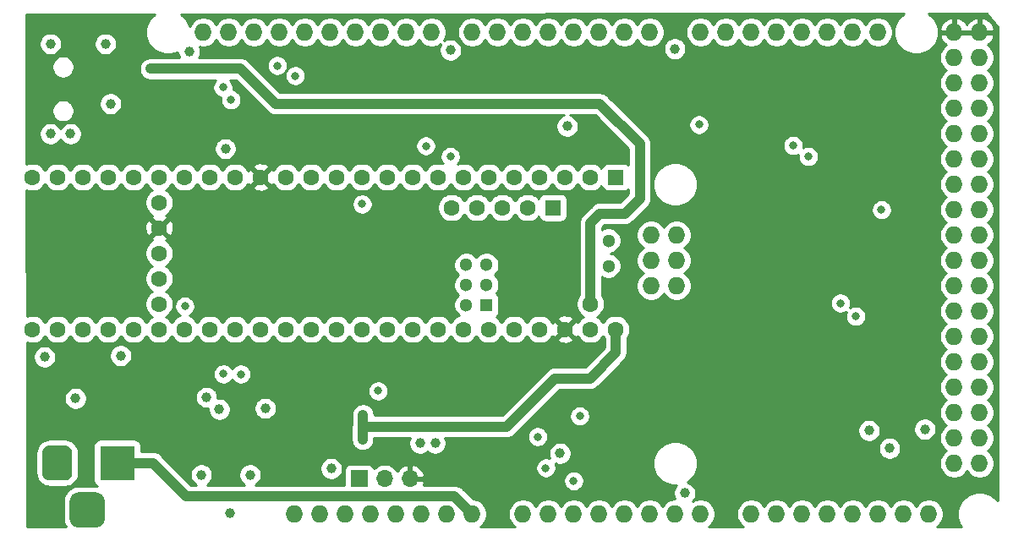
<source format=gbr>
G04 #@! TF.GenerationSoftware,KiCad,Pcbnew,(5.1.5)-3*
G04 #@! TF.CreationDate,2020-10-16T19:19:18-07:00*
G04 #@! TF.ProjectId,teensy4_ramps,7465656e-7379-4345-9f72-616d70732e6b,rev?*
G04 #@! TF.SameCoordinates,Original*
G04 #@! TF.FileFunction,Copper,L3,Inr*
G04 #@! TF.FilePolarity,Positive*
%FSLAX46Y46*%
G04 Gerber Fmt 4.6, Leading zero omitted, Abs format (unit mm)*
G04 Created by KiCad (PCBNEW (5.1.5)-3) date 2020-10-16 19:19:18*
%MOMM*%
%LPD*%
G04 APERTURE LIST*
%ADD10O,1.727200X1.727200*%
%ADD11O,1.700000X1.700000*%
%ADD12R,1.700000X1.700000*%
%ADD13C,1.300000*%
%ADD14C,1.600000*%
%ADD15R,1.300000X1.300000*%
%ADD16R,1.600000X1.600000*%
%ADD17C,0.100000*%
%ADD18R,3.500000X3.500000*%
%ADD19C,1.000000*%
%ADD20C,0.800000*%
%ADD21C,1.000000*%
%ADD22C,0.254000*%
G04 APERTURE END LIST*
D10*
X165124800Y-73649600D03*
X198017800Y-96509600D03*
X195477800Y-96509600D03*
X198017800Y-93969600D03*
X195477800Y-93969600D03*
X198017800Y-91429600D03*
X195477800Y-91429600D03*
X198017800Y-88889600D03*
X195477800Y-88889600D03*
X198017800Y-86349600D03*
X195477800Y-86349600D03*
X198017800Y-83809600D03*
X195477800Y-83809600D03*
X198017800Y-81269600D03*
X195477800Y-81269600D03*
X198017800Y-78729600D03*
X195477800Y-78729600D03*
X198017800Y-76189600D03*
X195477800Y-76189600D03*
X198017800Y-73649600D03*
X195477800Y-73649600D03*
X198017800Y-71109600D03*
X195477800Y-71109600D03*
X198017800Y-68569600D03*
X195477800Y-68569600D03*
X198017800Y-66029600D03*
X195477800Y-66029600D03*
X198017800Y-63489600D03*
X195477800Y-63489600D03*
X198017800Y-60949600D03*
X195477800Y-60949600D03*
X198017800Y-58409600D03*
X195477800Y-58409600D03*
X198017800Y-55869600D03*
X195477800Y-55869600D03*
X198017800Y-53329600D03*
X195477800Y-53329600D03*
X192937800Y-101589600D03*
X190397800Y-101589600D03*
X187857800Y-101589600D03*
X185317800Y-101589600D03*
X182777800Y-101589600D03*
X180237800Y-101589600D03*
X177697800Y-101589600D03*
X175157800Y-101589600D03*
X170077800Y-101589600D03*
X167537800Y-101589600D03*
X164997800Y-101589600D03*
X162457800Y-101589600D03*
X159917800Y-101589600D03*
X157377800Y-101589600D03*
X154837800Y-101589600D03*
X129437800Y-101589600D03*
X135533800Y-53329600D03*
X132993800Y-53329600D03*
X130453800Y-53329600D03*
X125373800Y-53329600D03*
X122833800Y-53329600D03*
X120293800Y-53329600D03*
X138073800Y-53329600D03*
X140613800Y-53329600D03*
X143153800Y-53329600D03*
X127913800Y-53329600D03*
X147217800Y-53329600D03*
X149757800Y-53329600D03*
X152297800Y-53329600D03*
X154837800Y-53329600D03*
X157377800Y-53329600D03*
X159917800Y-53329600D03*
X162457800Y-53329600D03*
X164997800Y-53329600D03*
X170077800Y-53329600D03*
X172617800Y-53329600D03*
X175157800Y-53329600D03*
X177697800Y-53329600D03*
X180237800Y-53329600D03*
X182777800Y-53329600D03*
X185317800Y-53329600D03*
X187857800Y-53329600D03*
X131977800Y-101589600D03*
X134517800Y-101589600D03*
X137057800Y-101589600D03*
X139597800Y-101589600D03*
X142137800Y-101589600D03*
X144677800Y-101589600D03*
X147217800Y-101589600D03*
X152297800Y-101589600D03*
X167664800Y-73649600D03*
X165124800Y-76189600D03*
X167664800Y-76189600D03*
X167664800Y-78729600D03*
X165124800Y-78729600D03*
D11*
X140970000Y-98044000D03*
X138430000Y-98044000D03*
D12*
X135890000Y-98044000D03*
D13*
X160864800Y-76733400D03*
X160864800Y-74193400D03*
D14*
X115874800Y-80543400D03*
X115874800Y-78003400D03*
X115874800Y-75463400D03*
X115874800Y-72923400D03*
X115874800Y-70383400D03*
D13*
X148624800Y-76645000D03*
X146624800Y-76645000D03*
X146624800Y-78645000D03*
X148624800Y-78645000D03*
X146624800Y-80645000D03*
D15*
X148624800Y-80645000D03*
D14*
X120954800Y-67843400D03*
X118414800Y-67843400D03*
X115874800Y-67843400D03*
X113334800Y-67843400D03*
X123494800Y-67843400D03*
X126034800Y-67843400D03*
X128574800Y-67843400D03*
X110794800Y-67843400D03*
X108254800Y-67843400D03*
X105714800Y-67843400D03*
X103174800Y-67843400D03*
X103174800Y-83083400D03*
X105714800Y-83083400D03*
X108254800Y-83083400D03*
X110794800Y-83083400D03*
X113334800Y-83083400D03*
X115874800Y-83083400D03*
X118414800Y-83083400D03*
X120954800Y-83083400D03*
X123494800Y-83083400D03*
X126034800Y-83083400D03*
X131114800Y-67843400D03*
X133654800Y-67843400D03*
X136194800Y-67843400D03*
X138734800Y-67843400D03*
X141274800Y-67843400D03*
X143814800Y-67843400D03*
X146354800Y-67843400D03*
X148894800Y-67843400D03*
X151434800Y-67843400D03*
X153974800Y-67843400D03*
X156514800Y-67843400D03*
X159054800Y-67843400D03*
D16*
X161594800Y-67843400D03*
D14*
X128574800Y-83083400D03*
X131114800Y-83083400D03*
X133654800Y-83083400D03*
X136194800Y-83083400D03*
X138734800Y-83083400D03*
X141274800Y-83083400D03*
X143814800Y-83083400D03*
X146354800Y-83083400D03*
X148894800Y-83083400D03*
X151434800Y-83083400D03*
X153974800Y-83083400D03*
X156514800Y-83083400D03*
X159054800Y-83083400D03*
X161594800Y-83083400D03*
D16*
X155295600Y-70894200D03*
D14*
X152755600Y-70894200D03*
X150215600Y-70894200D03*
X147675600Y-70894200D03*
X145135600Y-70894200D03*
X159054800Y-80543400D03*
G04 #@! TA.AperFunction,ViaPad*
D17*
G36*
X109624765Y-99423413D02*
G01*
X109709704Y-99436013D01*
X109792999Y-99456877D01*
X109873848Y-99485805D01*
X109951472Y-99522519D01*
X110025124Y-99566664D01*
X110094094Y-99617816D01*
X110157718Y-99675482D01*
X110215384Y-99739106D01*
X110266536Y-99808076D01*
X110310681Y-99881728D01*
X110347395Y-99959352D01*
X110376323Y-100040201D01*
X110397187Y-100123496D01*
X110409787Y-100208435D01*
X110414000Y-100294200D01*
X110414000Y-102044200D01*
X110409787Y-102129965D01*
X110397187Y-102214904D01*
X110376323Y-102298199D01*
X110347395Y-102379048D01*
X110310681Y-102456672D01*
X110266536Y-102530324D01*
X110215384Y-102599294D01*
X110157718Y-102662918D01*
X110094094Y-102720584D01*
X110025124Y-102771736D01*
X109951472Y-102815881D01*
X109873848Y-102852595D01*
X109792999Y-102881523D01*
X109709704Y-102902387D01*
X109624765Y-102914987D01*
X109539000Y-102919200D01*
X107789000Y-102919200D01*
X107703235Y-102914987D01*
X107618296Y-102902387D01*
X107535001Y-102881523D01*
X107454152Y-102852595D01*
X107376528Y-102815881D01*
X107302876Y-102771736D01*
X107233906Y-102720584D01*
X107170282Y-102662918D01*
X107112616Y-102599294D01*
X107061464Y-102530324D01*
X107017319Y-102456672D01*
X106980605Y-102379048D01*
X106951677Y-102298199D01*
X106930813Y-102214904D01*
X106918213Y-102129965D01*
X106914000Y-102044200D01*
X106914000Y-100294200D01*
X106918213Y-100208435D01*
X106930813Y-100123496D01*
X106951677Y-100040201D01*
X106980605Y-99959352D01*
X107017319Y-99881728D01*
X107061464Y-99808076D01*
X107112616Y-99739106D01*
X107170282Y-99675482D01*
X107233906Y-99617816D01*
X107302876Y-99566664D01*
X107376528Y-99522519D01*
X107454152Y-99485805D01*
X107535001Y-99456877D01*
X107618296Y-99436013D01*
X107703235Y-99423413D01*
X107789000Y-99419200D01*
X109539000Y-99419200D01*
X109624765Y-99423413D01*
G37*
G04 #@! TD.AperFunction*
G04 #@! TA.AperFunction,ViaPad*
G36*
X106487513Y-94722811D02*
G01*
X106560318Y-94733611D01*
X106631714Y-94751495D01*
X106701013Y-94776290D01*
X106767548Y-94807759D01*
X106830678Y-94845598D01*
X106889795Y-94889442D01*
X106944330Y-94938870D01*
X106993758Y-94993405D01*
X107037602Y-95052522D01*
X107075441Y-95115652D01*
X107106910Y-95182187D01*
X107131705Y-95251486D01*
X107149589Y-95322882D01*
X107160389Y-95395687D01*
X107164000Y-95469200D01*
X107164000Y-97469200D01*
X107160389Y-97542713D01*
X107149589Y-97615518D01*
X107131705Y-97686914D01*
X107106910Y-97756213D01*
X107075441Y-97822748D01*
X107037602Y-97885878D01*
X106993758Y-97944995D01*
X106944330Y-97999530D01*
X106889795Y-98048958D01*
X106830678Y-98092802D01*
X106767548Y-98130641D01*
X106701013Y-98162110D01*
X106631714Y-98186905D01*
X106560318Y-98204789D01*
X106487513Y-98215589D01*
X106414000Y-98219200D01*
X104914000Y-98219200D01*
X104840487Y-98215589D01*
X104767682Y-98204789D01*
X104696286Y-98186905D01*
X104626987Y-98162110D01*
X104560452Y-98130641D01*
X104497322Y-98092802D01*
X104438205Y-98048958D01*
X104383670Y-97999530D01*
X104334242Y-97944995D01*
X104290398Y-97885878D01*
X104252559Y-97822748D01*
X104221090Y-97756213D01*
X104196295Y-97686914D01*
X104178411Y-97615518D01*
X104167611Y-97542713D01*
X104164000Y-97469200D01*
X104164000Y-95469200D01*
X104167611Y-95395687D01*
X104178411Y-95322882D01*
X104196295Y-95251486D01*
X104221090Y-95182187D01*
X104252559Y-95115652D01*
X104290398Y-95052522D01*
X104334242Y-94993405D01*
X104383670Y-94938870D01*
X104438205Y-94889442D01*
X104497322Y-94845598D01*
X104560452Y-94807759D01*
X104626987Y-94776290D01*
X104696286Y-94751495D01*
X104767682Y-94733611D01*
X104840487Y-94722811D01*
X104914000Y-94719200D01*
X106414000Y-94719200D01*
X106487513Y-94722811D01*
G37*
G04 #@! TD.AperFunction*
D18*
X111664000Y-96469200D03*
D19*
X120091200Y-97663000D03*
X126500000Y-91000000D03*
X121900000Y-91100000D03*
X142000000Y-94500000D03*
X143500000Y-94500000D03*
X110500000Y-54500000D03*
X105000000Y-54500000D03*
X105000000Y-63500000D03*
X107000000Y-63500000D03*
X111000000Y-60500000D03*
X107500000Y-90000000D03*
X123000000Y-101500000D03*
X156000000Y-95500000D03*
X168500000Y-99500000D03*
X189000000Y-95000000D03*
X167500000Y-55000000D03*
X122500000Y-65000000D03*
D20*
X137800000Y-89250000D03*
D19*
X133096000Y-97028000D03*
X120600000Y-89900000D03*
X145034000Y-55118000D03*
X186944000Y-93218000D03*
X192532000Y-93091000D03*
X118872000Y-55245000D03*
X112014000Y-85725000D03*
X104394000Y-85852000D03*
X124968000Y-97663000D03*
X115000000Y-57000000D03*
D20*
X122301000Y-87553800D03*
X118440200Y-80772000D03*
X129489200Y-57683400D03*
X124053600Y-87579200D03*
X127685800Y-56667400D03*
X123063000Y-60096400D03*
X188188600Y-71120000D03*
X122250200Y-58851800D03*
X184073800Y-80467200D03*
X169926000Y-62585600D03*
D19*
X156718000Y-62738000D03*
D20*
X136194800Y-70535800D03*
X142570200Y-64719200D03*
X179349400Y-64668400D03*
X145034000Y-65786000D03*
X180873400Y-65786000D03*
X154584400Y-96977200D03*
X153771600Y-93853000D03*
X157377800Y-98272600D03*
X157988000Y-91770200D03*
X185597800Y-81788000D03*
D19*
X136245600Y-92837000D03*
X136245600Y-94132400D03*
X136271000Y-91643200D03*
D21*
X127500000Y-60500000D02*
X124000000Y-57000000D01*
X124000000Y-57000000D02*
X115000000Y-57000000D01*
X159054800Y-80543400D02*
X159054800Y-72445200D01*
X159054800Y-72445200D02*
X160000000Y-71500000D01*
X160000000Y-71500000D02*
X162500000Y-71500000D01*
X162500000Y-71500000D02*
X164000000Y-70000000D01*
X164000000Y-70000000D02*
X164000000Y-64500000D01*
X164000000Y-64500000D02*
X160000000Y-60500000D01*
X160000000Y-60500000D02*
X127500000Y-60500000D01*
X136245600Y-92837000D02*
X150663000Y-92837000D01*
X150663000Y-92837000D02*
X155500000Y-88000000D01*
X155500000Y-88000000D02*
X159000000Y-88000000D01*
X161594800Y-85405200D02*
X161594800Y-83083400D01*
X159000000Y-88000000D02*
X161594800Y-85405200D01*
X136271000Y-92811600D02*
X136245600Y-92837000D01*
X136271000Y-91643200D02*
X136271000Y-92811600D01*
X136245600Y-94132400D02*
X136245600Y-92837000D01*
X147217800Y-101589600D02*
X145428200Y-99800000D01*
X145428200Y-99800000D02*
X118600000Y-99800000D01*
X115269200Y-96469200D02*
X111664000Y-96469200D01*
X118600000Y-99800000D02*
X115269200Y-96469200D01*
D22*
G36*
X199872792Y-52808918D02*
G01*
X199823001Y-64024436D01*
X199823000Y-64025000D01*
X199823000Y-100268380D01*
X199753838Y-100164871D01*
X199442529Y-99853562D01*
X199076469Y-99608969D01*
X198669725Y-99440490D01*
X198237928Y-99354600D01*
X197797672Y-99354600D01*
X197365875Y-99440490D01*
X196959131Y-99608969D01*
X196593071Y-99853562D01*
X196281762Y-100164871D01*
X196037169Y-100530931D01*
X195868690Y-100937675D01*
X195782800Y-101369472D01*
X195782800Y-101809728D01*
X195868690Y-102241525D01*
X196037169Y-102648269D01*
X196187329Y-102873000D01*
X193714465Y-102873000D01*
X193893102Y-102753639D01*
X194101839Y-102544902D01*
X194265842Y-102299453D01*
X194378810Y-102026725D01*
X194436400Y-101737199D01*
X194436400Y-101442001D01*
X194378810Y-101152475D01*
X194265842Y-100879747D01*
X194101839Y-100634298D01*
X193893102Y-100425561D01*
X193647653Y-100261558D01*
X193374925Y-100148590D01*
X193085399Y-100091000D01*
X192790201Y-100091000D01*
X192500675Y-100148590D01*
X192227947Y-100261558D01*
X191982498Y-100425561D01*
X191773761Y-100634298D01*
X191667800Y-100792881D01*
X191561839Y-100634298D01*
X191353102Y-100425561D01*
X191107653Y-100261558D01*
X190834925Y-100148590D01*
X190545399Y-100091000D01*
X190250201Y-100091000D01*
X189960675Y-100148590D01*
X189687947Y-100261558D01*
X189442498Y-100425561D01*
X189233761Y-100634298D01*
X189127800Y-100792881D01*
X189021839Y-100634298D01*
X188813102Y-100425561D01*
X188567653Y-100261558D01*
X188294925Y-100148590D01*
X188005399Y-100091000D01*
X187710201Y-100091000D01*
X187420675Y-100148590D01*
X187147947Y-100261558D01*
X186902498Y-100425561D01*
X186693761Y-100634298D01*
X186587800Y-100792881D01*
X186481839Y-100634298D01*
X186273102Y-100425561D01*
X186027653Y-100261558D01*
X185754925Y-100148590D01*
X185465399Y-100091000D01*
X185170201Y-100091000D01*
X184880675Y-100148590D01*
X184607947Y-100261558D01*
X184362498Y-100425561D01*
X184153761Y-100634298D01*
X184047800Y-100792881D01*
X183941839Y-100634298D01*
X183733102Y-100425561D01*
X183487653Y-100261558D01*
X183214925Y-100148590D01*
X182925399Y-100091000D01*
X182630201Y-100091000D01*
X182340675Y-100148590D01*
X182067947Y-100261558D01*
X181822498Y-100425561D01*
X181613761Y-100634298D01*
X181507800Y-100792881D01*
X181401839Y-100634298D01*
X181193102Y-100425561D01*
X180947653Y-100261558D01*
X180674925Y-100148590D01*
X180385399Y-100091000D01*
X180090201Y-100091000D01*
X179800675Y-100148590D01*
X179527947Y-100261558D01*
X179282498Y-100425561D01*
X179073761Y-100634298D01*
X178967800Y-100792881D01*
X178861839Y-100634298D01*
X178653102Y-100425561D01*
X178407653Y-100261558D01*
X178134925Y-100148590D01*
X177845399Y-100091000D01*
X177550201Y-100091000D01*
X177260675Y-100148590D01*
X176987947Y-100261558D01*
X176742498Y-100425561D01*
X176533761Y-100634298D01*
X176427800Y-100792881D01*
X176321839Y-100634298D01*
X176113102Y-100425561D01*
X175867653Y-100261558D01*
X175594925Y-100148590D01*
X175305399Y-100091000D01*
X175010201Y-100091000D01*
X174720675Y-100148590D01*
X174447947Y-100261558D01*
X174202498Y-100425561D01*
X173993761Y-100634298D01*
X173829758Y-100879747D01*
X173716790Y-101152475D01*
X173659200Y-101442001D01*
X173659200Y-101737199D01*
X173716790Y-102026725D01*
X173829758Y-102299453D01*
X173993761Y-102544902D01*
X174202498Y-102753639D01*
X174381135Y-102873000D01*
X170854465Y-102873000D01*
X171033102Y-102753639D01*
X171241839Y-102544902D01*
X171405842Y-102299453D01*
X171518810Y-102026725D01*
X171576400Y-101737199D01*
X171576400Y-101442001D01*
X171518810Y-101152475D01*
X171405842Y-100879747D01*
X171241839Y-100634298D01*
X171033102Y-100425561D01*
X170787653Y-100261558D01*
X170514925Y-100148590D01*
X170225399Y-100091000D01*
X169930201Y-100091000D01*
X169640675Y-100148590D01*
X169367947Y-100261558D01*
X169294496Y-100310636D01*
X169381612Y-100223520D01*
X169505824Y-100037624D01*
X169591383Y-99831067D01*
X169635000Y-99611788D01*
X169635000Y-99388212D01*
X169591383Y-99168933D01*
X169505824Y-98962376D01*
X169381612Y-98776480D01*
X169223520Y-98618388D01*
X169037624Y-98494176D01*
X168831067Y-98408617D01*
X168744410Y-98391380D01*
X168962529Y-98245638D01*
X169273838Y-97934329D01*
X169518431Y-97568269D01*
X169686910Y-97161525D01*
X169772800Y-96729728D01*
X169772800Y-96289472D01*
X169686910Y-95857675D01*
X169518431Y-95450931D01*
X169273838Y-95084871D01*
X169077179Y-94888212D01*
X187865000Y-94888212D01*
X187865000Y-95111788D01*
X187908617Y-95331067D01*
X187994176Y-95537624D01*
X188118388Y-95723520D01*
X188276480Y-95881612D01*
X188462376Y-96005824D01*
X188668933Y-96091383D01*
X188888212Y-96135000D01*
X189111788Y-96135000D01*
X189331067Y-96091383D01*
X189537624Y-96005824D01*
X189723520Y-95881612D01*
X189881612Y-95723520D01*
X190005824Y-95537624D01*
X190091383Y-95331067D01*
X190135000Y-95111788D01*
X190135000Y-94888212D01*
X190091383Y-94668933D01*
X190005824Y-94462376D01*
X189881612Y-94276480D01*
X189723520Y-94118388D01*
X189537624Y-93994176D01*
X189331067Y-93908617D01*
X189111788Y-93865000D01*
X188888212Y-93865000D01*
X188668933Y-93908617D01*
X188462376Y-93994176D01*
X188276480Y-94118388D01*
X188118388Y-94276480D01*
X187994176Y-94462376D01*
X187908617Y-94668933D01*
X187865000Y-94888212D01*
X169077179Y-94888212D01*
X168962529Y-94773562D01*
X168596469Y-94528969D01*
X168189725Y-94360490D01*
X167757928Y-94274600D01*
X167317672Y-94274600D01*
X166885875Y-94360490D01*
X166479131Y-94528969D01*
X166113071Y-94773562D01*
X165801762Y-95084871D01*
X165557169Y-95450931D01*
X165388690Y-95857675D01*
X165302800Y-96289472D01*
X165302800Y-96729728D01*
X165388690Y-97161525D01*
X165557169Y-97568269D01*
X165801762Y-97934329D01*
X166113071Y-98245638D01*
X166479131Y-98490231D01*
X166885875Y-98658710D01*
X167317672Y-98744600D01*
X167650268Y-98744600D01*
X167618388Y-98776480D01*
X167494176Y-98962376D01*
X167408617Y-99168933D01*
X167365000Y-99388212D01*
X167365000Y-99611788D01*
X167408617Y-99831067D01*
X167494176Y-100037624D01*
X167529841Y-100091000D01*
X167390201Y-100091000D01*
X167100675Y-100148590D01*
X166827947Y-100261558D01*
X166582498Y-100425561D01*
X166373761Y-100634298D01*
X166267800Y-100792881D01*
X166161839Y-100634298D01*
X165953102Y-100425561D01*
X165707653Y-100261558D01*
X165434925Y-100148590D01*
X165145399Y-100091000D01*
X164850201Y-100091000D01*
X164560675Y-100148590D01*
X164287947Y-100261558D01*
X164042498Y-100425561D01*
X163833761Y-100634298D01*
X163727800Y-100792881D01*
X163621839Y-100634298D01*
X163413102Y-100425561D01*
X163167653Y-100261558D01*
X162894925Y-100148590D01*
X162605399Y-100091000D01*
X162310201Y-100091000D01*
X162020675Y-100148590D01*
X161747947Y-100261558D01*
X161502498Y-100425561D01*
X161293761Y-100634298D01*
X161187800Y-100792881D01*
X161081839Y-100634298D01*
X160873102Y-100425561D01*
X160627653Y-100261558D01*
X160354925Y-100148590D01*
X160065399Y-100091000D01*
X159770201Y-100091000D01*
X159480675Y-100148590D01*
X159207947Y-100261558D01*
X158962498Y-100425561D01*
X158753761Y-100634298D01*
X158647800Y-100792881D01*
X158541839Y-100634298D01*
X158333102Y-100425561D01*
X158087653Y-100261558D01*
X157814925Y-100148590D01*
X157525399Y-100091000D01*
X157230201Y-100091000D01*
X156940675Y-100148590D01*
X156667947Y-100261558D01*
X156422498Y-100425561D01*
X156213761Y-100634298D01*
X156107800Y-100792881D01*
X156001839Y-100634298D01*
X155793102Y-100425561D01*
X155547653Y-100261558D01*
X155274925Y-100148590D01*
X154985399Y-100091000D01*
X154690201Y-100091000D01*
X154400675Y-100148590D01*
X154127947Y-100261558D01*
X153882498Y-100425561D01*
X153673761Y-100634298D01*
X153567800Y-100792881D01*
X153461839Y-100634298D01*
X153253102Y-100425561D01*
X153007653Y-100261558D01*
X152734925Y-100148590D01*
X152445399Y-100091000D01*
X152150201Y-100091000D01*
X151860675Y-100148590D01*
X151587947Y-100261558D01*
X151342498Y-100425561D01*
X151133761Y-100634298D01*
X150969758Y-100879747D01*
X150856790Y-101152475D01*
X150799200Y-101442001D01*
X150799200Y-101737199D01*
X150856790Y-102026725D01*
X150969758Y-102299453D01*
X151133761Y-102544902D01*
X151342498Y-102753639D01*
X151521135Y-102873000D01*
X147994465Y-102873000D01*
X148173102Y-102753639D01*
X148381839Y-102544902D01*
X148545842Y-102299453D01*
X148658810Y-102026725D01*
X148716400Y-101737199D01*
X148716400Y-101442001D01*
X148658810Y-101152475D01*
X148545842Y-100879747D01*
X148381839Y-100634298D01*
X148173102Y-100425561D01*
X147927653Y-100261558D01*
X147654925Y-100148590D01*
X147365399Y-100091000D01*
X147324332Y-100091000D01*
X146270195Y-99036864D01*
X146234649Y-98993551D01*
X146061823Y-98851716D01*
X145864647Y-98746324D01*
X145650699Y-98681423D01*
X145483952Y-98665000D01*
X145483951Y-98665000D01*
X145428200Y-98659509D01*
X145372449Y-98665000D01*
X142317794Y-98665000D01*
X142411481Y-98400891D01*
X142290814Y-98171000D01*
X141097000Y-98171000D01*
X141097000Y-98191000D01*
X140843000Y-98191000D01*
X140843000Y-98171000D01*
X140823000Y-98171000D01*
X140823000Y-98170661D01*
X156342800Y-98170661D01*
X156342800Y-98374539D01*
X156382574Y-98574498D01*
X156460595Y-98762856D01*
X156573863Y-98932374D01*
X156718026Y-99076537D01*
X156887544Y-99189805D01*
X157075902Y-99267826D01*
X157275861Y-99307600D01*
X157479739Y-99307600D01*
X157679698Y-99267826D01*
X157868056Y-99189805D01*
X158037574Y-99076537D01*
X158181737Y-98932374D01*
X158295005Y-98762856D01*
X158373026Y-98574498D01*
X158412800Y-98374539D01*
X158412800Y-98170661D01*
X158373026Y-97970702D01*
X158295005Y-97782344D01*
X158181737Y-97612826D01*
X158037574Y-97468663D01*
X157868056Y-97355395D01*
X157679698Y-97277374D01*
X157479739Y-97237600D01*
X157275861Y-97237600D01*
X157075902Y-97277374D01*
X156887544Y-97355395D01*
X156718026Y-97468663D01*
X156573863Y-97612826D01*
X156460595Y-97782344D01*
X156382574Y-97970702D01*
X156342800Y-98170661D01*
X140823000Y-98170661D01*
X140823000Y-97917000D01*
X140843000Y-97917000D01*
X140843000Y-96723845D01*
X141097000Y-96723845D01*
X141097000Y-97917000D01*
X142290814Y-97917000D01*
X142411481Y-97687109D01*
X142314157Y-97412748D01*
X142165178Y-97162645D01*
X141970269Y-96946412D01*
X141874879Y-96875261D01*
X153549400Y-96875261D01*
X153549400Y-97079139D01*
X153589174Y-97279098D01*
X153667195Y-97467456D01*
X153780463Y-97636974D01*
X153924626Y-97781137D01*
X154094144Y-97894405D01*
X154282502Y-97972426D01*
X154482461Y-98012200D01*
X154686339Y-98012200D01*
X154886298Y-97972426D01*
X155074656Y-97894405D01*
X155244174Y-97781137D01*
X155388337Y-97636974D01*
X155501605Y-97467456D01*
X155579626Y-97279098D01*
X155619400Y-97079139D01*
X155619400Y-96875261D01*
X155579626Y-96675302D01*
X155519170Y-96529349D01*
X155668933Y-96591383D01*
X155888212Y-96635000D01*
X156111788Y-96635000D01*
X156331067Y-96591383D01*
X156537624Y-96505824D01*
X156723520Y-96381612D01*
X156881612Y-96223520D01*
X157005824Y-96037624D01*
X157091383Y-95831067D01*
X157135000Y-95611788D01*
X157135000Y-95388212D01*
X157091383Y-95168933D01*
X157005824Y-94962376D01*
X156881612Y-94776480D01*
X156723520Y-94618388D01*
X156537624Y-94494176D01*
X156331067Y-94408617D01*
X156111788Y-94365000D01*
X155888212Y-94365000D01*
X155668933Y-94408617D01*
X155462376Y-94494176D01*
X155276480Y-94618388D01*
X155118388Y-94776480D01*
X154994176Y-94962376D01*
X154908617Y-95168933D01*
X154865000Y-95388212D01*
X154865000Y-95611788D01*
X154908617Y-95831067D01*
X154988693Y-96024388D01*
X154886298Y-95981974D01*
X154686339Y-95942200D01*
X154482461Y-95942200D01*
X154282502Y-95981974D01*
X154094144Y-96059995D01*
X153924626Y-96173263D01*
X153780463Y-96317426D01*
X153667195Y-96486944D01*
X153589174Y-96675302D01*
X153549400Y-96875261D01*
X141874879Y-96875261D01*
X141736920Y-96772359D01*
X141474099Y-96647175D01*
X141326890Y-96602524D01*
X141097000Y-96723845D01*
X140843000Y-96723845D01*
X140613110Y-96602524D01*
X140465901Y-96647175D01*
X140203080Y-96772359D01*
X139969731Y-96946412D01*
X139774822Y-97162645D01*
X139705195Y-97279534D01*
X139583475Y-97097368D01*
X139376632Y-96890525D01*
X139133411Y-96728010D01*
X138863158Y-96616068D01*
X138576260Y-96559000D01*
X138283740Y-96559000D01*
X137996842Y-96616068D01*
X137726589Y-96728010D01*
X137483368Y-96890525D01*
X137351513Y-97022380D01*
X137329502Y-96949820D01*
X137270537Y-96839506D01*
X137191185Y-96742815D01*
X137094494Y-96663463D01*
X136984180Y-96604498D01*
X136864482Y-96568188D01*
X136740000Y-96555928D01*
X135040000Y-96555928D01*
X134915518Y-96568188D01*
X134795820Y-96604498D01*
X134685506Y-96663463D01*
X134588815Y-96742815D01*
X134509463Y-96839506D01*
X134450498Y-96949820D01*
X134414188Y-97069518D01*
X134401928Y-97194000D01*
X134401928Y-98665000D01*
X125511347Y-98665000D01*
X125691520Y-98544612D01*
X125849612Y-98386520D01*
X125973824Y-98200624D01*
X126059383Y-97994067D01*
X126103000Y-97774788D01*
X126103000Y-97551212D01*
X126059383Y-97331933D01*
X125973824Y-97125376D01*
X125849612Y-96939480D01*
X125826344Y-96916212D01*
X131961000Y-96916212D01*
X131961000Y-97139788D01*
X132004617Y-97359067D01*
X132090176Y-97565624D01*
X132214388Y-97751520D01*
X132372480Y-97909612D01*
X132558376Y-98033824D01*
X132764933Y-98119383D01*
X132984212Y-98163000D01*
X133207788Y-98163000D01*
X133427067Y-98119383D01*
X133633624Y-98033824D01*
X133819520Y-97909612D01*
X133977612Y-97751520D01*
X134101824Y-97565624D01*
X134187383Y-97359067D01*
X134231000Y-97139788D01*
X134231000Y-96916212D01*
X134187383Y-96696933D01*
X134101824Y-96490376D01*
X133977612Y-96304480D01*
X133819520Y-96146388D01*
X133633624Y-96022176D01*
X133427067Y-95936617D01*
X133207788Y-95893000D01*
X132984212Y-95893000D01*
X132764933Y-95936617D01*
X132558376Y-96022176D01*
X132372480Y-96146388D01*
X132214388Y-96304480D01*
X132090176Y-96490376D01*
X132004617Y-96696933D01*
X131961000Y-96916212D01*
X125826344Y-96916212D01*
X125691520Y-96781388D01*
X125505624Y-96657176D01*
X125299067Y-96571617D01*
X125079788Y-96528000D01*
X124856212Y-96528000D01*
X124636933Y-96571617D01*
X124430376Y-96657176D01*
X124244480Y-96781388D01*
X124086388Y-96939480D01*
X123962176Y-97125376D01*
X123876617Y-97331933D01*
X123833000Y-97551212D01*
X123833000Y-97774788D01*
X123876617Y-97994067D01*
X123962176Y-98200624D01*
X124086388Y-98386520D01*
X124244480Y-98544612D01*
X124424653Y-98665000D01*
X120634547Y-98665000D01*
X120814720Y-98544612D01*
X120972812Y-98386520D01*
X121097024Y-98200624D01*
X121182583Y-97994067D01*
X121226200Y-97774788D01*
X121226200Y-97551212D01*
X121182583Y-97331933D01*
X121097024Y-97125376D01*
X120972812Y-96939480D01*
X120814720Y-96781388D01*
X120628824Y-96657176D01*
X120422267Y-96571617D01*
X120202988Y-96528000D01*
X119979412Y-96528000D01*
X119760133Y-96571617D01*
X119553576Y-96657176D01*
X119367680Y-96781388D01*
X119209588Y-96939480D01*
X119085376Y-97125376D01*
X118999817Y-97331933D01*
X118956200Y-97551212D01*
X118956200Y-97774788D01*
X118999817Y-97994067D01*
X119085376Y-98200624D01*
X119209588Y-98386520D01*
X119367680Y-98544612D01*
X119547853Y-98665000D01*
X119070133Y-98665000D01*
X116111196Y-95706065D01*
X116075649Y-95662751D01*
X115902823Y-95520916D01*
X115705647Y-95415524D01*
X115491699Y-95350623D01*
X115324952Y-95334200D01*
X115324951Y-95334200D01*
X115269200Y-95328709D01*
X115213449Y-95334200D01*
X114052072Y-95334200D01*
X114052072Y-94719200D01*
X114039812Y-94594718D01*
X114003502Y-94475020D01*
X113944537Y-94364706D01*
X113865185Y-94268015D01*
X113768494Y-94188663D01*
X113658180Y-94129698D01*
X113538482Y-94093388D01*
X113414000Y-94081128D01*
X109914000Y-94081128D01*
X109789518Y-94093388D01*
X109669820Y-94129698D01*
X109559506Y-94188663D01*
X109462815Y-94268015D01*
X109383463Y-94364706D01*
X109324498Y-94475020D01*
X109288188Y-94594718D01*
X109275928Y-94719200D01*
X109275928Y-98219200D01*
X109288188Y-98343682D01*
X109324498Y-98463380D01*
X109383463Y-98573694D01*
X109462815Y-98670385D01*
X109559506Y-98749737D01*
X109636131Y-98790694D01*
X109539000Y-98781128D01*
X107789000Y-98781128D01*
X107493814Y-98810201D01*
X107209972Y-98896304D01*
X106948382Y-99036127D01*
X106719097Y-99224297D01*
X106530927Y-99453582D01*
X106391104Y-99715172D01*
X106305001Y-99999014D01*
X106275928Y-100294200D01*
X106275928Y-102044200D01*
X106305001Y-102339386D01*
X106391104Y-102623228D01*
X106524610Y-102873000D01*
X102626877Y-102873000D01*
X102619704Y-95469200D01*
X103525928Y-95469200D01*
X103525928Y-97469200D01*
X103552599Y-97739999D01*
X103631589Y-98000392D01*
X103759860Y-98240371D01*
X103932485Y-98450715D01*
X104142829Y-98623340D01*
X104382808Y-98751611D01*
X104643201Y-98830601D01*
X104914000Y-98857272D01*
X106414000Y-98857272D01*
X106684799Y-98830601D01*
X106945192Y-98751611D01*
X107185171Y-98623340D01*
X107395515Y-98450715D01*
X107568140Y-98240371D01*
X107696411Y-98000392D01*
X107775401Y-97739999D01*
X107802072Y-97469200D01*
X107802072Y-95469200D01*
X107775401Y-95198401D01*
X107696411Y-94938008D01*
X107568140Y-94698029D01*
X107395515Y-94487685D01*
X107185171Y-94315060D01*
X106945192Y-94186789D01*
X106684799Y-94107799D01*
X106414000Y-94081128D01*
X104914000Y-94081128D01*
X104643201Y-94107799D01*
X104382808Y-94186789D01*
X104142829Y-94315060D01*
X103932485Y-94487685D01*
X103759860Y-94698029D01*
X103631589Y-94938008D01*
X103552599Y-95198401D01*
X103525928Y-95469200D01*
X102619704Y-95469200D01*
X102614296Y-89888212D01*
X106365000Y-89888212D01*
X106365000Y-90111788D01*
X106408617Y-90331067D01*
X106494176Y-90537624D01*
X106618388Y-90723520D01*
X106776480Y-90881612D01*
X106962376Y-91005824D01*
X107168933Y-91091383D01*
X107388212Y-91135000D01*
X107611788Y-91135000D01*
X107831067Y-91091383D01*
X108037624Y-91005824D01*
X108223520Y-90881612D01*
X108381612Y-90723520D01*
X108505824Y-90537624D01*
X108591383Y-90331067D01*
X108635000Y-90111788D01*
X108635000Y-89888212D01*
X108615109Y-89788212D01*
X119465000Y-89788212D01*
X119465000Y-90011788D01*
X119508617Y-90231067D01*
X119594176Y-90437624D01*
X119718388Y-90623520D01*
X119876480Y-90781612D01*
X120062376Y-90905824D01*
X120268933Y-90991383D01*
X120488212Y-91035000D01*
X120711788Y-91035000D01*
X120765000Y-91024416D01*
X120765000Y-91211788D01*
X120808617Y-91431067D01*
X120894176Y-91637624D01*
X121018388Y-91823520D01*
X121176480Y-91981612D01*
X121362376Y-92105824D01*
X121568933Y-92191383D01*
X121788212Y-92235000D01*
X122011788Y-92235000D01*
X122231067Y-92191383D01*
X122437624Y-92105824D01*
X122623520Y-91981612D01*
X122781612Y-91823520D01*
X122905824Y-91637624D01*
X122991383Y-91431067D01*
X123035000Y-91211788D01*
X123035000Y-90988212D01*
X123015109Y-90888212D01*
X125365000Y-90888212D01*
X125365000Y-91111788D01*
X125408617Y-91331067D01*
X125494176Y-91537624D01*
X125618388Y-91723520D01*
X125776480Y-91881612D01*
X125962376Y-92005824D01*
X126168933Y-92091383D01*
X126388212Y-92135000D01*
X126611788Y-92135000D01*
X126831067Y-92091383D01*
X127037624Y-92005824D01*
X127223520Y-91881612D01*
X127381612Y-91723520D01*
X127505824Y-91537624D01*
X127591383Y-91331067D01*
X127635000Y-91111788D01*
X127635000Y-90888212D01*
X127591383Y-90668933D01*
X127505824Y-90462376D01*
X127381612Y-90276480D01*
X127223520Y-90118388D01*
X127037624Y-89994176D01*
X126831067Y-89908617D01*
X126611788Y-89865000D01*
X126388212Y-89865000D01*
X126168933Y-89908617D01*
X125962376Y-89994176D01*
X125776480Y-90118388D01*
X125618388Y-90276480D01*
X125494176Y-90462376D01*
X125408617Y-90668933D01*
X125365000Y-90888212D01*
X123015109Y-90888212D01*
X122991383Y-90768933D01*
X122905824Y-90562376D01*
X122781612Y-90376480D01*
X122623520Y-90218388D01*
X122437624Y-90094176D01*
X122231067Y-90008617D01*
X122011788Y-89965000D01*
X121788212Y-89965000D01*
X121735000Y-89975584D01*
X121735000Y-89788212D01*
X121691383Y-89568933D01*
X121605824Y-89362376D01*
X121481612Y-89176480D01*
X121453193Y-89148061D01*
X136765000Y-89148061D01*
X136765000Y-89351939D01*
X136804774Y-89551898D01*
X136882795Y-89740256D01*
X136996063Y-89909774D01*
X137140226Y-90053937D01*
X137309744Y-90167205D01*
X137498102Y-90245226D01*
X137698061Y-90285000D01*
X137901939Y-90285000D01*
X138101898Y-90245226D01*
X138290256Y-90167205D01*
X138459774Y-90053937D01*
X138603937Y-89909774D01*
X138717205Y-89740256D01*
X138795226Y-89551898D01*
X138835000Y-89351939D01*
X138835000Y-89148061D01*
X138795226Y-88948102D01*
X138717205Y-88759744D01*
X138603937Y-88590226D01*
X138459774Y-88446063D01*
X138290256Y-88332795D01*
X138101898Y-88254774D01*
X137901939Y-88215000D01*
X137698061Y-88215000D01*
X137498102Y-88254774D01*
X137309744Y-88332795D01*
X137140226Y-88446063D01*
X136996063Y-88590226D01*
X136882795Y-88759744D01*
X136804774Y-88948102D01*
X136765000Y-89148061D01*
X121453193Y-89148061D01*
X121323520Y-89018388D01*
X121137624Y-88894176D01*
X120931067Y-88808617D01*
X120711788Y-88765000D01*
X120488212Y-88765000D01*
X120268933Y-88808617D01*
X120062376Y-88894176D01*
X119876480Y-89018388D01*
X119718388Y-89176480D01*
X119594176Y-89362376D01*
X119508617Y-89568933D01*
X119465000Y-89788212D01*
X108615109Y-89788212D01*
X108591383Y-89668933D01*
X108505824Y-89462376D01*
X108381612Y-89276480D01*
X108223520Y-89118388D01*
X108037624Y-88994176D01*
X107831067Y-88908617D01*
X107611788Y-88865000D01*
X107388212Y-88865000D01*
X107168933Y-88908617D01*
X106962376Y-88994176D01*
X106776480Y-89118388D01*
X106618388Y-89276480D01*
X106494176Y-89462376D01*
X106408617Y-89668933D01*
X106365000Y-89888212D01*
X102614296Y-89888212D01*
X102611935Y-87451861D01*
X121266000Y-87451861D01*
X121266000Y-87655739D01*
X121305774Y-87855698D01*
X121383795Y-88044056D01*
X121497063Y-88213574D01*
X121641226Y-88357737D01*
X121810744Y-88471005D01*
X121999102Y-88549026D01*
X122199061Y-88588800D01*
X122402939Y-88588800D01*
X122602898Y-88549026D01*
X122791256Y-88471005D01*
X122960774Y-88357737D01*
X123104937Y-88213574D01*
X123168814Y-88117975D01*
X123249663Y-88238974D01*
X123393826Y-88383137D01*
X123563344Y-88496405D01*
X123751702Y-88574426D01*
X123951661Y-88614200D01*
X124155539Y-88614200D01*
X124355498Y-88574426D01*
X124543856Y-88496405D01*
X124713374Y-88383137D01*
X124857537Y-88238974D01*
X124970805Y-88069456D01*
X125048826Y-87881098D01*
X125088600Y-87681139D01*
X125088600Y-87477261D01*
X125048826Y-87277302D01*
X124970805Y-87088944D01*
X124857537Y-86919426D01*
X124713374Y-86775263D01*
X124543856Y-86661995D01*
X124355498Y-86583974D01*
X124155539Y-86544200D01*
X123951661Y-86544200D01*
X123751702Y-86583974D01*
X123563344Y-86661995D01*
X123393826Y-86775263D01*
X123249663Y-86919426D01*
X123185786Y-87015025D01*
X123104937Y-86894026D01*
X122960774Y-86749863D01*
X122791256Y-86636595D01*
X122602898Y-86558574D01*
X122402939Y-86518800D01*
X122199061Y-86518800D01*
X121999102Y-86558574D01*
X121810744Y-86636595D01*
X121641226Y-86749863D01*
X121497063Y-86894026D01*
X121383795Y-87063544D01*
X121305774Y-87251902D01*
X121266000Y-87451861D01*
X102611935Y-87451861D01*
X102610276Y-85740212D01*
X103259000Y-85740212D01*
X103259000Y-85963788D01*
X103302617Y-86183067D01*
X103388176Y-86389624D01*
X103512388Y-86575520D01*
X103670480Y-86733612D01*
X103856376Y-86857824D01*
X104062933Y-86943383D01*
X104282212Y-86987000D01*
X104505788Y-86987000D01*
X104725067Y-86943383D01*
X104931624Y-86857824D01*
X105117520Y-86733612D01*
X105275612Y-86575520D01*
X105399824Y-86389624D01*
X105485383Y-86183067D01*
X105529000Y-85963788D01*
X105529000Y-85740212D01*
X105503739Y-85613212D01*
X110879000Y-85613212D01*
X110879000Y-85836788D01*
X110922617Y-86056067D01*
X111008176Y-86262624D01*
X111132388Y-86448520D01*
X111290480Y-86606612D01*
X111476376Y-86730824D01*
X111682933Y-86816383D01*
X111902212Y-86860000D01*
X112125788Y-86860000D01*
X112345067Y-86816383D01*
X112551624Y-86730824D01*
X112737520Y-86606612D01*
X112895612Y-86448520D01*
X113019824Y-86262624D01*
X113105383Y-86056067D01*
X113149000Y-85836788D01*
X113149000Y-85613212D01*
X113105383Y-85393933D01*
X113019824Y-85187376D01*
X112895612Y-85001480D01*
X112737520Y-84843388D01*
X112551624Y-84719176D01*
X112345067Y-84633617D01*
X112125788Y-84590000D01*
X111902212Y-84590000D01*
X111682933Y-84633617D01*
X111476376Y-84719176D01*
X111290480Y-84843388D01*
X111132388Y-85001480D01*
X111008176Y-85187376D01*
X110922617Y-85393933D01*
X110879000Y-85613212D01*
X105503739Y-85613212D01*
X105485383Y-85520933D01*
X105399824Y-85314376D01*
X105275612Y-85128480D01*
X105117520Y-84970388D01*
X104931624Y-84846176D01*
X104725067Y-84760617D01*
X104505788Y-84717000D01*
X104282212Y-84717000D01*
X104062933Y-84760617D01*
X103856376Y-84846176D01*
X103670480Y-84970388D01*
X103512388Y-85128480D01*
X103388176Y-85314376D01*
X103302617Y-85520933D01*
X103259000Y-85740212D01*
X102610276Y-85740212D01*
X102608979Y-84402261D01*
X102756226Y-84463253D01*
X103033465Y-84518400D01*
X103316135Y-84518400D01*
X103593374Y-84463253D01*
X103854527Y-84355080D01*
X104089559Y-84198037D01*
X104289437Y-83998159D01*
X104444800Y-83765641D01*
X104600163Y-83998159D01*
X104800041Y-84198037D01*
X105035073Y-84355080D01*
X105296226Y-84463253D01*
X105573465Y-84518400D01*
X105856135Y-84518400D01*
X106133374Y-84463253D01*
X106394527Y-84355080D01*
X106629559Y-84198037D01*
X106829437Y-83998159D01*
X106984800Y-83765641D01*
X107140163Y-83998159D01*
X107340041Y-84198037D01*
X107575073Y-84355080D01*
X107836226Y-84463253D01*
X108113465Y-84518400D01*
X108396135Y-84518400D01*
X108673374Y-84463253D01*
X108934527Y-84355080D01*
X109169559Y-84198037D01*
X109369437Y-83998159D01*
X109524800Y-83765641D01*
X109680163Y-83998159D01*
X109880041Y-84198037D01*
X110115073Y-84355080D01*
X110376226Y-84463253D01*
X110653465Y-84518400D01*
X110936135Y-84518400D01*
X111213374Y-84463253D01*
X111474527Y-84355080D01*
X111709559Y-84198037D01*
X111909437Y-83998159D01*
X112064800Y-83765641D01*
X112220163Y-83998159D01*
X112420041Y-84198037D01*
X112655073Y-84355080D01*
X112916226Y-84463253D01*
X113193465Y-84518400D01*
X113476135Y-84518400D01*
X113753374Y-84463253D01*
X114014527Y-84355080D01*
X114249559Y-84198037D01*
X114449437Y-83998159D01*
X114604800Y-83765641D01*
X114760163Y-83998159D01*
X114960041Y-84198037D01*
X115195073Y-84355080D01*
X115456226Y-84463253D01*
X115733465Y-84518400D01*
X116016135Y-84518400D01*
X116293374Y-84463253D01*
X116554527Y-84355080D01*
X116789559Y-84198037D01*
X116989437Y-83998159D01*
X117144800Y-83765641D01*
X117300163Y-83998159D01*
X117500041Y-84198037D01*
X117735073Y-84355080D01*
X117996226Y-84463253D01*
X118273465Y-84518400D01*
X118556135Y-84518400D01*
X118833374Y-84463253D01*
X119094527Y-84355080D01*
X119329559Y-84198037D01*
X119529437Y-83998159D01*
X119684800Y-83765641D01*
X119840163Y-83998159D01*
X120040041Y-84198037D01*
X120275073Y-84355080D01*
X120536226Y-84463253D01*
X120813465Y-84518400D01*
X121096135Y-84518400D01*
X121373374Y-84463253D01*
X121634527Y-84355080D01*
X121869559Y-84198037D01*
X122069437Y-83998159D01*
X122224800Y-83765641D01*
X122380163Y-83998159D01*
X122580041Y-84198037D01*
X122815073Y-84355080D01*
X123076226Y-84463253D01*
X123353465Y-84518400D01*
X123636135Y-84518400D01*
X123913374Y-84463253D01*
X124174527Y-84355080D01*
X124409559Y-84198037D01*
X124609437Y-83998159D01*
X124764800Y-83765641D01*
X124920163Y-83998159D01*
X125120041Y-84198037D01*
X125355073Y-84355080D01*
X125616226Y-84463253D01*
X125893465Y-84518400D01*
X126176135Y-84518400D01*
X126453374Y-84463253D01*
X126714527Y-84355080D01*
X126949559Y-84198037D01*
X127149437Y-83998159D01*
X127304800Y-83765641D01*
X127460163Y-83998159D01*
X127660041Y-84198037D01*
X127895073Y-84355080D01*
X128156226Y-84463253D01*
X128433465Y-84518400D01*
X128716135Y-84518400D01*
X128993374Y-84463253D01*
X129254527Y-84355080D01*
X129489559Y-84198037D01*
X129689437Y-83998159D01*
X129844800Y-83765641D01*
X130000163Y-83998159D01*
X130200041Y-84198037D01*
X130435073Y-84355080D01*
X130696226Y-84463253D01*
X130973465Y-84518400D01*
X131256135Y-84518400D01*
X131533374Y-84463253D01*
X131794527Y-84355080D01*
X132029559Y-84198037D01*
X132229437Y-83998159D01*
X132384800Y-83765641D01*
X132540163Y-83998159D01*
X132740041Y-84198037D01*
X132975073Y-84355080D01*
X133236226Y-84463253D01*
X133513465Y-84518400D01*
X133796135Y-84518400D01*
X134073374Y-84463253D01*
X134334527Y-84355080D01*
X134569559Y-84198037D01*
X134769437Y-83998159D01*
X134924800Y-83765641D01*
X135080163Y-83998159D01*
X135280041Y-84198037D01*
X135515073Y-84355080D01*
X135776226Y-84463253D01*
X136053465Y-84518400D01*
X136336135Y-84518400D01*
X136613374Y-84463253D01*
X136874527Y-84355080D01*
X137109559Y-84198037D01*
X137309437Y-83998159D01*
X137464800Y-83765641D01*
X137620163Y-83998159D01*
X137820041Y-84198037D01*
X138055073Y-84355080D01*
X138316226Y-84463253D01*
X138593465Y-84518400D01*
X138876135Y-84518400D01*
X139153374Y-84463253D01*
X139414527Y-84355080D01*
X139649559Y-84198037D01*
X139849437Y-83998159D01*
X140004800Y-83765641D01*
X140160163Y-83998159D01*
X140360041Y-84198037D01*
X140595073Y-84355080D01*
X140856226Y-84463253D01*
X141133465Y-84518400D01*
X141416135Y-84518400D01*
X141693374Y-84463253D01*
X141954527Y-84355080D01*
X142189559Y-84198037D01*
X142389437Y-83998159D01*
X142544800Y-83765641D01*
X142700163Y-83998159D01*
X142900041Y-84198037D01*
X143135073Y-84355080D01*
X143396226Y-84463253D01*
X143673465Y-84518400D01*
X143956135Y-84518400D01*
X144233374Y-84463253D01*
X144494527Y-84355080D01*
X144729559Y-84198037D01*
X144929437Y-83998159D01*
X145084800Y-83765641D01*
X145240163Y-83998159D01*
X145440041Y-84198037D01*
X145675073Y-84355080D01*
X145936226Y-84463253D01*
X146213465Y-84518400D01*
X146496135Y-84518400D01*
X146773374Y-84463253D01*
X147034527Y-84355080D01*
X147269559Y-84198037D01*
X147469437Y-83998159D01*
X147624800Y-83765641D01*
X147780163Y-83998159D01*
X147980041Y-84198037D01*
X148215073Y-84355080D01*
X148476226Y-84463253D01*
X148753465Y-84518400D01*
X149036135Y-84518400D01*
X149313374Y-84463253D01*
X149574527Y-84355080D01*
X149809559Y-84198037D01*
X150009437Y-83998159D01*
X150164800Y-83765641D01*
X150320163Y-83998159D01*
X150520041Y-84198037D01*
X150755073Y-84355080D01*
X151016226Y-84463253D01*
X151293465Y-84518400D01*
X151576135Y-84518400D01*
X151853374Y-84463253D01*
X152114527Y-84355080D01*
X152349559Y-84198037D01*
X152549437Y-83998159D01*
X152704800Y-83765641D01*
X152860163Y-83998159D01*
X153060041Y-84198037D01*
X153295073Y-84355080D01*
X153556226Y-84463253D01*
X153833465Y-84518400D01*
X154116135Y-84518400D01*
X154393374Y-84463253D01*
X154654527Y-84355080D01*
X154889559Y-84198037D01*
X155011494Y-84076102D01*
X155701703Y-84076102D01*
X155773286Y-84320071D01*
X156028796Y-84440971D01*
X156302984Y-84509700D01*
X156585312Y-84523617D01*
X156864930Y-84482187D01*
X157131092Y-84387003D01*
X157256314Y-84320071D01*
X157327897Y-84076102D01*
X156514800Y-83263005D01*
X155701703Y-84076102D01*
X155011494Y-84076102D01*
X155089437Y-83998159D01*
X155245715Y-83764272D01*
X155278129Y-83824914D01*
X155522098Y-83896497D01*
X156335195Y-83083400D01*
X155522098Y-82270303D01*
X155278129Y-82341886D01*
X155247606Y-82406392D01*
X155246480Y-82403673D01*
X155089437Y-82168641D01*
X155011494Y-82090698D01*
X155701703Y-82090698D01*
X156514800Y-82903795D01*
X157327897Y-82090698D01*
X157256314Y-81846729D01*
X157000804Y-81725829D01*
X156726616Y-81657100D01*
X156444288Y-81643183D01*
X156164670Y-81684613D01*
X155898508Y-81779797D01*
X155773286Y-81846729D01*
X155701703Y-82090698D01*
X155011494Y-82090698D01*
X154889559Y-81968763D01*
X154654527Y-81811720D01*
X154393374Y-81703547D01*
X154116135Y-81648400D01*
X153833465Y-81648400D01*
X153556226Y-81703547D01*
X153295073Y-81811720D01*
X153060041Y-81968763D01*
X152860163Y-82168641D01*
X152704800Y-82401159D01*
X152549437Y-82168641D01*
X152349559Y-81968763D01*
X152114527Y-81811720D01*
X151853374Y-81703547D01*
X151576135Y-81648400D01*
X151293465Y-81648400D01*
X151016226Y-81703547D01*
X150755073Y-81811720D01*
X150520041Y-81968763D01*
X150320163Y-82168641D01*
X150164800Y-82401159D01*
X150009437Y-82168641D01*
X149809559Y-81968763D01*
X149610356Y-81835660D01*
X149629294Y-81825537D01*
X149725985Y-81746185D01*
X149805337Y-81649494D01*
X149864302Y-81539180D01*
X149900612Y-81419482D01*
X149912872Y-81295000D01*
X149912872Y-79995000D01*
X149900612Y-79870518D01*
X149864302Y-79750820D01*
X149805337Y-79640506D01*
X149725985Y-79543815D01*
X149629294Y-79464463D01*
X149624442Y-79461870D01*
X149763553Y-79253676D01*
X149860419Y-79019821D01*
X149909800Y-78771561D01*
X149909800Y-78518439D01*
X149860419Y-78270179D01*
X149763553Y-78036324D01*
X149622925Y-77825860D01*
X149443940Y-77646875D01*
X149441134Y-77645000D01*
X149443940Y-77643125D01*
X149622925Y-77464140D01*
X149763553Y-77253676D01*
X149860419Y-77019821D01*
X149909800Y-76771561D01*
X149909800Y-76518439D01*
X149860419Y-76270179D01*
X149763553Y-76036324D01*
X149622925Y-75825860D01*
X149443940Y-75646875D01*
X149233476Y-75506247D01*
X148999621Y-75409381D01*
X148751361Y-75360000D01*
X148498239Y-75360000D01*
X148249979Y-75409381D01*
X148016124Y-75506247D01*
X147805660Y-75646875D01*
X147626675Y-75825860D01*
X147624800Y-75828666D01*
X147622925Y-75825860D01*
X147443940Y-75646875D01*
X147233476Y-75506247D01*
X146999621Y-75409381D01*
X146751361Y-75360000D01*
X146498239Y-75360000D01*
X146249979Y-75409381D01*
X146016124Y-75506247D01*
X145805660Y-75646875D01*
X145626675Y-75825860D01*
X145486047Y-76036324D01*
X145389181Y-76270179D01*
X145339800Y-76518439D01*
X145339800Y-76771561D01*
X145389181Y-77019821D01*
X145486047Y-77253676D01*
X145626675Y-77464140D01*
X145805660Y-77643125D01*
X145808466Y-77645000D01*
X145805660Y-77646875D01*
X145626675Y-77825860D01*
X145486047Y-78036324D01*
X145389181Y-78270179D01*
X145339800Y-78518439D01*
X145339800Y-78771561D01*
X145389181Y-79019821D01*
X145486047Y-79253676D01*
X145626675Y-79464140D01*
X145805660Y-79643125D01*
X145808466Y-79645000D01*
X145805660Y-79646875D01*
X145626675Y-79825860D01*
X145486047Y-80036324D01*
X145389181Y-80270179D01*
X145339800Y-80518439D01*
X145339800Y-80771561D01*
X145389181Y-81019821D01*
X145486047Y-81253676D01*
X145626675Y-81464140D01*
X145805660Y-81643125D01*
X145911448Y-81713810D01*
X145675073Y-81811720D01*
X145440041Y-81968763D01*
X145240163Y-82168641D01*
X145084800Y-82401159D01*
X144929437Y-82168641D01*
X144729559Y-81968763D01*
X144494527Y-81811720D01*
X144233374Y-81703547D01*
X143956135Y-81648400D01*
X143673465Y-81648400D01*
X143396226Y-81703547D01*
X143135073Y-81811720D01*
X142900041Y-81968763D01*
X142700163Y-82168641D01*
X142544800Y-82401159D01*
X142389437Y-82168641D01*
X142189559Y-81968763D01*
X141954527Y-81811720D01*
X141693374Y-81703547D01*
X141416135Y-81648400D01*
X141133465Y-81648400D01*
X140856226Y-81703547D01*
X140595073Y-81811720D01*
X140360041Y-81968763D01*
X140160163Y-82168641D01*
X140004800Y-82401159D01*
X139849437Y-82168641D01*
X139649559Y-81968763D01*
X139414527Y-81811720D01*
X139153374Y-81703547D01*
X138876135Y-81648400D01*
X138593465Y-81648400D01*
X138316226Y-81703547D01*
X138055073Y-81811720D01*
X137820041Y-81968763D01*
X137620163Y-82168641D01*
X137464800Y-82401159D01*
X137309437Y-82168641D01*
X137109559Y-81968763D01*
X136874527Y-81811720D01*
X136613374Y-81703547D01*
X136336135Y-81648400D01*
X136053465Y-81648400D01*
X135776226Y-81703547D01*
X135515073Y-81811720D01*
X135280041Y-81968763D01*
X135080163Y-82168641D01*
X134924800Y-82401159D01*
X134769437Y-82168641D01*
X134569559Y-81968763D01*
X134334527Y-81811720D01*
X134073374Y-81703547D01*
X133796135Y-81648400D01*
X133513465Y-81648400D01*
X133236226Y-81703547D01*
X132975073Y-81811720D01*
X132740041Y-81968763D01*
X132540163Y-82168641D01*
X132384800Y-82401159D01*
X132229437Y-82168641D01*
X132029559Y-81968763D01*
X131794527Y-81811720D01*
X131533374Y-81703547D01*
X131256135Y-81648400D01*
X130973465Y-81648400D01*
X130696226Y-81703547D01*
X130435073Y-81811720D01*
X130200041Y-81968763D01*
X130000163Y-82168641D01*
X129844800Y-82401159D01*
X129689437Y-82168641D01*
X129489559Y-81968763D01*
X129254527Y-81811720D01*
X128993374Y-81703547D01*
X128716135Y-81648400D01*
X128433465Y-81648400D01*
X128156226Y-81703547D01*
X127895073Y-81811720D01*
X127660041Y-81968763D01*
X127460163Y-82168641D01*
X127304800Y-82401159D01*
X127149437Y-82168641D01*
X126949559Y-81968763D01*
X126714527Y-81811720D01*
X126453374Y-81703547D01*
X126176135Y-81648400D01*
X125893465Y-81648400D01*
X125616226Y-81703547D01*
X125355073Y-81811720D01*
X125120041Y-81968763D01*
X124920163Y-82168641D01*
X124764800Y-82401159D01*
X124609437Y-82168641D01*
X124409559Y-81968763D01*
X124174527Y-81811720D01*
X123913374Y-81703547D01*
X123636135Y-81648400D01*
X123353465Y-81648400D01*
X123076226Y-81703547D01*
X122815073Y-81811720D01*
X122580041Y-81968763D01*
X122380163Y-82168641D01*
X122224800Y-82401159D01*
X122069437Y-82168641D01*
X121869559Y-81968763D01*
X121634527Y-81811720D01*
X121373374Y-81703547D01*
X121096135Y-81648400D01*
X120813465Y-81648400D01*
X120536226Y-81703547D01*
X120275073Y-81811720D01*
X120040041Y-81968763D01*
X119840163Y-82168641D01*
X119684800Y-82401159D01*
X119529437Y-82168641D01*
X119329559Y-81968763D01*
X119094527Y-81811720D01*
X118864603Y-81716482D01*
X118930456Y-81689205D01*
X119099974Y-81575937D01*
X119244137Y-81431774D01*
X119357405Y-81262256D01*
X119435426Y-81073898D01*
X119475200Y-80873939D01*
X119475200Y-80670061D01*
X119435426Y-80470102D01*
X119357405Y-80281744D01*
X119244137Y-80112226D01*
X119099974Y-79968063D01*
X118930456Y-79854795D01*
X118742098Y-79776774D01*
X118542139Y-79737000D01*
X118338261Y-79737000D01*
X118138302Y-79776774D01*
X117949944Y-79854795D01*
X117780426Y-79968063D01*
X117636263Y-80112226D01*
X117522995Y-80281744D01*
X117444974Y-80470102D01*
X117405200Y-80670061D01*
X117405200Y-80873939D01*
X117444974Y-81073898D01*
X117522995Y-81262256D01*
X117636263Y-81431774D01*
X117780426Y-81575937D01*
X117949944Y-81689205D01*
X117990397Y-81705961D01*
X117735073Y-81811720D01*
X117500041Y-81968763D01*
X117300163Y-82168641D01*
X117144800Y-82401159D01*
X116989437Y-82168641D01*
X116789559Y-81968763D01*
X116557041Y-81813400D01*
X116789559Y-81658037D01*
X116989437Y-81458159D01*
X117146480Y-81223127D01*
X117254653Y-80961974D01*
X117309800Y-80684735D01*
X117309800Y-80402065D01*
X117254653Y-80124826D01*
X117146480Y-79863673D01*
X116989437Y-79628641D01*
X116789559Y-79428763D01*
X116557041Y-79273400D01*
X116789559Y-79118037D01*
X116989437Y-78918159D01*
X117146480Y-78683127D01*
X117254653Y-78421974D01*
X117309800Y-78144735D01*
X117309800Y-77862065D01*
X117254653Y-77584826D01*
X117146480Y-77323673D01*
X116989437Y-77088641D01*
X116789559Y-76888763D01*
X116557041Y-76733400D01*
X116789559Y-76578037D01*
X116989437Y-76378159D01*
X117146480Y-76143127D01*
X117254653Y-75881974D01*
X117309800Y-75604735D01*
X117309800Y-75322065D01*
X117254653Y-75044826D01*
X117146480Y-74783673D01*
X116989437Y-74548641D01*
X116789559Y-74348763D01*
X116555672Y-74192485D01*
X116616314Y-74160071D01*
X116687897Y-73916102D01*
X115874800Y-73103005D01*
X115061703Y-73916102D01*
X115133286Y-74160071D01*
X115197792Y-74190594D01*
X115195073Y-74191720D01*
X114960041Y-74348763D01*
X114760163Y-74548641D01*
X114603120Y-74783673D01*
X114494947Y-75044826D01*
X114439800Y-75322065D01*
X114439800Y-75604735D01*
X114494947Y-75881974D01*
X114603120Y-76143127D01*
X114760163Y-76378159D01*
X114960041Y-76578037D01*
X115192559Y-76733400D01*
X114960041Y-76888763D01*
X114760163Y-77088641D01*
X114603120Y-77323673D01*
X114494947Y-77584826D01*
X114439800Y-77862065D01*
X114439800Y-78144735D01*
X114494947Y-78421974D01*
X114603120Y-78683127D01*
X114760163Y-78918159D01*
X114960041Y-79118037D01*
X115192559Y-79273400D01*
X114960041Y-79428763D01*
X114760163Y-79628641D01*
X114603120Y-79863673D01*
X114494947Y-80124826D01*
X114439800Y-80402065D01*
X114439800Y-80684735D01*
X114494947Y-80961974D01*
X114603120Y-81223127D01*
X114760163Y-81458159D01*
X114960041Y-81658037D01*
X115192559Y-81813400D01*
X114960041Y-81968763D01*
X114760163Y-82168641D01*
X114604800Y-82401159D01*
X114449437Y-82168641D01*
X114249559Y-81968763D01*
X114014527Y-81811720D01*
X113753374Y-81703547D01*
X113476135Y-81648400D01*
X113193465Y-81648400D01*
X112916226Y-81703547D01*
X112655073Y-81811720D01*
X112420041Y-81968763D01*
X112220163Y-82168641D01*
X112064800Y-82401159D01*
X111909437Y-82168641D01*
X111709559Y-81968763D01*
X111474527Y-81811720D01*
X111213374Y-81703547D01*
X110936135Y-81648400D01*
X110653465Y-81648400D01*
X110376226Y-81703547D01*
X110115073Y-81811720D01*
X109880041Y-81968763D01*
X109680163Y-82168641D01*
X109524800Y-82401159D01*
X109369437Y-82168641D01*
X109169559Y-81968763D01*
X108934527Y-81811720D01*
X108673374Y-81703547D01*
X108396135Y-81648400D01*
X108113465Y-81648400D01*
X107836226Y-81703547D01*
X107575073Y-81811720D01*
X107340041Y-81968763D01*
X107140163Y-82168641D01*
X106984800Y-82401159D01*
X106829437Y-82168641D01*
X106629559Y-81968763D01*
X106394527Y-81811720D01*
X106133374Y-81703547D01*
X105856135Y-81648400D01*
X105573465Y-81648400D01*
X105296226Y-81703547D01*
X105035073Y-81811720D01*
X104800041Y-81968763D01*
X104600163Y-82168641D01*
X104444800Y-82401159D01*
X104289437Y-82168641D01*
X104089559Y-81968763D01*
X103854527Y-81811720D01*
X103593374Y-81703547D01*
X103316135Y-81648400D01*
X103033465Y-81648400D01*
X102756226Y-81703547D01*
X102606424Y-81765597D01*
X102597925Y-72993912D01*
X114434583Y-72993912D01*
X114476013Y-73273530D01*
X114571197Y-73539692D01*
X114638129Y-73664914D01*
X114882098Y-73736497D01*
X115695195Y-72923400D01*
X116054405Y-72923400D01*
X116867502Y-73736497D01*
X117111471Y-73664914D01*
X117232371Y-73409404D01*
X117301100Y-73135216D01*
X117315017Y-72852888D01*
X117273587Y-72573270D01*
X117178403Y-72307108D01*
X117111471Y-72181886D01*
X116867502Y-72110303D01*
X116054405Y-72923400D01*
X115695195Y-72923400D01*
X114882098Y-72110303D01*
X114638129Y-72181886D01*
X114517229Y-72437396D01*
X114448500Y-72711584D01*
X114434583Y-72993912D01*
X102597925Y-72993912D01*
X102594206Y-69156142D01*
X102756226Y-69223253D01*
X103033465Y-69278400D01*
X103316135Y-69278400D01*
X103593374Y-69223253D01*
X103854527Y-69115080D01*
X104089559Y-68958037D01*
X104289437Y-68758159D01*
X104444800Y-68525641D01*
X104600163Y-68758159D01*
X104800041Y-68958037D01*
X105035073Y-69115080D01*
X105296226Y-69223253D01*
X105573465Y-69278400D01*
X105856135Y-69278400D01*
X106133374Y-69223253D01*
X106394527Y-69115080D01*
X106629559Y-68958037D01*
X106829437Y-68758159D01*
X106984800Y-68525641D01*
X107140163Y-68758159D01*
X107340041Y-68958037D01*
X107575073Y-69115080D01*
X107836226Y-69223253D01*
X108113465Y-69278400D01*
X108396135Y-69278400D01*
X108673374Y-69223253D01*
X108934527Y-69115080D01*
X109169559Y-68958037D01*
X109369437Y-68758159D01*
X109524800Y-68525641D01*
X109680163Y-68758159D01*
X109880041Y-68958037D01*
X110115073Y-69115080D01*
X110376226Y-69223253D01*
X110653465Y-69278400D01*
X110936135Y-69278400D01*
X111213374Y-69223253D01*
X111474527Y-69115080D01*
X111709559Y-68958037D01*
X111909437Y-68758159D01*
X112064800Y-68525641D01*
X112220163Y-68758159D01*
X112420041Y-68958037D01*
X112655073Y-69115080D01*
X112916226Y-69223253D01*
X113193465Y-69278400D01*
X113476135Y-69278400D01*
X113753374Y-69223253D01*
X114014527Y-69115080D01*
X114249559Y-68958037D01*
X114449437Y-68758159D01*
X114604800Y-68525641D01*
X114760163Y-68758159D01*
X114960041Y-68958037D01*
X115192559Y-69113400D01*
X114960041Y-69268763D01*
X114760163Y-69468641D01*
X114603120Y-69703673D01*
X114494947Y-69964826D01*
X114439800Y-70242065D01*
X114439800Y-70524735D01*
X114494947Y-70801974D01*
X114603120Y-71063127D01*
X114760163Y-71298159D01*
X114960041Y-71498037D01*
X115193928Y-71654315D01*
X115133286Y-71686729D01*
X115061703Y-71930698D01*
X115874800Y-72743795D01*
X116687897Y-71930698D01*
X116616314Y-71686729D01*
X116551808Y-71656206D01*
X116554527Y-71655080D01*
X116789559Y-71498037D01*
X116989437Y-71298159D01*
X117146480Y-71063127D01*
X117254653Y-70801974D01*
X117309800Y-70524735D01*
X117309800Y-70433861D01*
X135159800Y-70433861D01*
X135159800Y-70637739D01*
X135199574Y-70837698D01*
X135277595Y-71026056D01*
X135390863Y-71195574D01*
X135535026Y-71339737D01*
X135704544Y-71453005D01*
X135892902Y-71531026D01*
X136092861Y-71570800D01*
X136296739Y-71570800D01*
X136496698Y-71531026D01*
X136685056Y-71453005D01*
X136854574Y-71339737D01*
X136998737Y-71195574D01*
X137112005Y-71026056D01*
X137190026Y-70837698D01*
X137206900Y-70752865D01*
X143700600Y-70752865D01*
X143700600Y-71035535D01*
X143755747Y-71312774D01*
X143863920Y-71573927D01*
X144020963Y-71808959D01*
X144220841Y-72008837D01*
X144455873Y-72165880D01*
X144717026Y-72274053D01*
X144994265Y-72329200D01*
X145276935Y-72329200D01*
X145554174Y-72274053D01*
X145815327Y-72165880D01*
X146050359Y-72008837D01*
X146250237Y-71808959D01*
X146405600Y-71576441D01*
X146560963Y-71808959D01*
X146760841Y-72008837D01*
X146995873Y-72165880D01*
X147257026Y-72274053D01*
X147534265Y-72329200D01*
X147816935Y-72329200D01*
X148094174Y-72274053D01*
X148355327Y-72165880D01*
X148590359Y-72008837D01*
X148790237Y-71808959D01*
X148945600Y-71576441D01*
X149100963Y-71808959D01*
X149300841Y-72008837D01*
X149535873Y-72165880D01*
X149797026Y-72274053D01*
X150074265Y-72329200D01*
X150356935Y-72329200D01*
X150634174Y-72274053D01*
X150895327Y-72165880D01*
X151130359Y-72008837D01*
X151330237Y-71808959D01*
X151485600Y-71576441D01*
X151640963Y-71808959D01*
X151840841Y-72008837D01*
X152075873Y-72165880D01*
X152337026Y-72274053D01*
X152614265Y-72329200D01*
X152896935Y-72329200D01*
X153174174Y-72274053D01*
X153435327Y-72165880D01*
X153670359Y-72008837D01*
X153868957Y-71810239D01*
X153869788Y-71818682D01*
X153906098Y-71938380D01*
X153965063Y-72048694D01*
X154044415Y-72145385D01*
X154141106Y-72224737D01*
X154251420Y-72283702D01*
X154371118Y-72320012D01*
X154495600Y-72332272D01*
X156095600Y-72332272D01*
X156220082Y-72320012D01*
X156339780Y-72283702D01*
X156450094Y-72224737D01*
X156546785Y-72145385D01*
X156626137Y-72048694D01*
X156685102Y-71938380D01*
X156721412Y-71818682D01*
X156733672Y-71694200D01*
X156733672Y-70094200D01*
X156721412Y-69969718D01*
X156685102Y-69850020D01*
X156626137Y-69739706D01*
X156546785Y-69643015D01*
X156450094Y-69563663D01*
X156339780Y-69504698D01*
X156220082Y-69468388D01*
X156095600Y-69456128D01*
X154495600Y-69456128D01*
X154371118Y-69468388D01*
X154251420Y-69504698D01*
X154141106Y-69563663D01*
X154044415Y-69643015D01*
X153965063Y-69739706D01*
X153906098Y-69850020D01*
X153869788Y-69969718D01*
X153868957Y-69978161D01*
X153670359Y-69779563D01*
X153435327Y-69622520D01*
X153174174Y-69514347D01*
X152896935Y-69459200D01*
X152614265Y-69459200D01*
X152337026Y-69514347D01*
X152075873Y-69622520D01*
X151840841Y-69779563D01*
X151640963Y-69979441D01*
X151485600Y-70211959D01*
X151330237Y-69979441D01*
X151130359Y-69779563D01*
X150895327Y-69622520D01*
X150634174Y-69514347D01*
X150356935Y-69459200D01*
X150074265Y-69459200D01*
X149797026Y-69514347D01*
X149535873Y-69622520D01*
X149300841Y-69779563D01*
X149100963Y-69979441D01*
X148945600Y-70211959D01*
X148790237Y-69979441D01*
X148590359Y-69779563D01*
X148355327Y-69622520D01*
X148094174Y-69514347D01*
X147816935Y-69459200D01*
X147534265Y-69459200D01*
X147257026Y-69514347D01*
X146995873Y-69622520D01*
X146760841Y-69779563D01*
X146560963Y-69979441D01*
X146405600Y-70211959D01*
X146250237Y-69979441D01*
X146050359Y-69779563D01*
X145815327Y-69622520D01*
X145554174Y-69514347D01*
X145276935Y-69459200D01*
X144994265Y-69459200D01*
X144717026Y-69514347D01*
X144455873Y-69622520D01*
X144220841Y-69779563D01*
X144020963Y-69979441D01*
X143863920Y-70214473D01*
X143755747Y-70475626D01*
X143700600Y-70752865D01*
X137206900Y-70752865D01*
X137229800Y-70637739D01*
X137229800Y-70433861D01*
X137190026Y-70233902D01*
X137112005Y-70045544D01*
X136998737Y-69876026D01*
X136854574Y-69731863D01*
X136685056Y-69618595D01*
X136496698Y-69540574D01*
X136296739Y-69500800D01*
X136092861Y-69500800D01*
X135892902Y-69540574D01*
X135704544Y-69618595D01*
X135535026Y-69731863D01*
X135390863Y-69876026D01*
X135277595Y-70045544D01*
X135199574Y-70233902D01*
X135159800Y-70433861D01*
X117309800Y-70433861D01*
X117309800Y-70242065D01*
X117254653Y-69964826D01*
X117146480Y-69703673D01*
X116989437Y-69468641D01*
X116789559Y-69268763D01*
X116557041Y-69113400D01*
X116789559Y-68958037D01*
X116989437Y-68758159D01*
X117144800Y-68525641D01*
X117300163Y-68758159D01*
X117500041Y-68958037D01*
X117735073Y-69115080D01*
X117996226Y-69223253D01*
X118273465Y-69278400D01*
X118556135Y-69278400D01*
X118833374Y-69223253D01*
X119094527Y-69115080D01*
X119329559Y-68958037D01*
X119529437Y-68758159D01*
X119684800Y-68525641D01*
X119840163Y-68758159D01*
X120040041Y-68958037D01*
X120275073Y-69115080D01*
X120536226Y-69223253D01*
X120813465Y-69278400D01*
X121096135Y-69278400D01*
X121373374Y-69223253D01*
X121634527Y-69115080D01*
X121869559Y-68958037D01*
X122069437Y-68758159D01*
X122224800Y-68525641D01*
X122380163Y-68758159D01*
X122580041Y-68958037D01*
X122815073Y-69115080D01*
X123076226Y-69223253D01*
X123353465Y-69278400D01*
X123636135Y-69278400D01*
X123913374Y-69223253D01*
X124174527Y-69115080D01*
X124409559Y-68958037D01*
X124531494Y-68836102D01*
X125221703Y-68836102D01*
X125293286Y-69080071D01*
X125548796Y-69200971D01*
X125822984Y-69269700D01*
X126105312Y-69283617D01*
X126384930Y-69242187D01*
X126651092Y-69147003D01*
X126776314Y-69080071D01*
X126847897Y-68836102D01*
X126034800Y-68023005D01*
X125221703Y-68836102D01*
X124531494Y-68836102D01*
X124609437Y-68758159D01*
X124765715Y-68524272D01*
X124798129Y-68584914D01*
X125042098Y-68656497D01*
X125855195Y-67843400D01*
X125042098Y-67030303D01*
X124798129Y-67101886D01*
X124767606Y-67166392D01*
X124766480Y-67163673D01*
X124609437Y-66928641D01*
X124531494Y-66850698D01*
X125221703Y-66850698D01*
X126034800Y-67663795D01*
X126847897Y-66850698D01*
X126776314Y-66606729D01*
X126520804Y-66485829D01*
X126246616Y-66417100D01*
X125964288Y-66403183D01*
X125684670Y-66444613D01*
X125418508Y-66539797D01*
X125293286Y-66606729D01*
X125221703Y-66850698D01*
X124531494Y-66850698D01*
X124409559Y-66728763D01*
X124174527Y-66571720D01*
X123913374Y-66463547D01*
X123636135Y-66408400D01*
X123353465Y-66408400D01*
X123076226Y-66463547D01*
X122815073Y-66571720D01*
X122580041Y-66728763D01*
X122380163Y-66928641D01*
X122224800Y-67161159D01*
X122069437Y-66928641D01*
X121869559Y-66728763D01*
X121634527Y-66571720D01*
X121373374Y-66463547D01*
X121096135Y-66408400D01*
X120813465Y-66408400D01*
X120536226Y-66463547D01*
X120275073Y-66571720D01*
X120040041Y-66728763D01*
X119840163Y-66928641D01*
X119684800Y-67161159D01*
X119529437Y-66928641D01*
X119329559Y-66728763D01*
X119094527Y-66571720D01*
X118833374Y-66463547D01*
X118556135Y-66408400D01*
X118273465Y-66408400D01*
X117996226Y-66463547D01*
X117735073Y-66571720D01*
X117500041Y-66728763D01*
X117300163Y-66928641D01*
X117144800Y-67161159D01*
X116989437Y-66928641D01*
X116789559Y-66728763D01*
X116554527Y-66571720D01*
X116293374Y-66463547D01*
X116016135Y-66408400D01*
X115733465Y-66408400D01*
X115456226Y-66463547D01*
X115195073Y-66571720D01*
X114960041Y-66728763D01*
X114760163Y-66928641D01*
X114604800Y-67161159D01*
X114449437Y-66928641D01*
X114249559Y-66728763D01*
X114014527Y-66571720D01*
X113753374Y-66463547D01*
X113476135Y-66408400D01*
X113193465Y-66408400D01*
X112916226Y-66463547D01*
X112655073Y-66571720D01*
X112420041Y-66728763D01*
X112220163Y-66928641D01*
X112064800Y-67161159D01*
X111909437Y-66928641D01*
X111709559Y-66728763D01*
X111474527Y-66571720D01*
X111213374Y-66463547D01*
X110936135Y-66408400D01*
X110653465Y-66408400D01*
X110376226Y-66463547D01*
X110115073Y-66571720D01*
X109880041Y-66728763D01*
X109680163Y-66928641D01*
X109524800Y-67161159D01*
X109369437Y-66928641D01*
X109169559Y-66728763D01*
X108934527Y-66571720D01*
X108673374Y-66463547D01*
X108396135Y-66408400D01*
X108113465Y-66408400D01*
X107836226Y-66463547D01*
X107575073Y-66571720D01*
X107340041Y-66728763D01*
X107140163Y-66928641D01*
X106984800Y-67161159D01*
X106829437Y-66928641D01*
X106629559Y-66728763D01*
X106394527Y-66571720D01*
X106133374Y-66463547D01*
X105856135Y-66408400D01*
X105573465Y-66408400D01*
X105296226Y-66463547D01*
X105035073Y-66571720D01*
X104800041Y-66728763D01*
X104600163Y-66928641D01*
X104444800Y-67161159D01*
X104289437Y-66928641D01*
X104089559Y-66728763D01*
X103854527Y-66571720D01*
X103593374Y-66463547D01*
X103316135Y-66408400D01*
X103033465Y-66408400D01*
X102756226Y-66463547D01*
X102591663Y-66531711D01*
X102590071Y-64888212D01*
X121365000Y-64888212D01*
X121365000Y-65111788D01*
X121408617Y-65331067D01*
X121494176Y-65537624D01*
X121618388Y-65723520D01*
X121776480Y-65881612D01*
X121962376Y-66005824D01*
X122168933Y-66091383D01*
X122388212Y-66135000D01*
X122611788Y-66135000D01*
X122831067Y-66091383D01*
X123037624Y-66005824D01*
X123223520Y-65881612D01*
X123381612Y-65723520D01*
X123505824Y-65537624D01*
X123591383Y-65331067D01*
X123635000Y-65111788D01*
X123635000Y-64888212D01*
X123591383Y-64668933D01*
X123569980Y-64617261D01*
X141535200Y-64617261D01*
X141535200Y-64821139D01*
X141574974Y-65021098D01*
X141652995Y-65209456D01*
X141766263Y-65378974D01*
X141910426Y-65523137D01*
X142079944Y-65636405D01*
X142268302Y-65714426D01*
X142468261Y-65754200D01*
X142672139Y-65754200D01*
X142872098Y-65714426D01*
X143060456Y-65636405D01*
X143229974Y-65523137D01*
X143374137Y-65378974D01*
X143487405Y-65209456D01*
X143565426Y-65021098D01*
X143605200Y-64821139D01*
X143605200Y-64617261D01*
X143565426Y-64417302D01*
X143487405Y-64228944D01*
X143374137Y-64059426D01*
X143229974Y-63915263D01*
X143060456Y-63801995D01*
X142872098Y-63723974D01*
X142672139Y-63684200D01*
X142468261Y-63684200D01*
X142268302Y-63723974D01*
X142079944Y-63801995D01*
X141910426Y-63915263D01*
X141766263Y-64059426D01*
X141652995Y-64228944D01*
X141574974Y-64417302D01*
X141535200Y-64617261D01*
X123569980Y-64617261D01*
X123505824Y-64462376D01*
X123381612Y-64276480D01*
X123223520Y-64118388D01*
X123037624Y-63994176D01*
X122831067Y-63908617D01*
X122611788Y-63865000D01*
X122388212Y-63865000D01*
X122168933Y-63908617D01*
X121962376Y-63994176D01*
X121776480Y-64118388D01*
X121618388Y-64276480D01*
X121494176Y-64462376D01*
X121408617Y-64668933D01*
X121365000Y-64888212D01*
X102590071Y-64888212D01*
X102588617Y-63388212D01*
X103865000Y-63388212D01*
X103865000Y-63611788D01*
X103908617Y-63831067D01*
X103994176Y-64037624D01*
X104118388Y-64223520D01*
X104276480Y-64381612D01*
X104462376Y-64505824D01*
X104668933Y-64591383D01*
X104888212Y-64635000D01*
X105111788Y-64635000D01*
X105331067Y-64591383D01*
X105537624Y-64505824D01*
X105723520Y-64381612D01*
X105881612Y-64223520D01*
X106000000Y-64046340D01*
X106118388Y-64223520D01*
X106276480Y-64381612D01*
X106462376Y-64505824D01*
X106668933Y-64591383D01*
X106888212Y-64635000D01*
X107111788Y-64635000D01*
X107331067Y-64591383D01*
X107537624Y-64505824D01*
X107723520Y-64381612D01*
X107881612Y-64223520D01*
X108005824Y-64037624D01*
X108091383Y-63831067D01*
X108135000Y-63611788D01*
X108135000Y-63388212D01*
X108091383Y-63168933D01*
X108005824Y-62962376D01*
X107881612Y-62776480D01*
X107723520Y-62618388D01*
X107537624Y-62494176D01*
X107331067Y-62408617D01*
X107111788Y-62365000D01*
X106888212Y-62365000D01*
X106668933Y-62408617D01*
X106462376Y-62494176D01*
X106276480Y-62618388D01*
X106118388Y-62776480D01*
X106000000Y-62953660D01*
X105881612Y-62776480D01*
X105723520Y-62618388D01*
X105537624Y-62494176D01*
X105331067Y-62408617D01*
X105111788Y-62365000D01*
X104888212Y-62365000D01*
X104668933Y-62408617D01*
X104462376Y-62494176D01*
X104276480Y-62618388D01*
X104118388Y-62776480D01*
X103994176Y-62962376D01*
X103908617Y-63168933D01*
X103865000Y-63388212D01*
X102588617Y-63388212D01*
X102586393Y-61092412D01*
X105113200Y-61092412D01*
X105113200Y-61315988D01*
X105156817Y-61535267D01*
X105242376Y-61741824D01*
X105366588Y-61927720D01*
X105524680Y-62085812D01*
X105710576Y-62210024D01*
X105917133Y-62295583D01*
X106136412Y-62339200D01*
X106359988Y-62339200D01*
X106579267Y-62295583D01*
X106785824Y-62210024D01*
X106971720Y-62085812D01*
X107129812Y-61927720D01*
X107254024Y-61741824D01*
X107339583Y-61535267D01*
X107383200Y-61315988D01*
X107383200Y-61092412D01*
X107339583Y-60873133D01*
X107254024Y-60666576D01*
X107129812Y-60480680D01*
X107037344Y-60388212D01*
X109865000Y-60388212D01*
X109865000Y-60611788D01*
X109908617Y-60831067D01*
X109994176Y-61037624D01*
X110118388Y-61223520D01*
X110276480Y-61381612D01*
X110462376Y-61505824D01*
X110668933Y-61591383D01*
X110888212Y-61635000D01*
X111111788Y-61635000D01*
X111331067Y-61591383D01*
X111537624Y-61505824D01*
X111723520Y-61381612D01*
X111881612Y-61223520D01*
X112005824Y-61037624D01*
X112091383Y-60831067D01*
X112135000Y-60611788D01*
X112135000Y-60388212D01*
X112091383Y-60168933D01*
X112005824Y-59962376D01*
X111881612Y-59776480D01*
X111723520Y-59618388D01*
X111537624Y-59494176D01*
X111331067Y-59408617D01*
X111111788Y-59365000D01*
X110888212Y-59365000D01*
X110668933Y-59408617D01*
X110462376Y-59494176D01*
X110276480Y-59618388D01*
X110118388Y-59776480D01*
X109994176Y-59962376D01*
X109908617Y-60168933D01*
X109865000Y-60388212D01*
X107037344Y-60388212D01*
X106971720Y-60322588D01*
X106785824Y-60198376D01*
X106579267Y-60112817D01*
X106359988Y-60069200D01*
X106136412Y-60069200D01*
X105917133Y-60112817D01*
X105710576Y-60198376D01*
X105524680Y-60322588D01*
X105366588Y-60480680D01*
X105242376Y-60666576D01*
X105156817Y-60873133D01*
X105113200Y-61092412D01*
X102586393Y-61092412D01*
X102582129Y-56692412D01*
X105113200Y-56692412D01*
X105113200Y-56915988D01*
X105156817Y-57135267D01*
X105242376Y-57341824D01*
X105366588Y-57527720D01*
X105524680Y-57685812D01*
X105710576Y-57810024D01*
X105917133Y-57895583D01*
X106136412Y-57939200D01*
X106359988Y-57939200D01*
X106579267Y-57895583D01*
X106785824Y-57810024D01*
X106971720Y-57685812D01*
X107129812Y-57527720D01*
X107254024Y-57341824D01*
X107339583Y-57135267D01*
X107383200Y-56915988D01*
X107383200Y-56692412D01*
X107339583Y-56473133D01*
X107254024Y-56266576D01*
X107129812Y-56080680D01*
X106971720Y-55922588D01*
X106785824Y-55798376D01*
X106579267Y-55712817D01*
X106359988Y-55669200D01*
X106136412Y-55669200D01*
X105917133Y-55712817D01*
X105710576Y-55798376D01*
X105524680Y-55922588D01*
X105366588Y-56080680D01*
X105242376Y-56266576D01*
X105156817Y-56473133D01*
X105113200Y-56692412D01*
X102582129Y-56692412D01*
X102579896Y-54388212D01*
X103865000Y-54388212D01*
X103865000Y-54611788D01*
X103908617Y-54831067D01*
X103994176Y-55037624D01*
X104118388Y-55223520D01*
X104276480Y-55381612D01*
X104462376Y-55505824D01*
X104668933Y-55591383D01*
X104888212Y-55635000D01*
X105111788Y-55635000D01*
X105331067Y-55591383D01*
X105537624Y-55505824D01*
X105723520Y-55381612D01*
X105881612Y-55223520D01*
X106005824Y-55037624D01*
X106091383Y-54831067D01*
X106135000Y-54611788D01*
X106135000Y-54388212D01*
X109365000Y-54388212D01*
X109365000Y-54611788D01*
X109408617Y-54831067D01*
X109494176Y-55037624D01*
X109618388Y-55223520D01*
X109776480Y-55381612D01*
X109962376Y-55505824D01*
X110168933Y-55591383D01*
X110388212Y-55635000D01*
X110611788Y-55635000D01*
X110831067Y-55591383D01*
X111037624Y-55505824D01*
X111223520Y-55381612D01*
X111381612Y-55223520D01*
X111505824Y-55037624D01*
X111591383Y-54831067D01*
X111635000Y-54611788D01*
X111635000Y-54388212D01*
X111591383Y-54168933D01*
X111505824Y-53962376D01*
X111381612Y-53776480D01*
X111223520Y-53618388D01*
X111037624Y-53494176D01*
X110831067Y-53408617D01*
X110611788Y-53365000D01*
X110388212Y-53365000D01*
X110168933Y-53408617D01*
X109962376Y-53494176D01*
X109776480Y-53618388D01*
X109618388Y-53776480D01*
X109494176Y-53962376D01*
X109408617Y-54168933D01*
X109365000Y-54388212D01*
X106135000Y-54388212D01*
X106091383Y-54168933D01*
X106005824Y-53962376D01*
X105881612Y-53776480D01*
X105723520Y-53618388D01*
X105537624Y-53494176D01*
X105331067Y-53408617D01*
X105111788Y-53365000D01*
X104888212Y-53365000D01*
X104668933Y-53408617D01*
X104462376Y-53494176D01*
X104276480Y-53618388D01*
X104118388Y-53776480D01*
X103994176Y-53962376D01*
X103908617Y-54168933D01*
X103865000Y-54388212D01*
X102579896Y-54388212D01*
X102577123Y-51526934D01*
X115422763Y-51520268D01*
X115313071Y-51593562D01*
X115001762Y-51904871D01*
X114757169Y-52270931D01*
X114588690Y-52677675D01*
X114502800Y-53109472D01*
X114502800Y-53549728D01*
X114588690Y-53981525D01*
X114757169Y-54388269D01*
X115001762Y-54754329D01*
X115313071Y-55065638D01*
X115679131Y-55310231D01*
X116085875Y-55478710D01*
X116517672Y-55564600D01*
X116957928Y-55564600D01*
X117389725Y-55478710D01*
X117737000Y-55334864D01*
X117737000Y-55356788D01*
X117780617Y-55576067D01*
X117866176Y-55782624D01*
X117921218Y-55865000D01*
X114888212Y-55865000D01*
X114833253Y-55875932D01*
X114777501Y-55881423D01*
X114723894Y-55897685D01*
X114668933Y-55908617D01*
X114617158Y-55930063D01*
X114563553Y-55946324D01*
X114514149Y-55972731D01*
X114462376Y-55994176D01*
X114415786Y-56025307D01*
X114366377Y-56051716D01*
X114323068Y-56087259D01*
X114276480Y-56118388D01*
X114236859Y-56158009D01*
X114193551Y-56193551D01*
X114158009Y-56236859D01*
X114118388Y-56276480D01*
X114087259Y-56323068D01*
X114051716Y-56366377D01*
X114025307Y-56415786D01*
X113994176Y-56462376D01*
X113972731Y-56514149D01*
X113946324Y-56563553D01*
X113930063Y-56617158D01*
X113908617Y-56668933D01*
X113897685Y-56723894D01*
X113881423Y-56777501D01*
X113875932Y-56833253D01*
X113865000Y-56888212D01*
X113865000Y-56944248D01*
X113859509Y-57000000D01*
X113865000Y-57055752D01*
X113865000Y-57111788D01*
X113875932Y-57166747D01*
X113881423Y-57222499D01*
X113897685Y-57276106D01*
X113908617Y-57331067D01*
X113930063Y-57382842D01*
X113946324Y-57436447D01*
X113972731Y-57485851D01*
X113994176Y-57537624D01*
X114025307Y-57584214D01*
X114051716Y-57633623D01*
X114087259Y-57676932D01*
X114118388Y-57723520D01*
X114158009Y-57763141D01*
X114193551Y-57806449D01*
X114236859Y-57841991D01*
X114276480Y-57881612D01*
X114323068Y-57912741D01*
X114366377Y-57948284D01*
X114415786Y-57974693D01*
X114462376Y-58005824D01*
X114514149Y-58027269D01*
X114563553Y-58053676D01*
X114617158Y-58069937D01*
X114668933Y-58091383D01*
X114723894Y-58102315D01*
X114777501Y-58118577D01*
X114833253Y-58124068D01*
X114888212Y-58135000D01*
X121503289Y-58135000D01*
X121446263Y-58192026D01*
X121332995Y-58361544D01*
X121254974Y-58549902D01*
X121215200Y-58749861D01*
X121215200Y-58953739D01*
X121254974Y-59153698D01*
X121332995Y-59342056D01*
X121446263Y-59511574D01*
X121590426Y-59655737D01*
X121759944Y-59769005D01*
X121948302Y-59847026D01*
X122053177Y-59867887D01*
X122028000Y-59994461D01*
X122028000Y-60198339D01*
X122067774Y-60398298D01*
X122145795Y-60586656D01*
X122259063Y-60756174D01*
X122403226Y-60900337D01*
X122572744Y-61013605D01*
X122761102Y-61091626D01*
X122961061Y-61131400D01*
X123164939Y-61131400D01*
X123364898Y-61091626D01*
X123553256Y-61013605D01*
X123722774Y-60900337D01*
X123866937Y-60756174D01*
X123980205Y-60586656D01*
X124058226Y-60398298D01*
X124098000Y-60198339D01*
X124098000Y-59994461D01*
X124058226Y-59794502D01*
X123980205Y-59606144D01*
X123866937Y-59436626D01*
X123722774Y-59292463D01*
X123553256Y-59179195D01*
X123364898Y-59101174D01*
X123260023Y-59080313D01*
X123285200Y-58953739D01*
X123285200Y-58749861D01*
X123245426Y-58549902D01*
X123167405Y-58361544D01*
X123054137Y-58192026D01*
X122997111Y-58135000D01*
X123529869Y-58135000D01*
X126658009Y-61263141D01*
X126693551Y-61306449D01*
X126866377Y-61448284D01*
X127063553Y-61553676D01*
X127277501Y-61618577D01*
X127444248Y-61635000D01*
X127444257Y-61635000D01*
X127499999Y-61640490D01*
X127555741Y-61635000D01*
X156445336Y-61635000D01*
X156386933Y-61646617D01*
X156180376Y-61732176D01*
X155994480Y-61856388D01*
X155836388Y-62014480D01*
X155712176Y-62200376D01*
X155626617Y-62406933D01*
X155583000Y-62626212D01*
X155583000Y-62849788D01*
X155626617Y-63069067D01*
X155712176Y-63275624D01*
X155836388Y-63461520D01*
X155994480Y-63619612D01*
X156180376Y-63743824D01*
X156386933Y-63829383D01*
X156606212Y-63873000D01*
X156829788Y-63873000D01*
X157049067Y-63829383D01*
X157255624Y-63743824D01*
X157441520Y-63619612D01*
X157599612Y-63461520D01*
X157723824Y-63275624D01*
X157809383Y-63069067D01*
X157853000Y-62849788D01*
X157853000Y-62626212D01*
X157809383Y-62406933D01*
X157723824Y-62200376D01*
X157599612Y-62014480D01*
X157441520Y-61856388D01*
X157255624Y-61732176D01*
X157049067Y-61646617D01*
X156990664Y-61635000D01*
X159529869Y-61635000D01*
X162865001Y-64970133D01*
X162865001Y-66615386D01*
X162845985Y-66592215D01*
X162749294Y-66512863D01*
X162638980Y-66453898D01*
X162519282Y-66417588D01*
X162394800Y-66405328D01*
X160794800Y-66405328D01*
X160670318Y-66417588D01*
X160550620Y-66453898D01*
X160440306Y-66512863D01*
X160343615Y-66592215D01*
X160264263Y-66688906D01*
X160205298Y-66799220D01*
X160168988Y-66918918D01*
X160168157Y-66927361D01*
X159969559Y-66728763D01*
X159734527Y-66571720D01*
X159473374Y-66463547D01*
X159196135Y-66408400D01*
X158913465Y-66408400D01*
X158636226Y-66463547D01*
X158375073Y-66571720D01*
X158140041Y-66728763D01*
X157940163Y-66928641D01*
X157784800Y-67161159D01*
X157629437Y-66928641D01*
X157429559Y-66728763D01*
X157194527Y-66571720D01*
X156933374Y-66463547D01*
X156656135Y-66408400D01*
X156373465Y-66408400D01*
X156096226Y-66463547D01*
X155835073Y-66571720D01*
X155600041Y-66728763D01*
X155400163Y-66928641D01*
X155244800Y-67161159D01*
X155089437Y-66928641D01*
X154889559Y-66728763D01*
X154654527Y-66571720D01*
X154393374Y-66463547D01*
X154116135Y-66408400D01*
X153833465Y-66408400D01*
X153556226Y-66463547D01*
X153295073Y-66571720D01*
X153060041Y-66728763D01*
X152860163Y-66928641D01*
X152704800Y-67161159D01*
X152549437Y-66928641D01*
X152349559Y-66728763D01*
X152114527Y-66571720D01*
X151853374Y-66463547D01*
X151576135Y-66408400D01*
X151293465Y-66408400D01*
X151016226Y-66463547D01*
X150755073Y-66571720D01*
X150520041Y-66728763D01*
X150320163Y-66928641D01*
X150164800Y-67161159D01*
X150009437Y-66928641D01*
X149809559Y-66728763D01*
X149574527Y-66571720D01*
X149313374Y-66463547D01*
X149036135Y-66408400D01*
X148753465Y-66408400D01*
X148476226Y-66463547D01*
X148215073Y-66571720D01*
X147980041Y-66728763D01*
X147780163Y-66928641D01*
X147624800Y-67161159D01*
X147469437Y-66928641D01*
X147269559Y-66728763D01*
X147034527Y-66571720D01*
X146773374Y-66463547D01*
X146496135Y-66408400D01*
X146213465Y-66408400D01*
X145936226Y-66463547D01*
X145738096Y-66545615D01*
X145837937Y-66445774D01*
X145951205Y-66276256D01*
X146029226Y-66087898D01*
X146069000Y-65887939D01*
X146069000Y-65684061D01*
X146029226Y-65484102D01*
X145951205Y-65295744D01*
X145837937Y-65126226D01*
X145693774Y-64982063D01*
X145524256Y-64868795D01*
X145335898Y-64790774D01*
X145135939Y-64751000D01*
X144932061Y-64751000D01*
X144732102Y-64790774D01*
X144543744Y-64868795D01*
X144374226Y-64982063D01*
X144230063Y-65126226D01*
X144116795Y-65295744D01*
X144038774Y-65484102D01*
X143999000Y-65684061D01*
X143999000Y-65887939D01*
X144038774Y-66087898D01*
X144116795Y-66276256D01*
X144230063Y-66445774D01*
X144258062Y-66473773D01*
X144233374Y-66463547D01*
X143956135Y-66408400D01*
X143673465Y-66408400D01*
X143396226Y-66463547D01*
X143135073Y-66571720D01*
X142900041Y-66728763D01*
X142700163Y-66928641D01*
X142544800Y-67161159D01*
X142389437Y-66928641D01*
X142189559Y-66728763D01*
X141954527Y-66571720D01*
X141693374Y-66463547D01*
X141416135Y-66408400D01*
X141133465Y-66408400D01*
X140856226Y-66463547D01*
X140595073Y-66571720D01*
X140360041Y-66728763D01*
X140160163Y-66928641D01*
X140004800Y-67161159D01*
X139849437Y-66928641D01*
X139649559Y-66728763D01*
X139414527Y-66571720D01*
X139153374Y-66463547D01*
X138876135Y-66408400D01*
X138593465Y-66408400D01*
X138316226Y-66463547D01*
X138055073Y-66571720D01*
X137820041Y-66728763D01*
X137620163Y-66928641D01*
X137464800Y-67161159D01*
X137309437Y-66928641D01*
X137109559Y-66728763D01*
X136874527Y-66571720D01*
X136613374Y-66463547D01*
X136336135Y-66408400D01*
X136053465Y-66408400D01*
X135776226Y-66463547D01*
X135515073Y-66571720D01*
X135280041Y-66728763D01*
X135080163Y-66928641D01*
X134924800Y-67161159D01*
X134769437Y-66928641D01*
X134569559Y-66728763D01*
X134334527Y-66571720D01*
X134073374Y-66463547D01*
X133796135Y-66408400D01*
X133513465Y-66408400D01*
X133236226Y-66463547D01*
X132975073Y-66571720D01*
X132740041Y-66728763D01*
X132540163Y-66928641D01*
X132384800Y-67161159D01*
X132229437Y-66928641D01*
X132029559Y-66728763D01*
X131794527Y-66571720D01*
X131533374Y-66463547D01*
X131256135Y-66408400D01*
X130973465Y-66408400D01*
X130696226Y-66463547D01*
X130435073Y-66571720D01*
X130200041Y-66728763D01*
X130000163Y-66928641D01*
X129844800Y-67161159D01*
X129689437Y-66928641D01*
X129489559Y-66728763D01*
X129254527Y-66571720D01*
X128993374Y-66463547D01*
X128716135Y-66408400D01*
X128433465Y-66408400D01*
X128156226Y-66463547D01*
X127895073Y-66571720D01*
X127660041Y-66728763D01*
X127460163Y-66928641D01*
X127303885Y-67162528D01*
X127271471Y-67101886D01*
X127027502Y-67030303D01*
X126214405Y-67843400D01*
X127027502Y-68656497D01*
X127271471Y-68584914D01*
X127301994Y-68520408D01*
X127303120Y-68523127D01*
X127460163Y-68758159D01*
X127660041Y-68958037D01*
X127895073Y-69115080D01*
X128156226Y-69223253D01*
X128433465Y-69278400D01*
X128716135Y-69278400D01*
X128993374Y-69223253D01*
X129254527Y-69115080D01*
X129489559Y-68958037D01*
X129689437Y-68758159D01*
X129844800Y-68525641D01*
X130000163Y-68758159D01*
X130200041Y-68958037D01*
X130435073Y-69115080D01*
X130696226Y-69223253D01*
X130973465Y-69278400D01*
X131256135Y-69278400D01*
X131533374Y-69223253D01*
X131794527Y-69115080D01*
X132029559Y-68958037D01*
X132229437Y-68758159D01*
X132384800Y-68525641D01*
X132540163Y-68758159D01*
X132740041Y-68958037D01*
X132975073Y-69115080D01*
X133236226Y-69223253D01*
X133513465Y-69278400D01*
X133796135Y-69278400D01*
X134073374Y-69223253D01*
X134334527Y-69115080D01*
X134569559Y-68958037D01*
X134769437Y-68758159D01*
X134924800Y-68525641D01*
X135080163Y-68758159D01*
X135280041Y-68958037D01*
X135515073Y-69115080D01*
X135776226Y-69223253D01*
X136053465Y-69278400D01*
X136336135Y-69278400D01*
X136613374Y-69223253D01*
X136874527Y-69115080D01*
X137109559Y-68958037D01*
X137309437Y-68758159D01*
X137464800Y-68525641D01*
X137620163Y-68758159D01*
X137820041Y-68958037D01*
X138055073Y-69115080D01*
X138316226Y-69223253D01*
X138593465Y-69278400D01*
X138876135Y-69278400D01*
X139153374Y-69223253D01*
X139414527Y-69115080D01*
X139649559Y-68958037D01*
X139849437Y-68758159D01*
X140004800Y-68525641D01*
X140160163Y-68758159D01*
X140360041Y-68958037D01*
X140595073Y-69115080D01*
X140856226Y-69223253D01*
X141133465Y-69278400D01*
X141416135Y-69278400D01*
X141693374Y-69223253D01*
X141954527Y-69115080D01*
X142189559Y-68958037D01*
X142389437Y-68758159D01*
X142544800Y-68525641D01*
X142700163Y-68758159D01*
X142900041Y-68958037D01*
X143135073Y-69115080D01*
X143396226Y-69223253D01*
X143673465Y-69278400D01*
X143956135Y-69278400D01*
X144233374Y-69223253D01*
X144494527Y-69115080D01*
X144729559Y-68958037D01*
X144929437Y-68758159D01*
X145084800Y-68525641D01*
X145240163Y-68758159D01*
X145440041Y-68958037D01*
X145675073Y-69115080D01*
X145936226Y-69223253D01*
X146213465Y-69278400D01*
X146496135Y-69278400D01*
X146773374Y-69223253D01*
X147034527Y-69115080D01*
X147269559Y-68958037D01*
X147469437Y-68758159D01*
X147624800Y-68525641D01*
X147780163Y-68758159D01*
X147980041Y-68958037D01*
X148215073Y-69115080D01*
X148476226Y-69223253D01*
X148753465Y-69278400D01*
X149036135Y-69278400D01*
X149313374Y-69223253D01*
X149574527Y-69115080D01*
X149809559Y-68958037D01*
X150009437Y-68758159D01*
X150164800Y-68525641D01*
X150320163Y-68758159D01*
X150520041Y-68958037D01*
X150755073Y-69115080D01*
X151016226Y-69223253D01*
X151293465Y-69278400D01*
X151576135Y-69278400D01*
X151853374Y-69223253D01*
X152114527Y-69115080D01*
X152349559Y-68958037D01*
X152549437Y-68758159D01*
X152704800Y-68525641D01*
X152860163Y-68758159D01*
X153060041Y-68958037D01*
X153295073Y-69115080D01*
X153556226Y-69223253D01*
X153833465Y-69278400D01*
X154116135Y-69278400D01*
X154393374Y-69223253D01*
X154654527Y-69115080D01*
X154889559Y-68958037D01*
X155089437Y-68758159D01*
X155244800Y-68525641D01*
X155400163Y-68758159D01*
X155600041Y-68958037D01*
X155835073Y-69115080D01*
X156096226Y-69223253D01*
X156373465Y-69278400D01*
X156656135Y-69278400D01*
X156933374Y-69223253D01*
X157194527Y-69115080D01*
X157429559Y-68958037D01*
X157629437Y-68758159D01*
X157784800Y-68525641D01*
X157940163Y-68758159D01*
X158140041Y-68958037D01*
X158375073Y-69115080D01*
X158636226Y-69223253D01*
X158913465Y-69278400D01*
X159196135Y-69278400D01*
X159473374Y-69223253D01*
X159734527Y-69115080D01*
X159969559Y-68958037D01*
X160168157Y-68759439D01*
X160168988Y-68767882D01*
X160205298Y-68887580D01*
X160264263Y-68997894D01*
X160343615Y-69094585D01*
X160440306Y-69173937D01*
X160550620Y-69232902D01*
X160670318Y-69269212D01*
X160794800Y-69281472D01*
X162394800Y-69281472D01*
X162519282Y-69269212D01*
X162638980Y-69232902D01*
X162749294Y-69173937D01*
X162845985Y-69094585D01*
X162865000Y-69071415D01*
X162865000Y-69529868D01*
X162029869Y-70365000D01*
X160055752Y-70365000D01*
X160000000Y-70359509D01*
X159777501Y-70381423D01*
X159563553Y-70446324D01*
X159366377Y-70551716D01*
X159236856Y-70658011D01*
X159236854Y-70658013D01*
X159193551Y-70693551D01*
X159158013Y-70736855D01*
X158291659Y-71603209D01*
X158248352Y-71638751D01*
X158106517Y-71811577D01*
X158050184Y-71916970D01*
X158001124Y-72008754D01*
X157936223Y-72222702D01*
X157914309Y-72445200D01*
X157919801Y-72500961D01*
X157919800Y-79659116D01*
X157783120Y-79863673D01*
X157674947Y-80124826D01*
X157619800Y-80402065D01*
X157619800Y-80684735D01*
X157674947Y-80961974D01*
X157783120Y-81223127D01*
X157940163Y-81458159D01*
X158140041Y-81658037D01*
X158372559Y-81813400D01*
X158140041Y-81968763D01*
X157940163Y-82168641D01*
X157783885Y-82402528D01*
X157751471Y-82341886D01*
X157507502Y-82270303D01*
X156694405Y-83083400D01*
X157507502Y-83896497D01*
X157751471Y-83824914D01*
X157781994Y-83760408D01*
X157783120Y-83763127D01*
X157940163Y-83998159D01*
X158140041Y-84198037D01*
X158375073Y-84355080D01*
X158636226Y-84463253D01*
X158913465Y-84518400D01*
X159196135Y-84518400D01*
X159473374Y-84463253D01*
X159734527Y-84355080D01*
X159969559Y-84198037D01*
X160169437Y-83998159D01*
X160324800Y-83765641D01*
X160459801Y-83967684D01*
X160459800Y-84935068D01*
X158529869Y-86865000D01*
X155555751Y-86865000D01*
X155499999Y-86859509D01*
X155444248Y-86865000D01*
X155277501Y-86881423D01*
X155063553Y-86946324D01*
X154866377Y-87051716D01*
X154693551Y-87193551D01*
X154658011Y-87236857D01*
X150192869Y-91702000D01*
X137406000Y-91702000D01*
X137406000Y-91531412D01*
X137395068Y-91476453D01*
X137389577Y-91420701D01*
X137373315Y-91367094D01*
X137362383Y-91312133D01*
X137340937Y-91260358D01*
X137324676Y-91206753D01*
X137298269Y-91157349D01*
X137276824Y-91105576D01*
X137245693Y-91058986D01*
X137219284Y-91009577D01*
X137183741Y-90966268D01*
X137152612Y-90919680D01*
X137112991Y-90880059D01*
X137077449Y-90836751D01*
X137034141Y-90801209D01*
X136994520Y-90761588D01*
X136947932Y-90730459D01*
X136904623Y-90694916D01*
X136855215Y-90668507D01*
X136808624Y-90637376D01*
X136756848Y-90615930D01*
X136707446Y-90589524D01*
X136653845Y-90573264D01*
X136602067Y-90551817D01*
X136547103Y-90540884D01*
X136493498Y-90524623D01*
X136437748Y-90519132D01*
X136382788Y-90508200D01*
X136326751Y-90508200D01*
X136271000Y-90502709D01*
X136215248Y-90508200D01*
X136159212Y-90508200D01*
X136104253Y-90519132D01*
X136048501Y-90524623D01*
X135994894Y-90540885D01*
X135939933Y-90551817D01*
X135888158Y-90573263D01*
X135834553Y-90589524D01*
X135785149Y-90615931D01*
X135733376Y-90637376D01*
X135686786Y-90668507D01*
X135637377Y-90694916D01*
X135594068Y-90730459D01*
X135547480Y-90761588D01*
X135507859Y-90801209D01*
X135464551Y-90836751D01*
X135429009Y-90880059D01*
X135389388Y-90919680D01*
X135358259Y-90966268D01*
X135322716Y-91009577D01*
X135296307Y-91058985D01*
X135265176Y-91105576D01*
X135243730Y-91157352D01*
X135217324Y-91206754D01*
X135201064Y-91260355D01*
X135179617Y-91312133D01*
X135168684Y-91367097D01*
X135152423Y-91420702D01*
X135146932Y-91476452D01*
X135136000Y-91531412D01*
X135136000Y-92584908D01*
X135127023Y-92614501D01*
X135121532Y-92670253D01*
X135110600Y-92725212D01*
X135110600Y-92781248D01*
X135105109Y-92837000D01*
X135110600Y-92892752D01*
X135110600Y-94244188D01*
X135121532Y-94299148D01*
X135127023Y-94354898D01*
X135143284Y-94408503D01*
X135154217Y-94463467D01*
X135175664Y-94515245D01*
X135191924Y-94568846D01*
X135218330Y-94618248D01*
X135239776Y-94670024D01*
X135270907Y-94716615D01*
X135297316Y-94766023D01*
X135332859Y-94809332D01*
X135363988Y-94855920D01*
X135403609Y-94895541D01*
X135439151Y-94938849D01*
X135482459Y-94974391D01*
X135522080Y-95014012D01*
X135568668Y-95045141D01*
X135611977Y-95080684D01*
X135661386Y-95107093D01*
X135707976Y-95138224D01*
X135759749Y-95159669D01*
X135809153Y-95186076D01*
X135862758Y-95202337D01*
X135914533Y-95223783D01*
X135969494Y-95234715D01*
X136023101Y-95250977D01*
X136078853Y-95256468D01*
X136133812Y-95267400D01*
X136189848Y-95267400D01*
X136245600Y-95272891D01*
X136301351Y-95267400D01*
X136357388Y-95267400D01*
X136412348Y-95256468D01*
X136468098Y-95250977D01*
X136521703Y-95234716D01*
X136576667Y-95223783D01*
X136628445Y-95202336D01*
X136682046Y-95186076D01*
X136731448Y-95159670D01*
X136783224Y-95138224D01*
X136829815Y-95107093D01*
X136879223Y-95080684D01*
X136922532Y-95045141D01*
X136969120Y-95014012D01*
X137008741Y-94974391D01*
X137052049Y-94938849D01*
X137087591Y-94895541D01*
X137127212Y-94855920D01*
X137158341Y-94809332D01*
X137193884Y-94766023D01*
X137220293Y-94716614D01*
X137251424Y-94670024D01*
X137272869Y-94618251D01*
X137299276Y-94568847D01*
X137315537Y-94515242D01*
X137336983Y-94463467D01*
X137347915Y-94408506D01*
X137364177Y-94354899D01*
X137369668Y-94299147D01*
X137380600Y-94244188D01*
X137380600Y-93972000D01*
X140990190Y-93972000D01*
X140908617Y-94168933D01*
X140865000Y-94388212D01*
X140865000Y-94611788D01*
X140908617Y-94831067D01*
X140994176Y-95037624D01*
X141118388Y-95223520D01*
X141276480Y-95381612D01*
X141462376Y-95505824D01*
X141668933Y-95591383D01*
X141888212Y-95635000D01*
X142111788Y-95635000D01*
X142331067Y-95591383D01*
X142537624Y-95505824D01*
X142723520Y-95381612D01*
X142750000Y-95355132D01*
X142776480Y-95381612D01*
X142962376Y-95505824D01*
X143168933Y-95591383D01*
X143388212Y-95635000D01*
X143611788Y-95635000D01*
X143831067Y-95591383D01*
X144037624Y-95505824D01*
X144223520Y-95381612D01*
X144381612Y-95223520D01*
X144505824Y-95037624D01*
X144591383Y-94831067D01*
X144635000Y-94611788D01*
X144635000Y-94388212D01*
X144591383Y-94168933D01*
X144509810Y-93972000D01*
X150607249Y-93972000D01*
X150663000Y-93977491D01*
X150718751Y-93972000D01*
X150718752Y-93972000D01*
X150885499Y-93955577D01*
X151099447Y-93890676D01*
X151296623Y-93785284D01*
X151338323Y-93751061D01*
X152736600Y-93751061D01*
X152736600Y-93954939D01*
X152776374Y-94154898D01*
X152854395Y-94343256D01*
X152967663Y-94512774D01*
X153111826Y-94656937D01*
X153281344Y-94770205D01*
X153469702Y-94848226D01*
X153669661Y-94888000D01*
X153873539Y-94888000D01*
X154073498Y-94848226D01*
X154261856Y-94770205D01*
X154431374Y-94656937D01*
X154575537Y-94512774D01*
X154688805Y-94343256D01*
X154766826Y-94154898D01*
X154806600Y-93954939D01*
X154806600Y-93751061D01*
X154766826Y-93551102D01*
X154688805Y-93362744D01*
X154575537Y-93193226D01*
X154488523Y-93106212D01*
X185809000Y-93106212D01*
X185809000Y-93329788D01*
X185852617Y-93549067D01*
X185938176Y-93755624D01*
X186062388Y-93941520D01*
X186220480Y-94099612D01*
X186406376Y-94223824D01*
X186612933Y-94309383D01*
X186832212Y-94353000D01*
X187055788Y-94353000D01*
X187275067Y-94309383D01*
X187481624Y-94223824D01*
X187667520Y-94099612D01*
X187825612Y-93941520D01*
X187949824Y-93755624D01*
X188035383Y-93549067D01*
X188079000Y-93329788D01*
X188079000Y-93106212D01*
X188053739Y-92979212D01*
X191397000Y-92979212D01*
X191397000Y-93202788D01*
X191440617Y-93422067D01*
X191526176Y-93628624D01*
X191650388Y-93814520D01*
X191808480Y-93972612D01*
X191994376Y-94096824D01*
X192200933Y-94182383D01*
X192420212Y-94226000D01*
X192643788Y-94226000D01*
X192863067Y-94182383D01*
X193069624Y-94096824D01*
X193255520Y-93972612D01*
X193413612Y-93814520D01*
X193537824Y-93628624D01*
X193623383Y-93422067D01*
X193667000Y-93202788D01*
X193667000Y-92979212D01*
X193623383Y-92759933D01*
X193537824Y-92553376D01*
X193413612Y-92367480D01*
X193255520Y-92209388D01*
X193069624Y-92085176D01*
X192863067Y-91999617D01*
X192643788Y-91956000D01*
X192420212Y-91956000D01*
X192200933Y-91999617D01*
X191994376Y-92085176D01*
X191808480Y-92209388D01*
X191650388Y-92367480D01*
X191526176Y-92553376D01*
X191440617Y-92759933D01*
X191397000Y-92979212D01*
X188053739Y-92979212D01*
X188035383Y-92886933D01*
X187949824Y-92680376D01*
X187825612Y-92494480D01*
X187667520Y-92336388D01*
X187481624Y-92212176D01*
X187275067Y-92126617D01*
X187055788Y-92083000D01*
X186832212Y-92083000D01*
X186612933Y-92126617D01*
X186406376Y-92212176D01*
X186220480Y-92336388D01*
X186062388Y-92494480D01*
X185938176Y-92680376D01*
X185852617Y-92886933D01*
X185809000Y-93106212D01*
X154488523Y-93106212D01*
X154431374Y-93049063D01*
X154261856Y-92935795D01*
X154073498Y-92857774D01*
X153873539Y-92818000D01*
X153669661Y-92818000D01*
X153469702Y-92857774D01*
X153281344Y-92935795D01*
X153111826Y-93049063D01*
X152967663Y-93193226D01*
X152854395Y-93362744D01*
X152776374Y-93551102D01*
X152736600Y-93751061D01*
X151338323Y-93751061D01*
X151469449Y-93643449D01*
X151504996Y-93600135D01*
X153436870Y-91668261D01*
X156953000Y-91668261D01*
X156953000Y-91872139D01*
X156992774Y-92072098D01*
X157070795Y-92260456D01*
X157184063Y-92429974D01*
X157328226Y-92574137D01*
X157497744Y-92687405D01*
X157686102Y-92765426D01*
X157886061Y-92805200D01*
X158089939Y-92805200D01*
X158289898Y-92765426D01*
X158478256Y-92687405D01*
X158647774Y-92574137D01*
X158791937Y-92429974D01*
X158905205Y-92260456D01*
X158983226Y-92072098D01*
X159023000Y-91872139D01*
X159023000Y-91668261D01*
X158983226Y-91468302D01*
X158905205Y-91279944D01*
X158791937Y-91110426D01*
X158647774Y-90966263D01*
X158478256Y-90852995D01*
X158289898Y-90774974D01*
X158089939Y-90735200D01*
X157886061Y-90735200D01*
X157686102Y-90774974D01*
X157497744Y-90852995D01*
X157328226Y-90966263D01*
X157184063Y-91110426D01*
X157070795Y-91279944D01*
X156992774Y-91468302D01*
X156953000Y-91668261D01*
X153436870Y-91668261D01*
X155970132Y-89135000D01*
X158944249Y-89135000D01*
X159000000Y-89140491D01*
X159055751Y-89135000D01*
X159055752Y-89135000D01*
X159222499Y-89118577D01*
X159436447Y-89053676D01*
X159633623Y-88948284D01*
X159806449Y-88806449D01*
X159841996Y-88763135D01*
X162357941Y-86247191D01*
X162401249Y-86211649D01*
X162543084Y-86038823D01*
X162648476Y-85841647D01*
X162713377Y-85627699D01*
X162729800Y-85460952D01*
X162729800Y-85460943D01*
X162735290Y-85405201D01*
X162729800Y-85349459D01*
X162729800Y-83967684D01*
X162866480Y-83763127D01*
X162974653Y-83501974D01*
X163029800Y-83224735D01*
X163029800Y-82942065D01*
X162974653Y-82664826D01*
X162866480Y-82403673D01*
X162709437Y-82168641D01*
X162509559Y-81968763D01*
X162274527Y-81811720D01*
X162013374Y-81703547D01*
X161736135Y-81648400D01*
X161453465Y-81648400D01*
X161176226Y-81703547D01*
X160915073Y-81811720D01*
X160680041Y-81968763D01*
X160480163Y-82168641D01*
X160324800Y-82401159D01*
X160169437Y-82168641D01*
X159969559Y-81968763D01*
X159737041Y-81813400D01*
X159969559Y-81658037D01*
X160169437Y-81458159D01*
X160326480Y-81223127D01*
X160434653Y-80961974D01*
X160489800Y-80684735D01*
X160489800Y-80402065D01*
X160482480Y-80365261D01*
X183038800Y-80365261D01*
X183038800Y-80569139D01*
X183078574Y-80769098D01*
X183156595Y-80957456D01*
X183269863Y-81126974D01*
X183414026Y-81271137D01*
X183583544Y-81384405D01*
X183771902Y-81462426D01*
X183971861Y-81502200D01*
X184175739Y-81502200D01*
X184375698Y-81462426D01*
X184564056Y-81384405D01*
X184675559Y-81309901D01*
X184602574Y-81486102D01*
X184562800Y-81686061D01*
X184562800Y-81889939D01*
X184602574Y-82089898D01*
X184680595Y-82278256D01*
X184793863Y-82447774D01*
X184938026Y-82591937D01*
X185107544Y-82705205D01*
X185295902Y-82783226D01*
X185495861Y-82823000D01*
X185699739Y-82823000D01*
X185899698Y-82783226D01*
X186088056Y-82705205D01*
X186257574Y-82591937D01*
X186401737Y-82447774D01*
X186515005Y-82278256D01*
X186593026Y-82089898D01*
X186632800Y-81889939D01*
X186632800Y-81686061D01*
X186593026Y-81486102D01*
X186515005Y-81297744D01*
X186401737Y-81128226D01*
X186257574Y-80984063D01*
X186088056Y-80870795D01*
X185899698Y-80792774D01*
X185699739Y-80753000D01*
X185495861Y-80753000D01*
X185295902Y-80792774D01*
X185107544Y-80870795D01*
X184996041Y-80945299D01*
X185069026Y-80769098D01*
X185108800Y-80569139D01*
X185108800Y-80365261D01*
X185069026Y-80165302D01*
X184991005Y-79976944D01*
X184877737Y-79807426D01*
X184733574Y-79663263D01*
X184564056Y-79549995D01*
X184375698Y-79471974D01*
X184175739Y-79432200D01*
X183971861Y-79432200D01*
X183771902Y-79471974D01*
X183583544Y-79549995D01*
X183414026Y-79663263D01*
X183269863Y-79807426D01*
X183156595Y-79976944D01*
X183078574Y-80165302D01*
X183038800Y-80365261D01*
X160482480Y-80365261D01*
X160434653Y-80124826D01*
X160326480Y-79863673D01*
X160189800Y-79659116D01*
X160189800Y-77827837D01*
X160256124Y-77872153D01*
X160489979Y-77969019D01*
X160738239Y-78018400D01*
X160991361Y-78018400D01*
X161239621Y-77969019D01*
X161473476Y-77872153D01*
X161683940Y-77731525D01*
X161862925Y-77552540D01*
X162003553Y-77342076D01*
X162100419Y-77108221D01*
X162149800Y-76859961D01*
X162149800Y-76606839D01*
X162100419Y-76358579D01*
X162003553Y-76124724D01*
X161862925Y-75914260D01*
X161683940Y-75735275D01*
X161473476Y-75594647D01*
X161239621Y-75497781D01*
X161066773Y-75463400D01*
X161239621Y-75429019D01*
X161473476Y-75332153D01*
X161683940Y-75191525D01*
X161862925Y-75012540D01*
X162003553Y-74802076D01*
X162100419Y-74568221D01*
X162149800Y-74319961D01*
X162149800Y-74066839D01*
X162100419Y-73818579D01*
X162003553Y-73584724D01*
X161948280Y-73502001D01*
X163626200Y-73502001D01*
X163626200Y-73797199D01*
X163683790Y-74086725D01*
X163796758Y-74359453D01*
X163960761Y-74604902D01*
X164169498Y-74813639D01*
X164328081Y-74919600D01*
X164169498Y-75025561D01*
X163960761Y-75234298D01*
X163796758Y-75479747D01*
X163683790Y-75752475D01*
X163626200Y-76042001D01*
X163626200Y-76337199D01*
X163683790Y-76626725D01*
X163796758Y-76899453D01*
X163960761Y-77144902D01*
X164169498Y-77353639D01*
X164328081Y-77459600D01*
X164169498Y-77565561D01*
X163960761Y-77774298D01*
X163796758Y-78019747D01*
X163683790Y-78292475D01*
X163626200Y-78582001D01*
X163626200Y-78877199D01*
X163683790Y-79166725D01*
X163796758Y-79439453D01*
X163960761Y-79684902D01*
X164169498Y-79893639D01*
X164414947Y-80057642D01*
X164687675Y-80170610D01*
X164977201Y-80228200D01*
X165272399Y-80228200D01*
X165561925Y-80170610D01*
X165834653Y-80057642D01*
X166080102Y-79893639D01*
X166288839Y-79684902D01*
X166394800Y-79526319D01*
X166500761Y-79684902D01*
X166709498Y-79893639D01*
X166954947Y-80057642D01*
X167227675Y-80170610D01*
X167517201Y-80228200D01*
X167812399Y-80228200D01*
X168101925Y-80170610D01*
X168374653Y-80057642D01*
X168620102Y-79893639D01*
X168828839Y-79684902D01*
X168992842Y-79439453D01*
X169105810Y-79166725D01*
X169163400Y-78877199D01*
X169163400Y-78582001D01*
X169105810Y-78292475D01*
X168992842Y-78019747D01*
X168828839Y-77774298D01*
X168620102Y-77565561D01*
X168461519Y-77459600D01*
X168620102Y-77353639D01*
X168828839Y-77144902D01*
X168992842Y-76899453D01*
X169105810Y-76626725D01*
X169163400Y-76337199D01*
X169163400Y-76042001D01*
X169105810Y-75752475D01*
X168992842Y-75479747D01*
X168828839Y-75234298D01*
X168620102Y-75025561D01*
X168461519Y-74919600D01*
X168620102Y-74813639D01*
X168828839Y-74604902D01*
X168992842Y-74359453D01*
X169105810Y-74086725D01*
X169163400Y-73797199D01*
X169163400Y-73502001D01*
X169105810Y-73212475D01*
X168992842Y-72939747D01*
X168828839Y-72694298D01*
X168620102Y-72485561D01*
X168374653Y-72321558D01*
X168101925Y-72208590D01*
X167812399Y-72151000D01*
X167517201Y-72151000D01*
X167227675Y-72208590D01*
X166954947Y-72321558D01*
X166709498Y-72485561D01*
X166500761Y-72694298D01*
X166394800Y-72852881D01*
X166288839Y-72694298D01*
X166080102Y-72485561D01*
X165834653Y-72321558D01*
X165561925Y-72208590D01*
X165272399Y-72151000D01*
X164977201Y-72151000D01*
X164687675Y-72208590D01*
X164414947Y-72321558D01*
X164169498Y-72485561D01*
X163960761Y-72694298D01*
X163796758Y-72939747D01*
X163683790Y-73212475D01*
X163626200Y-73502001D01*
X161948280Y-73502001D01*
X161862925Y-73374260D01*
X161683940Y-73195275D01*
X161473476Y-73054647D01*
X161239621Y-72957781D01*
X160991361Y-72908400D01*
X160738239Y-72908400D01*
X160489979Y-72957781D01*
X160256124Y-73054647D01*
X160189800Y-73098963D01*
X160189800Y-72915332D01*
X160470132Y-72635000D01*
X162444249Y-72635000D01*
X162500000Y-72640491D01*
X162555751Y-72635000D01*
X162555752Y-72635000D01*
X162722499Y-72618577D01*
X162936447Y-72553676D01*
X163133623Y-72448284D01*
X163306449Y-72306449D01*
X163341996Y-72263135D01*
X164587070Y-71018061D01*
X187153600Y-71018061D01*
X187153600Y-71221939D01*
X187193374Y-71421898D01*
X187271395Y-71610256D01*
X187384663Y-71779774D01*
X187528826Y-71923937D01*
X187698344Y-72037205D01*
X187886702Y-72115226D01*
X188086661Y-72155000D01*
X188290539Y-72155000D01*
X188490498Y-72115226D01*
X188678856Y-72037205D01*
X188848374Y-71923937D01*
X188992537Y-71779774D01*
X189105805Y-71610256D01*
X189183826Y-71421898D01*
X189223600Y-71221939D01*
X189223600Y-71018061D01*
X189183826Y-70818102D01*
X189105805Y-70629744D01*
X188992537Y-70460226D01*
X188848374Y-70316063D01*
X188678856Y-70202795D01*
X188490498Y-70124774D01*
X188290539Y-70085000D01*
X188086661Y-70085000D01*
X187886702Y-70124774D01*
X187698344Y-70202795D01*
X187528826Y-70316063D01*
X187384663Y-70460226D01*
X187271395Y-70629744D01*
X187193374Y-70818102D01*
X187153600Y-71018061D01*
X164587070Y-71018061D01*
X164763140Y-70841992D01*
X164806449Y-70806449D01*
X164948284Y-70633623D01*
X165053676Y-70436447D01*
X165118577Y-70222499D01*
X165135000Y-70055752D01*
X165135000Y-70055743D01*
X165140490Y-70000001D01*
X165135000Y-69944259D01*
X165135000Y-68349472D01*
X165302800Y-68349472D01*
X165302800Y-68789728D01*
X165388690Y-69221525D01*
X165557169Y-69628269D01*
X165801762Y-69994329D01*
X166113071Y-70305638D01*
X166479131Y-70550231D01*
X166885875Y-70718710D01*
X167317672Y-70804600D01*
X167757928Y-70804600D01*
X168189725Y-70718710D01*
X168596469Y-70550231D01*
X168962529Y-70305638D01*
X169273838Y-69994329D01*
X169518431Y-69628269D01*
X169686910Y-69221525D01*
X169772800Y-68789728D01*
X169772800Y-68349472D01*
X169686910Y-67917675D01*
X169518431Y-67510931D01*
X169273838Y-67144871D01*
X168962529Y-66833562D01*
X168596469Y-66588969D01*
X168189725Y-66420490D01*
X167757928Y-66334600D01*
X167317672Y-66334600D01*
X166885875Y-66420490D01*
X166479131Y-66588969D01*
X166113071Y-66833562D01*
X165801762Y-67144871D01*
X165557169Y-67510931D01*
X165388690Y-67917675D01*
X165302800Y-68349472D01*
X165135000Y-68349472D01*
X165135000Y-64566461D01*
X178314400Y-64566461D01*
X178314400Y-64770339D01*
X178354174Y-64970298D01*
X178432195Y-65158656D01*
X178545463Y-65328174D01*
X178689626Y-65472337D01*
X178859144Y-65585605D01*
X179047502Y-65663626D01*
X179247461Y-65703400D01*
X179451339Y-65703400D01*
X179651298Y-65663626D01*
X179839656Y-65585605D01*
X179860793Y-65571482D01*
X179838400Y-65684061D01*
X179838400Y-65887939D01*
X179878174Y-66087898D01*
X179956195Y-66276256D01*
X180069463Y-66445774D01*
X180213626Y-66589937D01*
X180383144Y-66703205D01*
X180571502Y-66781226D01*
X180771461Y-66821000D01*
X180975339Y-66821000D01*
X181175298Y-66781226D01*
X181363656Y-66703205D01*
X181533174Y-66589937D01*
X181677337Y-66445774D01*
X181790605Y-66276256D01*
X181868626Y-66087898D01*
X181908400Y-65887939D01*
X181908400Y-65684061D01*
X181868626Y-65484102D01*
X181790605Y-65295744D01*
X181677337Y-65126226D01*
X181533174Y-64982063D01*
X181363656Y-64868795D01*
X181175298Y-64790774D01*
X180975339Y-64751000D01*
X180771461Y-64751000D01*
X180571502Y-64790774D01*
X180383144Y-64868795D01*
X180362007Y-64882918D01*
X180384400Y-64770339D01*
X180384400Y-64566461D01*
X180344626Y-64366502D01*
X180266605Y-64178144D01*
X180153337Y-64008626D01*
X180009174Y-63864463D01*
X179839656Y-63751195D01*
X179651298Y-63673174D01*
X179451339Y-63633400D01*
X179247461Y-63633400D01*
X179047502Y-63673174D01*
X178859144Y-63751195D01*
X178689626Y-63864463D01*
X178545463Y-64008626D01*
X178432195Y-64178144D01*
X178354174Y-64366502D01*
X178314400Y-64566461D01*
X165135000Y-64566461D01*
X165135000Y-64555741D01*
X165140490Y-64499999D01*
X165135000Y-64444257D01*
X165135000Y-64444248D01*
X165118577Y-64277501D01*
X165053676Y-64063553D01*
X164948284Y-63866377D01*
X164806449Y-63693551D01*
X164763141Y-63658009D01*
X163588793Y-62483661D01*
X168891000Y-62483661D01*
X168891000Y-62687539D01*
X168930774Y-62887498D01*
X169008795Y-63075856D01*
X169122063Y-63245374D01*
X169266226Y-63389537D01*
X169435744Y-63502805D01*
X169624102Y-63580826D01*
X169824061Y-63620600D01*
X170027939Y-63620600D01*
X170227898Y-63580826D01*
X170416256Y-63502805D01*
X170585774Y-63389537D01*
X170729937Y-63245374D01*
X170843205Y-63075856D01*
X170921226Y-62887498D01*
X170961000Y-62687539D01*
X170961000Y-62483661D01*
X170921226Y-62283702D01*
X170843205Y-62095344D01*
X170729937Y-61925826D01*
X170585774Y-61781663D01*
X170416256Y-61668395D01*
X170227898Y-61590374D01*
X170027939Y-61550600D01*
X169824061Y-61550600D01*
X169624102Y-61590374D01*
X169435744Y-61668395D01*
X169266226Y-61781663D01*
X169122063Y-61925826D01*
X169008795Y-62095344D01*
X168930774Y-62283702D01*
X168891000Y-62483661D01*
X163588793Y-62483661D01*
X160841996Y-59736865D01*
X160806449Y-59693551D01*
X160633623Y-59551716D01*
X160436447Y-59446324D01*
X160222499Y-59381423D01*
X160055752Y-59365000D01*
X160055751Y-59365000D01*
X160000000Y-59359509D01*
X159944249Y-59365000D01*
X127970132Y-59365000D01*
X125170593Y-56565461D01*
X126650800Y-56565461D01*
X126650800Y-56769339D01*
X126690574Y-56969298D01*
X126768595Y-57157656D01*
X126881863Y-57327174D01*
X127026026Y-57471337D01*
X127195544Y-57584605D01*
X127383902Y-57662626D01*
X127583861Y-57702400D01*
X127787739Y-57702400D01*
X127987698Y-57662626D01*
X128176056Y-57584605D01*
X128345574Y-57471337D01*
X128489737Y-57327174D01*
X128560092Y-57221880D01*
X128493974Y-57381502D01*
X128454200Y-57581461D01*
X128454200Y-57785339D01*
X128493974Y-57985298D01*
X128571995Y-58173656D01*
X128685263Y-58343174D01*
X128829426Y-58487337D01*
X128998944Y-58600605D01*
X129187302Y-58678626D01*
X129387261Y-58718400D01*
X129591139Y-58718400D01*
X129791098Y-58678626D01*
X129979456Y-58600605D01*
X130148974Y-58487337D01*
X130293137Y-58343174D01*
X130406405Y-58173656D01*
X130484426Y-57985298D01*
X130524200Y-57785339D01*
X130524200Y-57581461D01*
X130484426Y-57381502D01*
X130406405Y-57193144D01*
X130293137Y-57023626D01*
X130148974Y-56879463D01*
X129979456Y-56766195D01*
X129791098Y-56688174D01*
X129591139Y-56648400D01*
X129387261Y-56648400D01*
X129187302Y-56688174D01*
X128998944Y-56766195D01*
X128829426Y-56879463D01*
X128685263Y-57023626D01*
X128614908Y-57128920D01*
X128681026Y-56969298D01*
X128720800Y-56769339D01*
X128720800Y-56565461D01*
X128681026Y-56365502D01*
X128603005Y-56177144D01*
X128489737Y-56007626D01*
X128345574Y-55863463D01*
X128176056Y-55750195D01*
X127987698Y-55672174D01*
X127787739Y-55632400D01*
X127583861Y-55632400D01*
X127383902Y-55672174D01*
X127195544Y-55750195D01*
X127026026Y-55863463D01*
X126881863Y-56007626D01*
X126768595Y-56177144D01*
X126690574Y-56365502D01*
X126650800Y-56565461D01*
X125170593Y-56565461D01*
X124841996Y-56236865D01*
X124806449Y-56193551D01*
X124633623Y-56051716D01*
X124436447Y-55946324D01*
X124222499Y-55881423D01*
X124055752Y-55865000D01*
X124055751Y-55865000D01*
X124000000Y-55859509D01*
X123944249Y-55865000D01*
X119822782Y-55865000D01*
X119877824Y-55782624D01*
X119963383Y-55576067D01*
X120007000Y-55356788D01*
X120007000Y-55133212D01*
X119963383Y-54913933D01*
X119908267Y-54780872D01*
X120146201Y-54828200D01*
X120441399Y-54828200D01*
X120730925Y-54770610D01*
X121003653Y-54657642D01*
X121249102Y-54493639D01*
X121457839Y-54284902D01*
X121563800Y-54126319D01*
X121669761Y-54284902D01*
X121878498Y-54493639D01*
X122123947Y-54657642D01*
X122396675Y-54770610D01*
X122686201Y-54828200D01*
X122981399Y-54828200D01*
X123270925Y-54770610D01*
X123543653Y-54657642D01*
X123789102Y-54493639D01*
X123997839Y-54284902D01*
X124103800Y-54126319D01*
X124209761Y-54284902D01*
X124418498Y-54493639D01*
X124663947Y-54657642D01*
X124936675Y-54770610D01*
X125226201Y-54828200D01*
X125521399Y-54828200D01*
X125810925Y-54770610D01*
X126083653Y-54657642D01*
X126329102Y-54493639D01*
X126537839Y-54284902D01*
X126643800Y-54126319D01*
X126749761Y-54284902D01*
X126958498Y-54493639D01*
X127203947Y-54657642D01*
X127476675Y-54770610D01*
X127766201Y-54828200D01*
X128061399Y-54828200D01*
X128350925Y-54770610D01*
X128623653Y-54657642D01*
X128869102Y-54493639D01*
X129077839Y-54284902D01*
X129183800Y-54126319D01*
X129289761Y-54284902D01*
X129498498Y-54493639D01*
X129743947Y-54657642D01*
X130016675Y-54770610D01*
X130306201Y-54828200D01*
X130601399Y-54828200D01*
X130890925Y-54770610D01*
X131163653Y-54657642D01*
X131409102Y-54493639D01*
X131617839Y-54284902D01*
X131723800Y-54126319D01*
X131829761Y-54284902D01*
X132038498Y-54493639D01*
X132283947Y-54657642D01*
X132556675Y-54770610D01*
X132846201Y-54828200D01*
X133141399Y-54828200D01*
X133430925Y-54770610D01*
X133703653Y-54657642D01*
X133949102Y-54493639D01*
X134157839Y-54284902D01*
X134263800Y-54126319D01*
X134369761Y-54284902D01*
X134578498Y-54493639D01*
X134823947Y-54657642D01*
X135096675Y-54770610D01*
X135386201Y-54828200D01*
X135681399Y-54828200D01*
X135970925Y-54770610D01*
X136243653Y-54657642D01*
X136489102Y-54493639D01*
X136697839Y-54284902D01*
X136803800Y-54126319D01*
X136909761Y-54284902D01*
X137118498Y-54493639D01*
X137363947Y-54657642D01*
X137636675Y-54770610D01*
X137926201Y-54828200D01*
X138221399Y-54828200D01*
X138510925Y-54770610D01*
X138783653Y-54657642D01*
X139029102Y-54493639D01*
X139237839Y-54284902D01*
X139343800Y-54126319D01*
X139449761Y-54284902D01*
X139658498Y-54493639D01*
X139903947Y-54657642D01*
X140176675Y-54770610D01*
X140466201Y-54828200D01*
X140761399Y-54828200D01*
X141050925Y-54770610D01*
X141323653Y-54657642D01*
X141569102Y-54493639D01*
X141777839Y-54284902D01*
X141883800Y-54126319D01*
X141989761Y-54284902D01*
X142198498Y-54493639D01*
X142443947Y-54657642D01*
X142716675Y-54770610D01*
X143006201Y-54828200D01*
X143301399Y-54828200D01*
X143590925Y-54770610D01*
X143863653Y-54657642D01*
X144067605Y-54521366D01*
X144028176Y-54580376D01*
X143942617Y-54786933D01*
X143899000Y-55006212D01*
X143899000Y-55229788D01*
X143942617Y-55449067D01*
X144028176Y-55655624D01*
X144152388Y-55841520D01*
X144310480Y-55999612D01*
X144496376Y-56123824D01*
X144702933Y-56209383D01*
X144922212Y-56253000D01*
X145145788Y-56253000D01*
X145365067Y-56209383D01*
X145571624Y-56123824D01*
X145757520Y-55999612D01*
X145915612Y-55841520D01*
X146039824Y-55655624D01*
X146125383Y-55449067D01*
X146169000Y-55229788D01*
X146169000Y-55006212D01*
X146145529Y-54888212D01*
X166365000Y-54888212D01*
X166365000Y-55111788D01*
X166408617Y-55331067D01*
X166494176Y-55537624D01*
X166618388Y-55723520D01*
X166776480Y-55881612D01*
X166962376Y-56005824D01*
X167168933Y-56091383D01*
X167388212Y-56135000D01*
X167611788Y-56135000D01*
X167831067Y-56091383D01*
X168037624Y-56005824D01*
X168223520Y-55881612D01*
X168381612Y-55723520D01*
X168382626Y-55722001D01*
X193979200Y-55722001D01*
X193979200Y-56017199D01*
X194036790Y-56306725D01*
X194149758Y-56579453D01*
X194313761Y-56824902D01*
X194522498Y-57033639D01*
X194681081Y-57139600D01*
X194522498Y-57245561D01*
X194313761Y-57454298D01*
X194149758Y-57699747D01*
X194036790Y-57972475D01*
X193979200Y-58262001D01*
X193979200Y-58557199D01*
X194036790Y-58846725D01*
X194149758Y-59119453D01*
X194313761Y-59364902D01*
X194522498Y-59573639D01*
X194681081Y-59679600D01*
X194522498Y-59785561D01*
X194313761Y-59994298D01*
X194149758Y-60239747D01*
X194036790Y-60512475D01*
X193979200Y-60802001D01*
X193979200Y-61097199D01*
X194036790Y-61386725D01*
X194149758Y-61659453D01*
X194313761Y-61904902D01*
X194522498Y-62113639D01*
X194681081Y-62219600D01*
X194522498Y-62325561D01*
X194313761Y-62534298D01*
X194149758Y-62779747D01*
X194036790Y-63052475D01*
X193979200Y-63342001D01*
X193979200Y-63637199D01*
X194036790Y-63926725D01*
X194149758Y-64199453D01*
X194313761Y-64444902D01*
X194522498Y-64653639D01*
X194681081Y-64759600D01*
X194522498Y-64865561D01*
X194313761Y-65074298D01*
X194149758Y-65319747D01*
X194036790Y-65592475D01*
X193979200Y-65882001D01*
X193979200Y-66177199D01*
X194036790Y-66466725D01*
X194149758Y-66739453D01*
X194313761Y-66984902D01*
X194522498Y-67193639D01*
X194681081Y-67299600D01*
X194522498Y-67405561D01*
X194313761Y-67614298D01*
X194149758Y-67859747D01*
X194036790Y-68132475D01*
X193979200Y-68422001D01*
X193979200Y-68717199D01*
X194036790Y-69006725D01*
X194149758Y-69279453D01*
X194313761Y-69524902D01*
X194522498Y-69733639D01*
X194681081Y-69839600D01*
X194522498Y-69945561D01*
X194313761Y-70154298D01*
X194149758Y-70399747D01*
X194036790Y-70672475D01*
X193979200Y-70962001D01*
X193979200Y-71257199D01*
X194036790Y-71546725D01*
X194149758Y-71819453D01*
X194313761Y-72064902D01*
X194522498Y-72273639D01*
X194681081Y-72379600D01*
X194522498Y-72485561D01*
X194313761Y-72694298D01*
X194149758Y-72939747D01*
X194036790Y-73212475D01*
X193979200Y-73502001D01*
X193979200Y-73797199D01*
X194036790Y-74086725D01*
X194149758Y-74359453D01*
X194313761Y-74604902D01*
X194522498Y-74813639D01*
X194681081Y-74919600D01*
X194522498Y-75025561D01*
X194313761Y-75234298D01*
X194149758Y-75479747D01*
X194036790Y-75752475D01*
X193979200Y-76042001D01*
X193979200Y-76337199D01*
X194036790Y-76626725D01*
X194149758Y-76899453D01*
X194313761Y-77144902D01*
X194522498Y-77353639D01*
X194681081Y-77459600D01*
X194522498Y-77565561D01*
X194313761Y-77774298D01*
X194149758Y-78019747D01*
X194036790Y-78292475D01*
X193979200Y-78582001D01*
X193979200Y-78877199D01*
X194036790Y-79166725D01*
X194149758Y-79439453D01*
X194313761Y-79684902D01*
X194522498Y-79893639D01*
X194681081Y-79999600D01*
X194522498Y-80105561D01*
X194313761Y-80314298D01*
X194149758Y-80559747D01*
X194036790Y-80832475D01*
X193979200Y-81122001D01*
X193979200Y-81417199D01*
X194036790Y-81706725D01*
X194149758Y-81979453D01*
X194313761Y-82224902D01*
X194522498Y-82433639D01*
X194681081Y-82539600D01*
X194522498Y-82645561D01*
X194313761Y-82854298D01*
X194149758Y-83099747D01*
X194036790Y-83372475D01*
X193979200Y-83662001D01*
X193979200Y-83957199D01*
X194036790Y-84246725D01*
X194149758Y-84519453D01*
X194313761Y-84764902D01*
X194522498Y-84973639D01*
X194681081Y-85079600D01*
X194522498Y-85185561D01*
X194313761Y-85394298D01*
X194149758Y-85639747D01*
X194036790Y-85912475D01*
X193979200Y-86202001D01*
X193979200Y-86497199D01*
X194036790Y-86786725D01*
X194149758Y-87059453D01*
X194313761Y-87304902D01*
X194522498Y-87513639D01*
X194681081Y-87619600D01*
X194522498Y-87725561D01*
X194313761Y-87934298D01*
X194149758Y-88179747D01*
X194036790Y-88452475D01*
X193979200Y-88742001D01*
X193979200Y-89037199D01*
X194036790Y-89326725D01*
X194149758Y-89599453D01*
X194313761Y-89844902D01*
X194522498Y-90053639D01*
X194681081Y-90159600D01*
X194522498Y-90265561D01*
X194313761Y-90474298D01*
X194149758Y-90719747D01*
X194036790Y-90992475D01*
X193979200Y-91282001D01*
X193979200Y-91577199D01*
X194036790Y-91866725D01*
X194149758Y-92139453D01*
X194313761Y-92384902D01*
X194522498Y-92593639D01*
X194681081Y-92699600D01*
X194522498Y-92805561D01*
X194313761Y-93014298D01*
X194149758Y-93259747D01*
X194036790Y-93532475D01*
X193979200Y-93822001D01*
X193979200Y-94117199D01*
X194036790Y-94406725D01*
X194149758Y-94679453D01*
X194313761Y-94924902D01*
X194522498Y-95133639D01*
X194681081Y-95239600D01*
X194522498Y-95345561D01*
X194313761Y-95554298D01*
X194149758Y-95799747D01*
X194036790Y-96072475D01*
X193979200Y-96362001D01*
X193979200Y-96657199D01*
X194036790Y-96946725D01*
X194149758Y-97219453D01*
X194313761Y-97464902D01*
X194522498Y-97673639D01*
X194767947Y-97837642D01*
X195040675Y-97950610D01*
X195330201Y-98008200D01*
X195625399Y-98008200D01*
X195914925Y-97950610D01*
X196187653Y-97837642D01*
X196433102Y-97673639D01*
X196641839Y-97464902D01*
X196747800Y-97306319D01*
X196853761Y-97464902D01*
X197062498Y-97673639D01*
X197307947Y-97837642D01*
X197580675Y-97950610D01*
X197870201Y-98008200D01*
X198165399Y-98008200D01*
X198454925Y-97950610D01*
X198727653Y-97837642D01*
X198973102Y-97673639D01*
X199181839Y-97464902D01*
X199345842Y-97219453D01*
X199458810Y-96946725D01*
X199516400Y-96657199D01*
X199516400Y-96362001D01*
X199458810Y-96072475D01*
X199345842Y-95799747D01*
X199181839Y-95554298D01*
X198973102Y-95345561D01*
X198814519Y-95239600D01*
X198973102Y-95133639D01*
X199181839Y-94924902D01*
X199345842Y-94679453D01*
X199458810Y-94406725D01*
X199516400Y-94117199D01*
X199516400Y-93822001D01*
X199458810Y-93532475D01*
X199345842Y-93259747D01*
X199181839Y-93014298D01*
X198973102Y-92805561D01*
X198814519Y-92699600D01*
X198973102Y-92593639D01*
X199181839Y-92384902D01*
X199345842Y-92139453D01*
X199458810Y-91866725D01*
X199516400Y-91577199D01*
X199516400Y-91282001D01*
X199458810Y-90992475D01*
X199345842Y-90719747D01*
X199181839Y-90474298D01*
X198973102Y-90265561D01*
X198814519Y-90159600D01*
X198973102Y-90053639D01*
X199181839Y-89844902D01*
X199345842Y-89599453D01*
X199458810Y-89326725D01*
X199516400Y-89037199D01*
X199516400Y-88742001D01*
X199458810Y-88452475D01*
X199345842Y-88179747D01*
X199181839Y-87934298D01*
X198973102Y-87725561D01*
X198814519Y-87619600D01*
X198973102Y-87513639D01*
X199181839Y-87304902D01*
X199345842Y-87059453D01*
X199458810Y-86786725D01*
X199516400Y-86497199D01*
X199516400Y-86202001D01*
X199458810Y-85912475D01*
X199345842Y-85639747D01*
X199181839Y-85394298D01*
X198973102Y-85185561D01*
X198814519Y-85079600D01*
X198973102Y-84973639D01*
X199181839Y-84764902D01*
X199345842Y-84519453D01*
X199458810Y-84246725D01*
X199516400Y-83957199D01*
X199516400Y-83662001D01*
X199458810Y-83372475D01*
X199345842Y-83099747D01*
X199181839Y-82854298D01*
X198973102Y-82645561D01*
X198814519Y-82539600D01*
X198973102Y-82433639D01*
X199181839Y-82224902D01*
X199345842Y-81979453D01*
X199458810Y-81706725D01*
X199516400Y-81417199D01*
X199516400Y-81122001D01*
X199458810Y-80832475D01*
X199345842Y-80559747D01*
X199181839Y-80314298D01*
X198973102Y-80105561D01*
X198814519Y-79999600D01*
X198973102Y-79893639D01*
X199181839Y-79684902D01*
X199345842Y-79439453D01*
X199458810Y-79166725D01*
X199516400Y-78877199D01*
X199516400Y-78582001D01*
X199458810Y-78292475D01*
X199345842Y-78019747D01*
X199181839Y-77774298D01*
X198973102Y-77565561D01*
X198814519Y-77459600D01*
X198973102Y-77353639D01*
X199181839Y-77144902D01*
X199345842Y-76899453D01*
X199458810Y-76626725D01*
X199516400Y-76337199D01*
X199516400Y-76042001D01*
X199458810Y-75752475D01*
X199345842Y-75479747D01*
X199181839Y-75234298D01*
X198973102Y-75025561D01*
X198814519Y-74919600D01*
X198973102Y-74813639D01*
X199181839Y-74604902D01*
X199345842Y-74359453D01*
X199458810Y-74086725D01*
X199516400Y-73797199D01*
X199516400Y-73502001D01*
X199458810Y-73212475D01*
X199345842Y-72939747D01*
X199181839Y-72694298D01*
X198973102Y-72485561D01*
X198814519Y-72379600D01*
X198973102Y-72273639D01*
X199181839Y-72064902D01*
X199345842Y-71819453D01*
X199458810Y-71546725D01*
X199516400Y-71257199D01*
X199516400Y-70962001D01*
X199458810Y-70672475D01*
X199345842Y-70399747D01*
X199181839Y-70154298D01*
X198973102Y-69945561D01*
X198814519Y-69839600D01*
X198973102Y-69733639D01*
X199181839Y-69524902D01*
X199345842Y-69279453D01*
X199458810Y-69006725D01*
X199516400Y-68717199D01*
X199516400Y-68422001D01*
X199458810Y-68132475D01*
X199345842Y-67859747D01*
X199181839Y-67614298D01*
X198973102Y-67405561D01*
X198814519Y-67299600D01*
X198973102Y-67193639D01*
X199181839Y-66984902D01*
X199345842Y-66739453D01*
X199458810Y-66466725D01*
X199516400Y-66177199D01*
X199516400Y-65882001D01*
X199458810Y-65592475D01*
X199345842Y-65319747D01*
X199181839Y-65074298D01*
X198973102Y-64865561D01*
X198814519Y-64759600D01*
X198973102Y-64653639D01*
X199181839Y-64444902D01*
X199345842Y-64199453D01*
X199458810Y-63926725D01*
X199516400Y-63637199D01*
X199516400Y-63342001D01*
X199458810Y-63052475D01*
X199345842Y-62779747D01*
X199181839Y-62534298D01*
X198973102Y-62325561D01*
X198814519Y-62219600D01*
X198973102Y-62113639D01*
X199181839Y-61904902D01*
X199345842Y-61659453D01*
X199458810Y-61386725D01*
X199516400Y-61097199D01*
X199516400Y-60802001D01*
X199458810Y-60512475D01*
X199345842Y-60239747D01*
X199181839Y-59994298D01*
X198973102Y-59785561D01*
X198814519Y-59679600D01*
X198973102Y-59573639D01*
X199181839Y-59364902D01*
X199345842Y-59119453D01*
X199458810Y-58846725D01*
X199516400Y-58557199D01*
X199516400Y-58262001D01*
X199458810Y-57972475D01*
X199345842Y-57699747D01*
X199181839Y-57454298D01*
X198973102Y-57245561D01*
X198814519Y-57139600D01*
X198973102Y-57033639D01*
X199181839Y-56824902D01*
X199345842Y-56579453D01*
X199458810Y-56306725D01*
X199516400Y-56017199D01*
X199516400Y-55722001D01*
X199458810Y-55432475D01*
X199345842Y-55159747D01*
X199181839Y-54914298D01*
X198973102Y-54705561D01*
X198807697Y-54595041D01*
X198906288Y-54536417D01*
X199124654Y-54339893D01*
X199300484Y-54104544D01*
X199427022Y-53839414D01*
X199472758Y-53688626D01*
X199351617Y-53456600D01*
X198144800Y-53456600D01*
X198144800Y-53476600D01*
X197890800Y-53476600D01*
X197890800Y-53456600D01*
X195604800Y-53456600D01*
X195604800Y-53476600D01*
X195350800Y-53476600D01*
X195350800Y-53456600D01*
X194143983Y-53456600D01*
X194022842Y-53688626D01*
X194068578Y-53839414D01*
X194195116Y-54104544D01*
X194370946Y-54339893D01*
X194589312Y-54536417D01*
X194687903Y-54595041D01*
X194522498Y-54705561D01*
X194313761Y-54914298D01*
X194149758Y-55159747D01*
X194036790Y-55432475D01*
X193979200Y-55722001D01*
X168382626Y-55722001D01*
X168505824Y-55537624D01*
X168591383Y-55331067D01*
X168635000Y-55111788D01*
X168635000Y-54888212D01*
X168591383Y-54668933D01*
X168505824Y-54462376D01*
X168381612Y-54276480D01*
X168223520Y-54118388D01*
X168037624Y-53994176D01*
X167831067Y-53908617D01*
X167611788Y-53865000D01*
X167388212Y-53865000D01*
X167168933Y-53908617D01*
X166962376Y-53994176D01*
X166776480Y-54118388D01*
X166618388Y-54276480D01*
X166494176Y-54462376D01*
X166408617Y-54668933D01*
X166365000Y-54888212D01*
X146145529Y-54888212D01*
X146125383Y-54786933D01*
X146039824Y-54580376D01*
X145915612Y-54394480D01*
X145757520Y-54236388D01*
X145571624Y-54112176D01*
X145365067Y-54026617D01*
X145145788Y-53983000D01*
X144922212Y-53983000D01*
X144702933Y-54026617D01*
X144496376Y-54112176D01*
X144382336Y-54188375D01*
X144481842Y-54039453D01*
X144594810Y-53766725D01*
X144652400Y-53477199D01*
X144652400Y-53182001D01*
X145719200Y-53182001D01*
X145719200Y-53477199D01*
X145776790Y-53766725D01*
X145889758Y-54039453D01*
X146053761Y-54284902D01*
X146262498Y-54493639D01*
X146507947Y-54657642D01*
X146780675Y-54770610D01*
X147070201Y-54828200D01*
X147365399Y-54828200D01*
X147654925Y-54770610D01*
X147927653Y-54657642D01*
X148173102Y-54493639D01*
X148381839Y-54284902D01*
X148487800Y-54126319D01*
X148593761Y-54284902D01*
X148802498Y-54493639D01*
X149047947Y-54657642D01*
X149320675Y-54770610D01*
X149610201Y-54828200D01*
X149905399Y-54828200D01*
X150194925Y-54770610D01*
X150467653Y-54657642D01*
X150713102Y-54493639D01*
X150921839Y-54284902D01*
X151027800Y-54126319D01*
X151133761Y-54284902D01*
X151342498Y-54493639D01*
X151587947Y-54657642D01*
X151860675Y-54770610D01*
X152150201Y-54828200D01*
X152445399Y-54828200D01*
X152734925Y-54770610D01*
X153007653Y-54657642D01*
X153253102Y-54493639D01*
X153461839Y-54284902D01*
X153567800Y-54126319D01*
X153673761Y-54284902D01*
X153882498Y-54493639D01*
X154127947Y-54657642D01*
X154400675Y-54770610D01*
X154690201Y-54828200D01*
X154985399Y-54828200D01*
X155274925Y-54770610D01*
X155547653Y-54657642D01*
X155793102Y-54493639D01*
X156001839Y-54284902D01*
X156107800Y-54126319D01*
X156213761Y-54284902D01*
X156422498Y-54493639D01*
X156667947Y-54657642D01*
X156940675Y-54770610D01*
X157230201Y-54828200D01*
X157525399Y-54828200D01*
X157814925Y-54770610D01*
X158087653Y-54657642D01*
X158333102Y-54493639D01*
X158541839Y-54284902D01*
X158647800Y-54126319D01*
X158753761Y-54284902D01*
X158962498Y-54493639D01*
X159207947Y-54657642D01*
X159480675Y-54770610D01*
X159770201Y-54828200D01*
X160065399Y-54828200D01*
X160354925Y-54770610D01*
X160627653Y-54657642D01*
X160873102Y-54493639D01*
X161081839Y-54284902D01*
X161187800Y-54126319D01*
X161293761Y-54284902D01*
X161502498Y-54493639D01*
X161747947Y-54657642D01*
X162020675Y-54770610D01*
X162310201Y-54828200D01*
X162605399Y-54828200D01*
X162894925Y-54770610D01*
X163167653Y-54657642D01*
X163413102Y-54493639D01*
X163621839Y-54284902D01*
X163727800Y-54126319D01*
X163833761Y-54284902D01*
X164042498Y-54493639D01*
X164287947Y-54657642D01*
X164560675Y-54770610D01*
X164850201Y-54828200D01*
X165145399Y-54828200D01*
X165434925Y-54770610D01*
X165707653Y-54657642D01*
X165953102Y-54493639D01*
X166161839Y-54284902D01*
X166325842Y-54039453D01*
X166438810Y-53766725D01*
X166496400Y-53477199D01*
X166496400Y-53182001D01*
X168579200Y-53182001D01*
X168579200Y-53477199D01*
X168636790Y-53766725D01*
X168749758Y-54039453D01*
X168913761Y-54284902D01*
X169122498Y-54493639D01*
X169367947Y-54657642D01*
X169640675Y-54770610D01*
X169930201Y-54828200D01*
X170225399Y-54828200D01*
X170514925Y-54770610D01*
X170787653Y-54657642D01*
X171033102Y-54493639D01*
X171241839Y-54284902D01*
X171347800Y-54126319D01*
X171453761Y-54284902D01*
X171662498Y-54493639D01*
X171907947Y-54657642D01*
X172180675Y-54770610D01*
X172470201Y-54828200D01*
X172765399Y-54828200D01*
X173054925Y-54770610D01*
X173327653Y-54657642D01*
X173573102Y-54493639D01*
X173781839Y-54284902D01*
X173887800Y-54126319D01*
X173993761Y-54284902D01*
X174202498Y-54493639D01*
X174447947Y-54657642D01*
X174720675Y-54770610D01*
X175010201Y-54828200D01*
X175305399Y-54828200D01*
X175594925Y-54770610D01*
X175867653Y-54657642D01*
X176113102Y-54493639D01*
X176321839Y-54284902D01*
X176427800Y-54126319D01*
X176533761Y-54284902D01*
X176742498Y-54493639D01*
X176987947Y-54657642D01*
X177260675Y-54770610D01*
X177550201Y-54828200D01*
X177845399Y-54828200D01*
X178134925Y-54770610D01*
X178407653Y-54657642D01*
X178653102Y-54493639D01*
X178861839Y-54284902D01*
X178967800Y-54126319D01*
X179073761Y-54284902D01*
X179282498Y-54493639D01*
X179527947Y-54657642D01*
X179800675Y-54770610D01*
X180090201Y-54828200D01*
X180385399Y-54828200D01*
X180674925Y-54770610D01*
X180947653Y-54657642D01*
X181193102Y-54493639D01*
X181401839Y-54284902D01*
X181507800Y-54126319D01*
X181613761Y-54284902D01*
X181822498Y-54493639D01*
X182067947Y-54657642D01*
X182340675Y-54770610D01*
X182630201Y-54828200D01*
X182925399Y-54828200D01*
X183214925Y-54770610D01*
X183487653Y-54657642D01*
X183733102Y-54493639D01*
X183941839Y-54284902D01*
X184047800Y-54126319D01*
X184153761Y-54284902D01*
X184362498Y-54493639D01*
X184607947Y-54657642D01*
X184880675Y-54770610D01*
X185170201Y-54828200D01*
X185465399Y-54828200D01*
X185754925Y-54770610D01*
X186027653Y-54657642D01*
X186273102Y-54493639D01*
X186481839Y-54284902D01*
X186587800Y-54126319D01*
X186693761Y-54284902D01*
X186902498Y-54493639D01*
X187147947Y-54657642D01*
X187420675Y-54770610D01*
X187710201Y-54828200D01*
X188005399Y-54828200D01*
X188294925Y-54770610D01*
X188567653Y-54657642D01*
X188813102Y-54493639D01*
X189021839Y-54284902D01*
X189185842Y-54039453D01*
X189298810Y-53766725D01*
X189356400Y-53477199D01*
X189356400Y-53182001D01*
X189298810Y-52892475D01*
X189185842Y-52619747D01*
X189021839Y-52374298D01*
X188813102Y-52165561D01*
X188567653Y-52001558D01*
X188294925Y-51888590D01*
X188005399Y-51831000D01*
X187710201Y-51831000D01*
X187420675Y-51888590D01*
X187147947Y-52001558D01*
X186902498Y-52165561D01*
X186693761Y-52374298D01*
X186587800Y-52532881D01*
X186481839Y-52374298D01*
X186273102Y-52165561D01*
X186027653Y-52001558D01*
X185754925Y-51888590D01*
X185465399Y-51831000D01*
X185170201Y-51831000D01*
X184880675Y-51888590D01*
X184607947Y-52001558D01*
X184362498Y-52165561D01*
X184153761Y-52374298D01*
X184047800Y-52532881D01*
X183941839Y-52374298D01*
X183733102Y-52165561D01*
X183487653Y-52001558D01*
X183214925Y-51888590D01*
X182925399Y-51831000D01*
X182630201Y-51831000D01*
X182340675Y-51888590D01*
X182067947Y-52001558D01*
X181822498Y-52165561D01*
X181613761Y-52374298D01*
X181507800Y-52532881D01*
X181401839Y-52374298D01*
X181193102Y-52165561D01*
X180947653Y-52001558D01*
X180674925Y-51888590D01*
X180385399Y-51831000D01*
X180090201Y-51831000D01*
X179800675Y-51888590D01*
X179527947Y-52001558D01*
X179282498Y-52165561D01*
X179073761Y-52374298D01*
X178967800Y-52532881D01*
X178861839Y-52374298D01*
X178653102Y-52165561D01*
X178407653Y-52001558D01*
X178134925Y-51888590D01*
X177845399Y-51831000D01*
X177550201Y-51831000D01*
X177260675Y-51888590D01*
X176987947Y-52001558D01*
X176742498Y-52165561D01*
X176533761Y-52374298D01*
X176427800Y-52532881D01*
X176321839Y-52374298D01*
X176113102Y-52165561D01*
X175867653Y-52001558D01*
X175594925Y-51888590D01*
X175305399Y-51831000D01*
X175010201Y-51831000D01*
X174720675Y-51888590D01*
X174447947Y-52001558D01*
X174202498Y-52165561D01*
X173993761Y-52374298D01*
X173887800Y-52532881D01*
X173781839Y-52374298D01*
X173573102Y-52165561D01*
X173327653Y-52001558D01*
X173054925Y-51888590D01*
X172765399Y-51831000D01*
X172470201Y-51831000D01*
X172180675Y-51888590D01*
X171907947Y-52001558D01*
X171662498Y-52165561D01*
X171453761Y-52374298D01*
X171347800Y-52532881D01*
X171241839Y-52374298D01*
X171033102Y-52165561D01*
X170787653Y-52001558D01*
X170514925Y-51888590D01*
X170225399Y-51831000D01*
X169930201Y-51831000D01*
X169640675Y-51888590D01*
X169367947Y-52001558D01*
X169122498Y-52165561D01*
X168913761Y-52374298D01*
X168749758Y-52619747D01*
X168636790Y-52892475D01*
X168579200Y-53182001D01*
X166496400Y-53182001D01*
X166438810Y-52892475D01*
X166325842Y-52619747D01*
X166161839Y-52374298D01*
X165953102Y-52165561D01*
X165707653Y-52001558D01*
X165434925Y-51888590D01*
X165145399Y-51831000D01*
X164850201Y-51831000D01*
X164560675Y-51888590D01*
X164287947Y-52001558D01*
X164042498Y-52165561D01*
X163833761Y-52374298D01*
X163727800Y-52532881D01*
X163621839Y-52374298D01*
X163413102Y-52165561D01*
X163167653Y-52001558D01*
X162894925Y-51888590D01*
X162605399Y-51831000D01*
X162310201Y-51831000D01*
X162020675Y-51888590D01*
X161747947Y-52001558D01*
X161502498Y-52165561D01*
X161293761Y-52374298D01*
X161187800Y-52532881D01*
X161081839Y-52374298D01*
X160873102Y-52165561D01*
X160627653Y-52001558D01*
X160354925Y-51888590D01*
X160065399Y-51831000D01*
X159770201Y-51831000D01*
X159480675Y-51888590D01*
X159207947Y-52001558D01*
X158962498Y-52165561D01*
X158753761Y-52374298D01*
X158647800Y-52532881D01*
X158541839Y-52374298D01*
X158333102Y-52165561D01*
X158087653Y-52001558D01*
X157814925Y-51888590D01*
X157525399Y-51831000D01*
X157230201Y-51831000D01*
X156940675Y-51888590D01*
X156667947Y-52001558D01*
X156422498Y-52165561D01*
X156213761Y-52374298D01*
X156107800Y-52532881D01*
X156001839Y-52374298D01*
X155793102Y-52165561D01*
X155547653Y-52001558D01*
X155274925Y-51888590D01*
X154985399Y-51831000D01*
X154690201Y-51831000D01*
X154400675Y-51888590D01*
X154127947Y-52001558D01*
X153882498Y-52165561D01*
X153673761Y-52374298D01*
X153567800Y-52532881D01*
X153461839Y-52374298D01*
X153253102Y-52165561D01*
X153007653Y-52001558D01*
X152734925Y-51888590D01*
X152445399Y-51831000D01*
X152150201Y-51831000D01*
X151860675Y-51888590D01*
X151587947Y-52001558D01*
X151342498Y-52165561D01*
X151133761Y-52374298D01*
X151027800Y-52532881D01*
X150921839Y-52374298D01*
X150713102Y-52165561D01*
X150467653Y-52001558D01*
X150194925Y-51888590D01*
X149905399Y-51831000D01*
X149610201Y-51831000D01*
X149320675Y-51888590D01*
X149047947Y-52001558D01*
X148802498Y-52165561D01*
X148593761Y-52374298D01*
X148487800Y-52532881D01*
X148381839Y-52374298D01*
X148173102Y-52165561D01*
X147927653Y-52001558D01*
X147654925Y-51888590D01*
X147365399Y-51831000D01*
X147070201Y-51831000D01*
X146780675Y-51888590D01*
X146507947Y-52001558D01*
X146262498Y-52165561D01*
X146053761Y-52374298D01*
X145889758Y-52619747D01*
X145776790Y-52892475D01*
X145719200Y-53182001D01*
X144652400Y-53182001D01*
X144594810Y-52892475D01*
X144481842Y-52619747D01*
X144317839Y-52374298D01*
X144109102Y-52165561D01*
X143863653Y-52001558D01*
X143590925Y-51888590D01*
X143301399Y-51831000D01*
X143006201Y-51831000D01*
X142716675Y-51888590D01*
X142443947Y-52001558D01*
X142198498Y-52165561D01*
X141989761Y-52374298D01*
X141883800Y-52532881D01*
X141777839Y-52374298D01*
X141569102Y-52165561D01*
X141323653Y-52001558D01*
X141050925Y-51888590D01*
X140761399Y-51831000D01*
X140466201Y-51831000D01*
X140176675Y-51888590D01*
X139903947Y-52001558D01*
X139658498Y-52165561D01*
X139449761Y-52374298D01*
X139343800Y-52532881D01*
X139237839Y-52374298D01*
X139029102Y-52165561D01*
X138783653Y-52001558D01*
X138510925Y-51888590D01*
X138221399Y-51831000D01*
X137926201Y-51831000D01*
X137636675Y-51888590D01*
X137363947Y-52001558D01*
X137118498Y-52165561D01*
X136909761Y-52374298D01*
X136803800Y-52532881D01*
X136697839Y-52374298D01*
X136489102Y-52165561D01*
X136243653Y-52001558D01*
X135970925Y-51888590D01*
X135681399Y-51831000D01*
X135386201Y-51831000D01*
X135096675Y-51888590D01*
X134823947Y-52001558D01*
X134578498Y-52165561D01*
X134369761Y-52374298D01*
X134263800Y-52532881D01*
X134157839Y-52374298D01*
X133949102Y-52165561D01*
X133703653Y-52001558D01*
X133430925Y-51888590D01*
X133141399Y-51831000D01*
X132846201Y-51831000D01*
X132556675Y-51888590D01*
X132283947Y-52001558D01*
X132038498Y-52165561D01*
X131829761Y-52374298D01*
X131723800Y-52532881D01*
X131617839Y-52374298D01*
X131409102Y-52165561D01*
X131163653Y-52001558D01*
X130890925Y-51888590D01*
X130601399Y-51831000D01*
X130306201Y-51831000D01*
X130016675Y-51888590D01*
X129743947Y-52001558D01*
X129498498Y-52165561D01*
X129289761Y-52374298D01*
X129183800Y-52532881D01*
X129077839Y-52374298D01*
X128869102Y-52165561D01*
X128623653Y-52001558D01*
X128350925Y-51888590D01*
X128061399Y-51831000D01*
X127766201Y-51831000D01*
X127476675Y-51888590D01*
X127203947Y-52001558D01*
X126958498Y-52165561D01*
X126749761Y-52374298D01*
X126643800Y-52532881D01*
X126537839Y-52374298D01*
X126329102Y-52165561D01*
X126083653Y-52001558D01*
X125810925Y-51888590D01*
X125521399Y-51831000D01*
X125226201Y-51831000D01*
X124936675Y-51888590D01*
X124663947Y-52001558D01*
X124418498Y-52165561D01*
X124209761Y-52374298D01*
X124103800Y-52532881D01*
X123997839Y-52374298D01*
X123789102Y-52165561D01*
X123543653Y-52001558D01*
X123270925Y-51888590D01*
X122981399Y-51831000D01*
X122686201Y-51831000D01*
X122396675Y-51888590D01*
X122123947Y-52001558D01*
X121878498Y-52165561D01*
X121669761Y-52374298D01*
X121563800Y-52532881D01*
X121457839Y-52374298D01*
X121249102Y-52165561D01*
X121003653Y-52001558D01*
X120730925Y-51888590D01*
X120441399Y-51831000D01*
X120146201Y-51831000D01*
X119856675Y-51888590D01*
X119583947Y-52001558D01*
X119338498Y-52165561D01*
X119129761Y-52374298D01*
X118965758Y-52619747D01*
X118904706Y-52767140D01*
X118886910Y-52677675D01*
X118718431Y-52270931D01*
X118473838Y-51904871D01*
X118162529Y-51593562D01*
X118050796Y-51518904D01*
X190411003Y-51481354D01*
X190243071Y-51593562D01*
X189931762Y-51904871D01*
X189687169Y-52270931D01*
X189518690Y-52677675D01*
X189432800Y-53109472D01*
X189432800Y-53549728D01*
X189518690Y-53981525D01*
X189687169Y-54388269D01*
X189931762Y-54754329D01*
X190243071Y-55065638D01*
X190609131Y-55310231D01*
X191015875Y-55478710D01*
X191447672Y-55564600D01*
X191887928Y-55564600D01*
X192319725Y-55478710D01*
X192726469Y-55310231D01*
X193092529Y-55065638D01*
X193403838Y-54754329D01*
X193648431Y-54388269D01*
X193816910Y-53981525D01*
X193902800Y-53549728D01*
X193902800Y-53109472D01*
X193875172Y-52970574D01*
X194022842Y-52970574D01*
X194143983Y-53202600D01*
X195350800Y-53202600D01*
X195350800Y-51995136D01*
X195604800Y-51995136D01*
X195604800Y-53202600D01*
X197890800Y-53202600D01*
X197890800Y-51995136D01*
X198144800Y-51995136D01*
X198144800Y-53202600D01*
X199351617Y-53202600D01*
X199472758Y-52970574D01*
X199427022Y-52819786D01*
X199300484Y-52554656D01*
X199124654Y-52319307D01*
X198906288Y-52122783D01*
X198653778Y-51972636D01*
X198376827Y-51874637D01*
X198144800Y-51995136D01*
X197890800Y-51995136D01*
X197658773Y-51874637D01*
X197381822Y-51972636D01*
X197129312Y-52122783D01*
X196910946Y-52319307D01*
X196747800Y-52537678D01*
X196584654Y-52319307D01*
X196366288Y-52122783D01*
X196113778Y-51972636D01*
X195836827Y-51874637D01*
X195604800Y-51995136D01*
X195350800Y-51995136D01*
X195118773Y-51874637D01*
X194841822Y-51972636D01*
X194589312Y-52122783D01*
X194370946Y-52319307D01*
X194195116Y-52554656D01*
X194068578Y-52819786D01*
X194022842Y-52970574D01*
X193875172Y-52970574D01*
X193816910Y-52677675D01*
X193648431Y-52270931D01*
X193403838Y-51904871D01*
X193092529Y-51593562D01*
X192922647Y-51480050D01*
X198741277Y-51477031D01*
X199872792Y-52808918D01*
G37*
X199872792Y-52808918D02*
X199823001Y-64024436D01*
X199823000Y-64025000D01*
X199823000Y-100268380D01*
X199753838Y-100164871D01*
X199442529Y-99853562D01*
X199076469Y-99608969D01*
X198669725Y-99440490D01*
X198237928Y-99354600D01*
X197797672Y-99354600D01*
X197365875Y-99440490D01*
X196959131Y-99608969D01*
X196593071Y-99853562D01*
X196281762Y-100164871D01*
X196037169Y-100530931D01*
X195868690Y-100937675D01*
X195782800Y-101369472D01*
X195782800Y-101809728D01*
X195868690Y-102241525D01*
X196037169Y-102648269D01*
X196187329Y-102873000D01*
X193714465Y-102873000D01*
X193893102Y-102753639D01*
X194101839Y-102544902D01*
X194265842Y-102299453D01*
X194378810Y-102026725D01*
X194436400Y-101737199D01*
X194436400Y-101442001D01*
X194378810Y-101152475D01*
X194265842Y-100879747D01*
X194101839Y-100634298D01*
X193893102Y-100425561D01*
X193647653Y-100261558D01*
X193374925Y-100148590D01*
X193085399Y-100091000D01*
X192790201Y-100091000D01*
X192500675Y-100148590D01*
X192227947Y-100261558D01*
X191982498Y-100425561D01*
X191773761Y-100634298D01*
X191667800Y-100792881D01*
X191561839Y-100634298D01*
X191353102Y-100425561D01*
X191107653Y-100261558D01*
X190834925Y-100148590D01*
X190545399Y-100091000D01*
X190250201Y-100091000D01*
X189960675Y-100148590D01*
X189687947Y-100261558D01*
X189442498Y-100425561D01*
X189233761Y-100634298D01*
X189127800Y-100792881D01*
X189021839Y-100634298D01*
X188813102Y-100425561D01*
X188567653Y-100261558D01*
X188294925Y-100148590D01*
X188005399Y-100091000D01*
X187710201Y-100091000D01*
X187420675Y-100148590D01*
X187147947Y-100261558D01*
X186902498Y-100425561D01*
X186693761Y-100634298D01*
X186587800Y-100792881D01*
X186481839Y-100634298D01*
X186273102Y-100425561D01*
X186027653Y-100261558D01*
X185754925Y-100148590D01*
X185465399Y-100091000D01*
X185170201Y-100091000D01*
X184880675Y-100148590D01*
X184607947Y-100261558D01*
X184362498Y-100425561D01*
X184153761Y-100634298D01*
X184047800Y-100792881D01*
X183941839Y-100634298D01*
X183733102Y-100425561D01*
X183487653Y-100261558D01*
X183214925Y-100148590D01*
X182925399Y-100091000D01*
X182630201Y-100091000D01*
X182340675Y-100148590D01*
X182067947Y-100261558D01*
X181822498Y-100425561D01*
X181613761Y-100634298D01*
X181507800Y-100792881D01*
X181401839Y-100634298D01*
X181193102Y-100425561D01*
X180947653Y-100261558D01*
X180674925Y-100148590D01*
X180385399Y-100091000D01*
X180090201Y-100091000D01*
X179800675Y-100148590D01*
X179527947Y-100261558D01*
X179282498Y-100425561D01*
X179073761Y-100634298D01*
X178967800Y-100792881D01*
X178861839Y-100634298D01*
X178653102Y-100425561D01*
X178407653Y-100261558D01*
X178134925Y-100148590D01*
X177845399Y-100091000D01*
X177550201Y-100091000D01*
X177260675Y-100148590D01*
X176987947Y-100261558D01*
X176742498Y-100425561D01*
X176533761Y-100634298D01*
X176427800Y-100792881D01*
X176321839Y-100634298D01*
X176113102Y-100425561D01*
X175867653Y-100261558D01*
X175594925Y-100148590D01*
X175305399Y-100091000D01*
X175010201Y-100091000D01*
X174720675Y-100148590D01*
X174447947Y-100261558D01*
X174202498Y-100425561D01*
X173993761Y-100634298D01*
X173829758Y-100879747D01*
X173716790Y-101152475D01*
X173659200Y-101442001D01*
X173659200Y-101737199D01*
X173716790Y-102026725D01*
X173829758Y-102299453D01*
X173993761Y-102544902D01*
X174202498Y-102753639D01*
X174381135Y-102873000D01*
X170854465Y-102873000D01*
X171033102Y-102753639D01*
X171241839Y-102544902D01*
X171405842Y-102299453D01*
X171518810Y-102026725D01*
X171576400Y-101737199D01*
X171576400Y-101442001D01*
X171518810Y-101152475D01*
X171405842Y-100879747D01*
X171241839Y-100634298D01*
X171033102Y-100425561D01*
X170787653Y-100261558D01*
X170514925Y-100148590D01*
X170225399Y-100091000D01*
X169930201Y-100091000D01*
X169640675Y-100148590D01*
X169367947Y-100261558D01*
X169294496Y-100310636D01*
X169381612Y-100223520D01*
X169505824Y-100037624D01*
X169591383Y-99831067D01*
X169635000Y-99611788D01*
X169635000Y-99388212D01*
X169591383Y-99168933D01*
X169505824Y-98962376D01*
X169381612Y-98776480D01*
X169223520Y-98618388D01*
X169037624Y-98494176D01*
X168831067Y-98408617D01*
X168744410Y-98391380D01*
X168962529Y-98245638D01*
X169273838Y-97934329D01*
X169518431Y-97568269D01*
X169686910Y-97161525D01*
X169772800Y-96729728D01*
X169772800Y-96289472D01*
X169686910Y-95857675D01*
X169518431Y-95450931D01*
X169273838Y-95084871D01*
X169077179Y-94888212D01*
X187865000Y-94888212D01*
X187865000Y-95111788D01*
X187908617Y-95331067D01*
X187994176Y-95537624D01*
X188118388Y-95723520D01*
X188276480Y-95881612D01*
X188462376Y-96005824D01*
X188668933Y-96091383D01*
X188888212Y-96135000D01*
X189111788Y-96135000D01*
X189331067Y-96091383D01*
X189537624Y-96005824D01*
X189723520Y-95881612D01*
X189881612Y-95723520D01*
X190005824Y-95537624D01*
X190091383Y-95331067D01*
X190135000Y-95111788D01*
X190135000Y-94888212D01*
X190091383Y-94668933D01*
X190005824Y-94462376D01*
X189881612Y-94276480D01*
X189723520Y-94118388D01*
X189537624Y-93994176D01*
X189331067Y-93908617D01*
X189111788Y-93865000D01*
X188888212Y-93865000D01*
X188668933Y-93908617D01*
X188462376Y-93994176D01*
X188276480Y-94118388D01*
X188118388Y-94276480D01*
X187994176Y-94462376D01*
X187908617Y-94668933D01*
X187865000Y-94888212D01*
X169077179Y-94888212D01*
X168962529Y-94773562D01*
X168596469Y-94528969D01*
X168189725Y-94360490D01*
X167757928Y-94274600D01*
X167317672Y-94274600D01*
X166885875Y-94360490D01*
X166479131Y-94528969D01*
X166113071Y-94773562D01*
X165801762Y-95084871D01*
X165557169Y-95450931D01*
X165388690Y-95857675D01*
X165302800Y-96289472D01*
X165302800Y-96729728D01*
X165388690Y-97161525D01*
X165557169Y-97568269D01*
X165801762Y-97934329D01*
X166113071Y-98245638D01*
X166479131Y-98490231D01*
X166885875Y-98658710D01*
X167317672Y-98744600D01*
X167650268Y-98744600D01*
X167618388Y-98776480D01*
X167494176Y-98962376D01*
X167408617Y-99168933D01*
X167365000Y-99388212D01*
X167365000Y-99611788D01*
X167408617Y-99831067D01*
X167494176Y-100037624D01*
X167529841Y-100091000D01*
X167390201Y-100091000D01*
X167100675Y-100148590D01*
X166827947Y-100261558D01*
X166582498Y-100425561D01*
X166373761Y-100634298D01*
X166267800Y-100792881D01*
X166161839Y-100634298D01*
X165953102Y-100425561D01*
X165707653Y-100261558D01*
X165434925Y-100148590D01*
X165145399Y-100091000D01*
X164850201Y-100091000D01*
X164560675Y-100148590D01*
X164287947Y-100261558D01*
X164042498Y-100425561D01*
X163833761Y-100634298D01*
X163727800Y-100792881D01*
X163621839Y-100634298D01*
X163413102Y-100425561D01*
X163167653Y-100261558D01*
X162894925Y-100148590D01*
X162605399Y-100091000D01*
X162310201Y-100091000D01*
X162020675Y-100148590D01*
X161747947Y-100261558D01*
X161502498Y-100425561D01*
X161293761Y-100634298D01*
X161187800Y-100792881D01*
X161081839Y-100634298D01*
X160873102Y-100425561D01*
X160627653Y-100261558D01*
X160354925Y-100148590D01*
X160065399Y-100091000D01*
X159770201Y-100091000D01*
X159480675Y-100148590D01*
X159207947Y-100261558D01*
X158962498Y-100425561D01*
X158753761Y-100634298D01*
X158647800Y-100792881D01*
X158541839Y-100634298D01*
X158333102Y-100425561D01*
X158087653Y-100261558D01*
X157814925Y-100148590D01*
X157525399Y-100091000D01*
X157230201Y-100091000D01*
X156940675Y-100148590D01*
X156667947Y-100261558D01*
X156422498Y-100425561D01*
X156213761Y-100634298D01*
X156107800Y-100792881D01*
X156001839Y-100634298D01*
X155793102Y-100425561D01*
X155547653Y-100261558D01*
X155274925Y-100148590D01*
X154985399Y-100091000D01*
X154690201Y-100091000D01*
X154400675Y-100148590D01*
X154127947Y-100261558D01*
X153882498Y-100425561D01*
X153673761Y-100634298D01*
X153567800Y-100792881D01*
X153461839Y-100634298D01*
X153253102Y-100425561D01*
X153007653Y-100261558D01*
X152734925Y-100148590D01*
X152445399Y-100091000D01*
X152150201Y-100091000D01*
X151860675Y-100148590D01*
X151587947Y-100261558D01*
X151342498Y-100425561D01*
X151133761Y-100634298D01*
X150969758Y-100879747D01*
X150856790Y-101152475D01*
X150799200Y-101442001D01*
X150799200Y-101737199D01*
X150856790Y-102026725D01*
X150969758Y-102299453D01*
X151133761Y-102544902D01*
X151342498Y-102753639D01*
X151521135Y-102873000D01*
X147994465Y-102873000D01*
X148173102Y-102753639D01*
X148381839Y-102544902D01*
X148545842Y-102299453D01*
X148658810Y-102026725D01*
X148716400Y-101737199D01*
X148716400Y-101442001D01*
X148658810Y-101152475D01*
X148545842Y-100879747D01*
X148381839Y-100634298D01*
X148173102Y-100425561D01*
X147927653Y-100261558D01*
X147654925Y-100148590D01*
X147365399Y-100091000D01*
X147324332Y-100091000D01*
X146270195Y-99036864D01*
X146234649Y-98993551D01*
X146061823Y-98851716D01*
X145864647Y-98746324D01*
X145650699Y-98681423D01*
X145483952Y-98665000D01*
X145483951Y-98665000D01*
X145428200Y-98659509D01*
X145372449Y-98665000D01*
X142317794Y-98665000D01*
X142411481Y-98400891D01*
X142290814Y-98171000D01*
X141097000Y-98171000D01*
X141097000Y-98191000D01*
X140843000Y-98191000D01*
X140843000Y-98171000D01*
X140823000Y-98171000D01*
X140823000Y-98170661D01*
X156342800Y-98170661D01*
X156342800Y-98374539D01*
X156382574Y-98574498D01*
X156460595Y-98762856D01*
X156573863Y-98932374D01*
X156718026Y-99076537D01*
X156887544Y-99189805D01*
X157075902Y-99267826D01*
X157275861Y-99307600D01*
X157479739Y-99307600D01*
X157679698Y-99267826D01*
X157868056Y-99189805D01*
X158037574Y-99076537D01*
X158181737Y-98932374D01*
X158295005Y-98762856D01*
X158373026Y-98574498D01*
X158412800Y-98374539D01*
X158412800Y-98170661D01*
X158373026Y-97970702D01*
X158295005Y-97782344D01*
X158181737Y-97612826D01*
X158037574Y-97468663D01*
X157868056Y-97355395D01*
X157679698Y-97277374D01*
X157479739Y-97237600D01*
X157275861Y-97237600D01*
X157075902Y-97277374D01*
X156887544Y-97355395D01*
X156718026Y-97468663D01*
X156573863Y-97612826D01*
X156460595Y-97782344D01*
X156382574Y-97970702D01*
X156342800Y-98170661D01*
X140823000Y-98170661D01*
X140823000Y-97917000D01*
X140843000Y-97917000D01*
X140843000Y-96723845D01*
X141097000Y-96723845D01*
X141097000Y-97917000D01*
X142290814Y-97917000D01*
X142411481Y-97687109D01*
X142314157Y-97412748D01*
X142165178Y-97162645D01*
X141970269Y-96946412D01*
X141874879Y-96875261D01*
X153549400Y-96875261D01*
X153549400Y-97079139D01*
X153589174Y-97279098D01*
X153667195Y-97467456D01*
X153780463Y-97636974D01*
X153924626Y-97781137D01*
X154094144Y-97894405D01*
X154282502Y-97972426D01*
X154482461Y-98012200D01*
X154686339Y-98012200D01*
X154886298Y-97972426D01*
X155074656Y-97894405D01*
X155244174Y-97781137D01*
X155388337Y-97636974D01*
X155501605Y-97467456D01*
X155579626Y-97279098D01*
X155619400Y-97079139D01*
X155619400Y-96875261D01*
X155579626Y-96675302D01*
X155519170Y-96529349D01*
X155668933Y-96591383D01*
X155888212Y-96635000D01*
X156111788Y-96635000D01*
X156331067Y-96591383D01*
X156537624Y-96505824D01*
X156723520Y-96381612D01*
X156881612Y-96223520D01*
X157005824Y-96037624D01*
X157091383Y-95831067D01*
X157135000Y-95611788D01*
X157135000Y-95388212D01*
X157091383Y-95168933D01*
X157005824Y-94962376D01*
X156881612Y-94776480D01*
X156723520Y-94618388D01*
X156537624Y-94494176D01*
X156331067Y-94408617D01*
X156111788Y-94365000D01*
X155888212Y-94365000D01*
X155668933Y-94408617D01*
X155462376Y-94494176D01*
X155276480Y-94618388D01*
X155118388Y-94776480D01*
X154994176Y-94962376D01*
X154908617Y-95168933D01*
X154865000Y-95388212D01*
X154865000Y-95611788D01*
X154908617Y-95831067D01*
X154988693Y-96024388D01*
X154886298Y-95981974D01*
X154686339Y-95942200D01*
X154482461Y-95942200D01*
X154282502Y-95981974D01*
X154094144Y-96059995D01*
X153924626Y-96173263D01*
X153780463Y-96317426D01*
X153667195Y-96486944D01*
X153589174Y-96675302D01*
X153549400Y-96875261D01*
X141874879Y-96875261D01*
X141736920Y-96772359D01*
X141474099Y-96647175D01*
X141326890Y-96602524D01*
X141097000Y-96723845D01*
X140843000Y-96723845D01*
X140613110Y-96602524D01*
X140465901Y-96647175D01*
X140203080Y-96772359D01*
X139969731Y-96946412D01*
X139774822Y-97162645D01*
X139705195Y-97279534D01*
X139583475Y-97097368D01*
X139376632Y-96890525D01*
X139133411Y-96728010D01*
X138863158Y-96616068D01*
X138576260Y-96559000D01*
X138283740Y-96559000D01*
X137996842Y-96616068D01*
X137726589Y-96728010D01*
X137483368Y-96890525D01*
X137351513Y-97022380D01*
X137329502Y-96949820D01*
X137270537Y-96839506D01*
X137191185Y-96742815D01*
X137094494Y-96663463D01*
X136984180Y-96604498D01*
X136864482Y-96568188D01*
X136740000Y-96555928D01*
X135040000Y-96555928D01*
X134915518Y-96568188D01*
X134795820Y-96604498D01*
X134685506Y-96663463D01*
X134588815Y-96742815D01*
X134509463Y-96839506D01*
X134450498Y-96949820D01*
X134414188Y-97069518D01*
X134401928Y-97194000D01*
X134401928Y-98665000D01*
X125511347Y-98665000D01*
X125691520Y-98544612D01*
X125849612Y-98386520D01*
X125973824Y-98200624D01*
X126059383Y-97994067D01*
X126103000Y-97774788D01*
X126103000Y-97551212D01*
X126059383Y-97331933D01*
X125973824Y-97125376D01*
X125849612Y-96939480D01*
X125826344Y-96916212D01*
X131961000Y-96916212D01*
X131961000Y-97139788D01*
X132004617Y-97359067D01*
X132090176Y-97565624D01*
X132214388Y-97751520D01*
X132372480Y-97909612D01*
X132558376Y-98033824D01*
X132764933Y-98119383D01*
X132984212Y-98163000D01*
X133207788Y-98163000D01*
X133427067Y-98119383D01*
X133633624Y-98033824D01*
X133819520Y-97909612D01*
X133977612Y-97751520D01*
X134101824Y-97565624D01*
X134187383Y-97359067D01*
X134231000Y-97139788D01*
X134231000Y-96916212D01*
X134187383Y-96696933D01*
X134101824Y-96490376D01*
X133977612Y-96304480D01*
X133819520Y-96146388D01*
X133633624Y-96022176D01*
X133427067Y-95936617D01*
X133207788Y-95893000D01*
X132984212Y-95893000D01*
X132764933Y-95936617D01*
X132558376Y-96022176D01*
X132372480Y-96146388D01*
X132214388Y-96304480D01*
X132090176Y-96490376D01*
X132004617Y-96696933D01*
X131961000Y-96916212D01*
X125826344Y-96916212D01*
X125691520Y-96781388D01*
X125505624Y-96657176D01*
X125299067Y-96571617D01*
X125079788Y-96528000D01*
X124856212Y-96528000D01*
X124636933Y-96571617D01*
X124430376Y-96657176D01*
X124244480Y-96781388D01*
X124086388Y-96939480D01*
X123962176Y-97125376D01*
X123876617Y-97331933D01*
X123833000Y-97551212D01*
X123833000Y-97774788D01*
X123876617Y-97994067D01*
X123962176Y-98200624D01*
X124086388Y-98386520D01*
X124244480Y-98544612D01*
X124424653Y-98665000D01*
X120634547Y-98665000D01*
X120814720Y-98544612D01*
X120972812Y-98386520D01*
X121097024Y-98200624D01*
X121182583Y-97994067D01*
X121226200Y-97774788D01*
X121226200Y-97551212D01*
X121182583Y-97331933D01*
X121097024Y-97125376D01*
X120972812Y-96939480D01*
X120814720Y-96781388D01*
X120628824Y-96657176D01*
X120422267Y-96571617D01*
X120202988Y-96528000D01*
X119979412Y-96528000D01*
X119760133Y-96571617D01*
X119553576Y-96657176D01*
X119367680Y-96781388D01*
X119209588Y-96939480D01*
X119085376Y-97125376D01*
X118999817Y-97331933D01*
X118956200Y-97551212D01*
X118956200Y-97774788D01*
X118999817Y-97994067D01*
X119085376Y-98200624D01*
X119209588Y-98386520D01*
X119367680Y-98544612D01*
X119547853Y-98665000D01*
X119070133Y-98665000D01*
X116111196Y-95706065D01*
X116075649Y-95662751D01*
X115902823Y-95520916D01*
X115705647Y-95415524D01*
X115491699Y-95350623D01*
X115324952Y-95334200D01*
X115324951Y-95334200D01*
X115269200Y-95328709D01*
X115213449Y-95334200D01*
X114052072Y-95334200D01*
X114052072Y-94719200D01*
X114039812Y-94594718D01*
X114003502Y-94475020D01*
X113944537Y-94364706D01*
X113865185Y-94268015D01*
X113768494Y-94188663D01*
X113658180Y-94129698D01*
X113538482Y-94093388D01*
X113414000Y-94081128D01*
X109914000Y-94081128D01*
X109789518Y-94093388D01*
X109669820Y-94129698D01*
X109559506Y-94188663D01*
X109462815Y-94268015D01*
X109383463Y-94364706D01*
X109324498Y-94475020D01*
X109288188Y-94594718D01*
X109275928Y-94719200D01*
X109275928Y-98219200D01*
X109288188Y-98343682D01*
X109324498Y-98463380D01*
X109383463Y-98573694D01*
X109462815Y-98670385D01*
X109559506Y-98749737D01*
X109636131Y-98790694D01*
X109539000Y-98781128D01*
X107789000Y-98781128D01*
X107493814Y-98810201D01*
X107209972Y-98896304D01*
X106948382Y-99036127D01*
X106719097Y-99224297D01*
X106530927Y-99453582D01*
X106391104Y-99715172D01*
X106305001Y-99999014D01*
X106275928Y-100294200D01*
X106275928Y-102044200D01*
X106305001Y-102339386D01*
X106391104Y-102623228D01*
X106524610Y-102873000D01*
X102626877Y-102873000D01*
X102619704Y-95469200D01*
X103525928Y-95469200D01*
X103525928Y-97469200D01*
X103552599Y-97739999D01*
X103631589Y-98000392D01*
X103759860Y-98240371D01*
X103932485Y-98450715D01*
X104142829Y-98623340D01*
X104382808Y-98751611D01*
X104643201Y-98830601D01*
X104914000Y-98857272D01*
X106414000Y-98857272D01*
X106684799Y-98830601D01*
X106945192Y-98751611D01*
X107185171Y-98623340D01*
X107395515Y-98450715D01*
X107568140Y-98240371D01*
X107696411Y-98000392D01*
X107775401Y-97739999D01*
X107802072Y-97469200D01*
X107802072Y-95469200D01*
X107775401Y-95198401D01*
X107696411Y-94938008D01*
X107568140Y-94698029D01*
X107395515Y-94487685D01*
X107185171Y-94315060D01*
X106945192Y-94186789D01*
X106684799Y-94107799D01*
X106414000Y-94081128D01*
X104914000Y-94081128D01*
X104643201Y-94107799D01*
X104382808Y-94186789D01*
X104142829Y-94315060D01*
X103932485Y-94487685D01*
X103759860Y-94698029D01*
X103631589Y-94938008D01*
X103552599Y-95198401D01*
X103525928Y-95469200D01*
X102619704Y-95469200D01*
X102614296Y-89888212D01*
X106365000Y-89888212D01*
X106365000Y-90111788D01*
X106408617Y-90331067D01*
X106494176Y-90537624D01*
X106618388Y-90723520D01*
X106776480Y-90881612D01*
X106962376Y-91005824D01*
X107168933Y-91091383D01*
X107388212Y-91135000D01*
X107611788Y-91135000D01*
X107831067Y-91091383D01*
X108037624Y-91005824D01*
X108223520Y-90881612D01*
X108381612Y-90723520D01*
X108505824Y-90537624D01*
X108591383Y-90331067D01*
X108635000Y-90111788D01*
X108635000Y-89888212D01*
X108615109Y-89788212D01*
X119465000Y-89788212D01*
X119465000Y-90011788D01*
X119508617Y-90231067D01*
X119594176Y-90437624D01*
X119718388Y-90623520D01*
X119876480Y-90781612D01*
X120062376Y-90905824D01*
X120268933Y-90991383D01*
X120488212Y-91035000D01*
X120711788Y-91035000D01*
X120765000Y-91024416D01*
X120765000Y-91211788D01*
X120808617Y-91431067D01*
X120894176Y-91637624D01*
X121018388Y-91823520D01*
X121176480Y-91981612D01*
X121362376Y-92105824D01*
X121568933Y-92191383D01*
X121788212Y-92235000D01*
X122011788Y-92235000D01*
X122231067Y-92191383D01*
X122437624Y-92105824D01*
X122623520Y-91981612D01*
X122781612Y-91823520D01*
X122905824Y-91637624D01*
X122991383Y-91431067D01*
X123035000Y-91211788D01*
X123035000Y-90988212D01*
X123015109Y-90888212D01*
X125365000Y-90888212D01*
X125365000Y-91111788D01*
X125408617Y-91331067D01*
X125494176Y-91537624D01*
X125618388Y-91723520D01*
X125776480Y-91881612D01*
X125962376Y-92005824D01*
X126168933Y-92091383D01*
X126388212Y-92135000D01*
X126611788Y-92135000D01*
X126831067Y-92091383D01*
X127037624Y-92005824D01*
X127223520Y-91881612D01*
X127381612Y-91723520D01*
X127505824Y-91537624D01*
X127591383Y-91331067D01*
X127635000Y-91111788D01*
X127635000Y-90888212D01*
X127591383Y-90668933D01*
X127505824Y-90462376D01*
X127381612Y-90276480D01*
X127223520Y-90118388D01*
X127037624Y-89994176D01*
X126831067Y-89908617D01*
X126611788Y-89865000D01*
X126388212Y-89865000D01*
X126168933Y-89908617D01*
X125962376Y-89994176D01*
X125776480Y-90118388D01*
X125618388Y-90276480D01*
X125494176Y-90462376D01*
X125408617Y-90668933D01*
X125365000Y-90888212D01*
X123015109Y-90888212D01*
X122991383Y-90768933D01*
X122905824Y-90562376D01*
X122781612Y-90376480D01*
X122623520Y-90218388D01*
X122437624Y-90094176D01*
X122231067Y-90008617D01*
X122011788Y-89965000D01*
X121788212Y-89965000D01*
X121735000Y-89975584D01*
X121735000Y-89788212D01*
X121691383Y-89568933D01*
X121605824Y-89362376D01*
X121481612Y-89176480D01*
X121453193Y-89148061D01*
X136765000Y-89148061D01*
X136765000Y-89351939D01*
X136804774Y-89551898D01*
X136882795Y-89740256D01*
X136996063Y-89909774D01*
X137140226Y-90053937D01*
X137309744Y-90167205D01*
X137498102Y-90245226D01*
X137698061Y-90285000D01*
X137901939Y-90285000D01*
X138101898Y-90245226D01*
X138290256Y-90167205D01*
X138459774Y-90053937D01*
X138603937Y-89909774D01*
X138717205Y-89740256D01*
X138795226Y-89551898D01*
X138835000Y-89351939D01*
X138835000Y-89148061D01*
X138795226Y-88948102D01*
X138717205Y-88759744D01*
X138603937Y-88590226D01*
X138459774Y-88446063D01*
X138290256Y-88332795D01*
X138101898Y-88254774D01*
X137901939Y-88215000D01*
X137698061Y-88215000D01*
X137498102Y-88254774D01*
X137309744Y-88332795D01*
X137140226Y-88446063D01*
X136996063Y-88590226D01*
X136882795Y-88759744D01*
X136804774Y-88948102D01*
X136765000Y-89148061D01*
X121453193Y-89148061D01*
X121323520Y-89018388D01*
X121137624Y-88894176D01*
X120931067Y-88808617D01*
X120711788Y-88765000D01*
X120488212Y-88765000D01*
X120268933Y-88808617D01*
X120062376Y-88894176D01*
X119876480Y-89018388D01*
X119718388Y-89176480D01*
X119594176Y-89362376D01*
X119508617Y-89568933D01*
X119465000Y-89788212D01*
X108615109Y-89788212D01*
X108591383Y-89668933D01*
X108505824Y-89462376D01*
X108381612Y-89276480D01*
X108223520Y-89118388D01*
X108037624Y-88994176D01*
X107831067Y-88908617D01*
X107611788Y-88865000D01*
X107388212Y-88865000D01*
X107168933Y-88908617D01*
X106962376Y-88994176D01*
X106776480Y-89118388D01*
X106618388Y-89276480D01*
X106494176Y-89462376D01*
X106408617Y-89668933D01*
X106365000Y-89888212D01*
X102614296Y-89888212D01*
X102611935Y-87451861D01*
X121266000Y-87451861D01*
X121266000Y-87655739D01*
X121305774Y-87855698D01*
X121383795Y-88044056D01*
X121497063Y-88213574D01*
X121641226Y-88357737D01*
X121810744Y-88471005D01*
X121999102Y-88549026D01*
X122199061Y-88588800D01*
X122402939Y-88588800D01*
X122602898Y-88549026D01*
X122791256Y-88471005D01*
X122960774Y-88357737D01*
X123104937Y-88213574D01*
X123168814Y-88117975D01*
X123249663Y-88238974D01*
X123393826Y-88383137D01*
X123563344Y-88496405D01*
X123751702Y-88574426D01*
X123951661Y-88614200D01*
X124155539Y-88614200D01*
X124355498Y-88574426D01*
X124543856Y-88496405D01*
X124713374Y-88383137D01*
X124857537Y-88238974D01*
X124970805Y-88069456D01*
X125048826Y-87881098D01*
X125088600Y-87681139D01*
X125088600Y-87477261D01*
X125048826Y-87277302D01*
X124970805Y-87088944D01*
X124857537Y-86919426D01*
X124713374Y-86775263D01*
X124543856Y-86661995D01*
X124355498Y-86583974D01*
X124155539Y-86544200D01*
X123951661Y-86544200D01*
X123751702Y-86583974D01*
X123563344Y-86661995D01*
X123393826Y-86775263D01*
X123249663Y-86919426D01*
X123185786Y-87015025D01*
X123104937Y-86894026D01*
X122960774Y-86749863D01*
X122791256Y-86636595D01*
X122602898Y-86558574D01*
X122402939Y-86518800D01*
X122199061Y-86518800D01*
X121999102Y-86558574D01*
X121810744Y-86636595D01*
X121641226Y-86749863D01*
X121497063Y-86894026D01*
X121383795Y-87063544D01*
X121305774Y-87251902D01*
X121266000Y-87451861D01*
X102611935Y-87451861D01*
X102610276Y-85740212D01*
X103259000Y-85740212D01*
X103259000Y-85963788D01*
X103302617Y-86183067D01*
X103388176Y-86389624D01*
X103512388Y-86575520D01*
X103670480Y-86733612D01*
X103856376Y-86857824D01*
X104062933Y-86943383D01*
X104282212Y-86987000D01*
X104505788Y-86987000D01*
X104725067Y-86943383D01*
X104931624Y-86857824D01*
X105117520Y-86733612D01*
X105275612Y-86575520D01*
X105399824Y-86389624D01*
X105485383Y-86183067D01*
X105529000Y-85963788D01*
X105529000Y-85740212D01*
X105503739Y-85613212D01*
X110879000Y-85613212D01*
X110879000Y-85836788D01*
X110922617Y-86056067D01*
X111008176Y-86262624D01*
X111132388Y-86448520D01*
X111290480Y-86606612D01*
X111476376Y-86730824D01*
X111682933Y-86816383D01*
X111902212Y-86860000D01*
X112125788Y-86860000D01*
X112345067Y-86816383D01*
X112551624Y-86730824D01*
X112737520Y-86606612D01*
X112895612Y-86448520D01*
X113019824Y-86262624D01*
X113105383Y-86056067D01*
X113149000Y-85836788D01*
X113149000Y-85613212D01*
X113105383Y-85393933D01*
X113019824Y-85187376D01*
X112895612Y-85001480D01*
X112737520Y-84843388D01*
X112551624Y-84719176D01*
X112345067Y-84633617D01*
X112125788Y-84590000D01*
X111902212Y-84590000D01*
X111682933Y-84633617D01*
X111476376Y-84719176D01*
X111290480Y-84843388D01*
X111132388Y-85001480D01*
X111008176Y-85187376D01*
X110922617Y-85393933D01*
X110879000Y-85613212D01*
X105503739Y-85613212D01*
X105485383Y-85520933D01*
X105399824Y-85314376D01*
X105275612Y-85128480D01*
X105117520Y-84970388D01*
X104931624Y-84846176D01*
X104725067Y-84760617D01*
X104505788Y-84717000D01*
X104282212Y-84717000D01*
X104062933Y-84760617D01*
X103856376Y-84846176D01*
X103670480Y-84970388D01*
X103512388Y-85128480D01*
X103388176Y-85314376D01*
X103302617Y-85520933D01*
X103259000Y-85740212D01*
X102610276Y-85740212D01*
X102608979Y-84402261D01*
X102756226Y-84463253D01*
X103033465Y-84518400D01*
X103316135Y-84518400D01*
X103593374Y-84463253D01*
X103854527Y-84355080D01*
X104089559Y-84198037D01*
X104289437Y-83998159D01*
X104444800Y-83765641D01*
X104600163Y-83998159D01*
X104800041Y-84198037D01*
X105035073Y-84355080D01*
X105296226Y-84463253D01*
X105573465Y-84518400D01*
X105856135Y-84518400D01*
X106133374Y-84463253D01*
X106394527Y-84355080D01*
X106629559Y-84198037D01*
X106829437Y-83998159D01*
X106984800Y-83765641D01*
X107140163Y-83998159D01*
X107340041Y-84198037D01*
X107575073Y-84355080D01*
X107836226Y-84463253D01*
X108113465Y-84518400D01*
X108396135Y-84518400D01*
X108673374Y-84463253D01*
X108934527Y-84355080D01*
X109169559Y-84198037D01*
X109369437Y-83998159D01*
X109524800Y-83765641D01*
X109680163Y-83998159D01*
X109880041Y-84198037D01*
X110115073Y-84355080D01*
X110376226Y-84463253D01*
X110653465Y-84518400D01*
X110936135Y-84518400D01*
X111213374Y-84463253D01*
X111474527Y-84355080D01*
X111709559Y-84198037D01*
X111909437Y-83998159D01*
X112064800Y-83765641D01*
X112220163Y-83998159D01*
X112420041Y-84198037D01*
X112655073Y-84355080D01*
X112916226Y-84463253D01*
X113193465Y-84518400D01*
X113476135Y-84518400D01*
X113753374Y-84463253D01*
X114014527Y-84355080D01*
X114249559Y-84198037D01*
X114449437Y-83998159D01*
X114604800Y-83765641D01*
X114760163Y-83998159D01*
X114960041Y-84198037D01*
X115195073Y-84355080D01*
X115456226Y-84463253D01*
X115733465Y-84518400D01*
X116016135Y-84518400D01*
X116293374Y-84463253D01*
X116554527Y-84355080D01*
X116789559Y-84198037D01*
X116989437Y-83998159D01*
X117144800Y-83765641D01*
X117300163Y-83998159D01*
X117500041Y-84198037D01*
X117735073Y-84355080D01*
X117996226Y-84463253D01*
X118273465Y-84518400D01*
X118556135Y-84518400D01*
X118833374Y-84463253D01*
X119094527Y-84355080D01*
X119329559Y-84198037D01*
X119529437Y-83998159D01*
X119684800Y-83765641D01*
X119840163Y-83998159D01*
X120040041Y-84198037D01*
X120275073Y-84355080D01*
X120536226Y-84463253D01*
X120813465Y-84518400D01*
X121096135Y-84518400D01*
X121373374Y-84463253D01*
X121634527Y-84355080D01*
X121869559Y-84198037D01*
X122069437Y-83998159D01*
X122224800Y-83765641D01*
X122380163Y-83998159D01*
X122580041Y-84198037D01*
X122815073Y-84355080D01*
X123076226Y-84463253D01*
X123353465Y-84518400D01*
X123636135Y-84518400D01*
X123913374Y-84463253D01*
X124174527Y-84355080D01*
X124409559Y-84198037D01*
X124609437Y-83998159D01*
X124764800Y-83765641D01*
X124920163Y-83998159D01*
X125120041Y-84198037D01*
X125355073Y-84355080D01*
X125616226Y-84463253D01*
X125893465Y-84518400D01*
X126176135Y-84518400D01*
X126453374Y-84463253D01*
X126714527Y-84355080D01*
X126949559Y-84198037D01*
X127149437Y-83998159D01*
X127304800Y-83765641D01*
X127460163Y-83998159D01*
X127660041Y-84198037D01*
X127895073Y-84355080D01*
X128156226Y-84463253D01*
X128433465Y-84518400D01*
X128716135Y-84518400D01*
X128993374Y-84463253D01*
X129254527Y-84355080D01*
X129489559Y-84198037D01*
X129689437Y-83998159D01*
X129844800Y-83765641D01*
X130000163Y-83998159D01*
X130200041Y-84198037D01*
X130435073Y-84355080D01*
X130696226Y-84463253D01*
X130973465Y-84518400D01*
X131256135Y-84518400D01*
X131533374Y-84463253D01*
X131794527Y-84355080D01*
X132029559Y-84198037D01*
X132229437Y-83998159D01*
X132384800Y-83765641D01*
X132540163Y-83998159D01*
X132740041Y-84198037D01*
X132975073Y-84355080D01*
X133236226Y-84463253D01*
X133513465Y-84518400D01*
X133796135Y-84518400D01*
X134073374Y-84463253D01*
X134334527Y-84355080D01*
X134569559Y-84198037D01*
X134769437Y-83998159D01*
X134924800Y-83765641D01*
X135080163Y-83998159D01*
X135280041Y-84198037D01*
X135515073Y-84355080D01*
X135776226Y-84463253D01*
X136053465Y-84518400D01*
X136336135Y-84518400D01*
X136613374Y-84463253D01*
X136874527Y-84355080D01*
X137109559Y-84198037D01*
X137309437Y-83998159D01*
X137464800Y-83765641D01*
X137620163Y-83998159D01*
X137820041Y-84198037D01*
X138055073Y-84355080D01*
X138316226Y-84463253D01*
X138593465Y-84518400D01*
X138876135Y-84518400D01*
X139153374Y-84463253D01*
X139414527Y-84355080D01*
X139649559Y-84198037D01*
X139849437Y-83998159D01*
X140004800Y-83765641D01*
X140160163Y-83998159D01*
X140360041Y-84198037D01*
X140595073Y-84355080D01*
X140856226Y-84463253D01*
X141133465Y-84518400D01*
X141416135Y-84518400D01*
X141693374Y-84463253D01*
X141954527Y-84355080D01*
X142189559Y-84198037D01*
X142389437Y-83998159D01*
X142544800Y-83765641D01*
X142700163Y-83998159D01*
X142900041Y-84198037D01*
X143135073Y-84355080D01*
X143396226Y-84463253D01*
X143673465Y-84518400D01*
X143956135Y-84518400D01*
X144233374Y-84463253D01*
X144494527Y-84355080D01*
X144729559Y-84198037D01*
X144929437Y-83998159D01*
X145084800Y-83765641D01*
X145240163Y-83998159D01*
X145440041Y-84198037D01*
X145675073Y-84355080D01*
X145936226Y-84463253D01*
X146213465Y-84518400D01*
X146496135Y-84518400D01*
X146773374Y-84463253D01*
X147034527Y-84355080D01*
X147269559Y-84198037D01*
X147469437Y-83998159D01*
X147624800Y-83765641D01*
X147780163Y-83998159D01*
X147980041Y-84198037D01*
X148215073Y-84355080D01*
X148476226Y-84463253D01*
X148753465Y-84518400D01*
X149036135Y-84518400D01*
X149313374Y-84463253D01*
X149574527Y-84355080D01*
X149809559Y-84198037D01*
X150009437Y-83998159D01*
X150164800Y-83765641D01*
X150320163Y-83998159D01*
X150520041Y-84198037D01*
X150755073Y-84355080D01*
X151016226Y-84463253D01*
X151293465Y-84518400D01*
X151576135Y-84518400D01*
X151853374Y-84463253D01*
X152114527Y-84355080D01*
X152349559Y-84198037D01*
X152549437Y-83998159D01*
X152704800Y-83765641D01*
X152860163Y-83998159D01*
X153060041Y-84198037D01*
X153295073Y-84355080D01*
X153556226Y-84463253D01*
X153833465Y-84518400D01*
X154116135Y-84518400D01*
X154393374Y-84463253D01*
X154654527Y-84355080D01*
X154889559Y-84198037D01*
X155011494Y-84076102D01*
X155701703Y-84076102D01*
X155773286Y-84320071D01*
X156028796Y-84440971D01*
X156302984Y-84509700D01*
X156585312Y-84523617D01*
X156864930Y-84482187D01*
X157131092Y-84387003D01*
X157256314Y-84320071D01*
X157327897Y-84076102D01*
X156514800Y-83263005D01*
X155701703Y-84076102D01*
X155011494Y-84076102D01*
X155089437Y-83998159D01*
X155245715Y-83764272D01*
X155278129Y-83824914D01*
X155522098Y-83896497D01*
X156335195Y-83083400D01*
X155522098Y-82270303D01*
X155278129Y-82341886D01*
X155247606Y-82406392D01*
X155246480Y-82403673D01*
X155089437Y-82168641D01*
X155011494Y-82090698D01*
X155701703Y-82090698D01*
X156514800Y-82903795D01*
X157327897Y-82090698D01*
X157256314Y-81846729D01*
X157000804Y-81725829D01*
X156726616Y-81657100D01*
X156444288Y-81643183D01*
X156164670Y-81684613D01*
X155898508Y-81779797D01*
X155773286Y-81846729D01*
X155701703Y-82090698D01*
X155011494Y-82090698D01*
X154889559Y-81968763D01*
X154654527Y-81811720D01*
X154393374Y-81703547D01*
X154116135Y-81648400D01*
X153833465Y-81648400D01*
X153556226Y-81703547D01*
X153295073Y-81811720D01*
X153060041Y-81968763D01*
X152860163Y-82168641D01*
X152704800Y-82401159D01*
X152549437Y-82168641D01*
X152349559Y-81968763D01*
X152114527Y-81811720D01*
X151853374Y-81703547D01*
X151576135Y-81648400D01*
X151293465Y-81648400D01*
X151016226Y-81703547D01*
X150755073Y-81811720D01*
X150520041Y-81968763D01*
X150320163Y-82168641D01*
X150164800Y-82401159D01*
X150009437Y-82168641D01*
X149809559Y-81968763D01*
X149610356Y-81835660D01*
X149629294Y-81825537D01*
X149725985Y-81746185D01*
X149805337Y-81649494D01*
X149864302Y-81539180D01*
X149900612Y-81419482D01*
X149912872Y-81295000D01*
X149912872Y-79995000D01*
X149900612Y-79870518D01*
X149864302Y-79750820D01*
X149805337Y-79640506D01*
X149725985Y-79543815D01*
X149629294Y-79464463D01*
X149624442Y-79461870D01*
X149763553Y-79253676D01*
X149860419Y-79019821D01*
X149909800Y-78771561D01*
X149909800Y-78518439D01*
X149860419Y-78270179D01*
X149763553Y-78036324D01*
X149622925Y-77825860D01*
X149443940Y-77646875D01*
X149441134Y-77645000D01*
X149443940Y-77643125D01*
X149622925Y-77464140D01*
X149763553Y-77253676D01*
X149860419Y-77019821D01*
X149909800Y-76771561D01*
X149909800Y-76518439D01*
X149860419Y-76270179D01*
X149763553Y-76036324D01*
X149622925Y-75825860D01*
X149443940Y-75646875D01*
X149233476Y-75506247D01*
X148999621Y-75409381D01*
X148751361Y-75360000D01*
X148498239Y-75360000D01*
X148249979Y-75409381D01*
X148016124Y-75506247D01*
X147805660Y-75646875D01*
X147626675Y-75825860D01*
X147624800Y-75828666D01*
X147622925Y-75825860D01*
X147443940Y-75646875D01*
X147233476Y-75506247D01*
X146999621Y-75409381D01*
X146751361Y-75360000D01*
X146498239Y-75360000D01*
X146249979Y-75409381D01*
X146016124Y-75506247D01*
X145805660Y-75646875D01*
X145626675Y-75825860D01*
X145486047Y-76036324D01*
X145389181Y-76270179D01*
X145339800Y-76518439D01*
X145339800Y-76771561D01*
X145389181Y-77019821D01*
X145486047Y-77253676D01*
X145626675Y-77464140D01*
X145805660Y-77643125D01*
X145808466Y-77645000D01*
X145805660Y-77646875D01*
X145626675Y-77825860D01*
X145486047Y-78036324D01*
X145389181Y-78270179D01*
X145339800Y-78518439D01*
X145339800Y-78771561D01*
X145389181Y-79019821D01*
X145486047Y-79253676D01*
X145626675Y-79464140D01*
X145805660Y-79643125D01*
X145808466Y-79645000D01*
X145805660Y-79646875D01*
X145626675Y-79825860D01*
X145486047Y-80036324D01*
X145389181Y-80270179D01*
X145339800Y-80518439D01*
X145339800Y-80771561D01*
X145389181Y-81019821D01*
X145486047Y-81253676D01*
X145626675Y-81464140D01*
X145805660Y-81643125D01*
X145911448Y-81713810D01*
X145675073Y-81811720D01*
X145440041Y-81968763D01*
X145240163Y-82168641D01*
X145084800Y-82401159D01*
X144929437Y-82168641D01*
X144729559Y-81968763D01*
X144494527Y-81811720D01*
X144233374Y-81703547D01*
X143956135Y-81648400D01*
X143673465Y-81648400D01*
X143396226Y-81703547D01*
X143135073Y-81811720D01*
X142900041Y-81968763D01*
X142700163Y-82168641D01*
X142544800Y-82401159D01*
X142389437Y-82168641D01*
X142189559Y-81968763D01*
X141954527Y-81811720D01*
X141693374Y-81703547D01*
X141416135Y-81648400D01*
X141133465Y-81648400D01*
X140856226Y-81703547D01*
X140595073Y-81811720D01*
X140360041Y-81968763D01*
X140160163Y-82168641D01*
X140004800Y-82401159D01*
X139849437Y-82168641D01*
X139649559Y-81968763D01*
X139414527Y-81811720D01*
X139153374Y-81703547D01*
X138876135Y-81648400D01*
X138593465Y-81648400D01*
X138316226Y-81703547D01*
X138055073Y-81811720D01*
X137820041Y-81968763D01*
X137620163Y-82168641D01*
X137464800Y-82401159D01*
X137309437Y-82168641D01*
X137109559Y-81968763D01*
X136874527Y-81811720D01*
X136613374Y-81703547D01*
X136336135Y-81648400D01*
X136053465Y-81648400D01*
X135776226Y-81703547D01*
X135515073Y-81811720D01*
X135280041Y-81968763D01*
X135080163Y-82168641D01*
X134924800Y-82401159D01*
X134769437Y-82168641D01*
X134569559Y-81968763D01*
X134334527Y-81811720D01*
X134073374Y-81703547D01*
X133796135Y-81648400D01*
X133513465Y-81648400D01*
X133236226Y-81703547D01*
X132975073Y-81811720D01*
X132740041Y-81968763D01*
X132540163Y-82168641D01*
X132384800Y-82401159D01*
X132229437Y-82168641D01*
X132029559Y-81968763D01*
X131794527Y-81811720D01*
X131533374Y-81703547D01*
X131256135Y-81648400D01*
X130973465Y-81648400D01*
X130696226Y-81703547D01*
X130435073Y-81811720D01*
X130200041Y-81968763D01*
X130000163Y-82168641D01*
X129844800Y-82401159D01*
X129689437Y-82168641D01*
X129489559Y-81968763D01*
X129254527Y-81811720D01*
X128993374Y-81703547D01*
X128716135Y-81648400D01*
X128433465Y-81648400D01*
X128156226Y-81703547D01*
X127895073Y-81811720D01*
X127660041Y-81968763D01*
X127460163Y-82168641D01*
X127304800Y-82401159D01*
X127149437Y-82168641D01*
X126949559Y-81968763D01*
X126714527Y-81811720D01*
X126453374Y-81703547D01*
X126176135Y-81648400D01*
X125893465Y-81648400D01*
X125616226Y-81703547D01*
X125355073Y-81811720D01*
X125120041Y-81968763D01*
X124920163Y-82168641D01*
X124764800Y-82401159D01*
X124609437Y-82168641D01*
X124409559Y-81968763D01*
X124174527Y-81811720D01*
X123913374Y-81703547D01*
X123636135Y-81648400D01*
X123353465Y-81648400D01*
X123076226Y-81703547D01*
X122815073Y-81811720D01*
X122580041Y-81968763D01*
X122380163Y-82168641D01*
X122224800Y-82401159D01*
X122069437Y-82168641D01*
X121869559Y-81968763D01*
X121634527Y-81811720D01*
X121373374Y-81703547D01*
X121096135Y-81648400D01*
X120813465Y-81648400D01*
X120536226Y-81703547D01*
X120275073Y-81811720D01*
X120040041Y-81968763D01*
X119840163Y-82168641D01*
X119684800Y-82401159D01*
X119529437Y-82168641D01*
X119329559Y-81968763D01*
X119094527Y-81811720D01*
X118864603Y-81716482D01*
X118930456Y-81689205D01*
X119099974Y-81575937D01*
X119244137Y-81431774D01*
X119357405Y-81262256D01*
X119435426Y-81073898D01*
X119475200Y-80873939D01*
X119475200Y-80670061D01*
X119435426Y-80470102D01*
X119357405Y-80281744D01*
X119244137Y-80112226D01*
X119099974Y-79968063D01*
X118930456Y-79854795D01*
X118742098Y-79776774D01*
X118542139Y-79737000D01*
X118338261Y-79737000D01*
X118138302Y-79776774D01*
X117949944Y-79854795D01*
X117780426Y-79968063D01*
X117636263Y-80112226D01*
X117522995Y-80281744D01*
X117444974Y-80470102D01*
X117405200Y-80670061D01*
X117405200Y-80873939D01*
X117444974Y-81073898D01*
X117522995Y-81262256D01*
X117636263Y-81431774D01*
X117780426Y-81575937D01*
X117949944Y-81689205D01*
X117990397Y-81705961D01*
X117735073Y-81811720D01*
X117500041Y-81968763D01*
X117300163Y-82168641D01*
X117144800Y-82401159D01*
X116989437Y-82168641D01*
X116789559Y-81968763D01*
X116557041Y-81813400D01*
X116789559Y-81658037D01*
X116989437Y-81458159D01*
X117146480Y-81223127D01*
X117254653Y-80961974D01*
X117309800Y-80684735D01*
X117309800Y-80402065D01*
X117254653Y-80124826D01*
X117146480Y-79863673D01*
X116989437Y-79628641D01*
X116789559Y-79428763D01*
X116557041Y-79273400D01*
X116789559Y-79118037D01*
X116989437Y-78918159D01*
X117146480Y-78683127D01*
X117254653Y-78421974D01*
X117309800Y-78144735D01*
X117309800Y-77862065D01*
X117254653Y-77584826D01*
X117146480Y-77323673D01*
X116989437Y-77088641D01*
X116789559Y-76888763D01*
X116557041Y-76733400D01*
X116789559Y-76578037D01*
X116989437Y-76378159D01*
X117146480Y-76143127D01*
X117254653Y-75881974D01*
X117309800Y-75604735D01*
X117309800Y-75322065D01*
X117254653Y-75044826D01*
X117146480Y-74783673D01*
X116989437Y-74548641D01*
X116789559Y-74348763D01*
X116555672Y-74192485D01*
X116616314Y-74160071D01*
X116687897Y-73916102D01*
X115874800Y-73103005D01*
X115061703Y-73916102D01*
X115133286Y-74160071D01*
X115197792Y-74190594D01*
X115195073Y-74191720D01*
X114960041Y-74348763D01*
X114760163Y-74548641D01*
X114603120Y-74783673D01*
X114494947Y-75044826D01*
X114439800Y-75322065D01*
X114439800Y-75604735D01*
X114494947Y-75881974D01*
X114603120Y-76143127D01*
X114760163Y-76378159D01*
X114960041Y-76578037D01*
X115192559Y-76733400D01*
X114960041Y-76888763D01*
X114760163Y-77088641D01*
X114603120Y-77323673D01*
X114494947Y-77584826D01*
X114439800Y-77862065D01*
X114439800Y-78144735D01*
X114494947Y-78421974D01*
X114603120Y-78683127D01*
X114760163Y-78918159D01*
X114960041Y-79118037D01*
X115192559Y-79273400D01*
X114960041Y-79428763D01*
X114760163Y-79628641D01*
X114603120Y-79863673D01*
X114494947Y-80124826D01*
X114439800Y-80402065D01*
X114439800Y-80684735D01*
X114494947Y-80961974D01*
X114603120Y-81223127D01*
X114760163Y-81458159D01*
X114960041Y-81658037D01*
X115192559Y-81813400D01*
X114960041Y-81968763D01*
X114760163Y-82168641D01*
X114604800Y-82401159D01*
X114449437Y-82168641D01*
X114249559Y-81968763D01*
X114014527Y-81811720D01*
X113753374Y-81703547D01*
X113476135Y-81648400D01*
X113193465Y-81648400D01*
X112916226Y-81703547D01*
X112655073Y-81811720D01*
X112420041Y-81968763D01*
X112220163Y-82168641D01*
X112064800Y-82401159D01*
X111909437Y-82168641D01*
X111709559Y-81968763D01*
X111474527Y-81811720D01*
X111213374Y-81703547D01*
X110936135Y-81648400D01*
X110653465Y-81648400D01*
X110376226Y-81703547D01*
X110115073Y-81811720D01*
X109880041Y-81968763D01*
X109680163Y-82168641D01*
X109524800Y-82401159D01*
X109369437Y-82168641D01*
X109169559Y-81968763D01*
X108934527Y-81811720D01*
X108673374Y-81703547D01*
X108396135Y-81648400D01*
X108113465Y-81648400D01*
X107836226Y-81703547D01*
X107575073Y-81811720D01*
X107340041Y-81968763D01*
X107140163Y-82168641D01*
X106984800Y-82401159D01*
X106829437Y-82168641D01*
X106629559Y-81968763D01*
X106394527Y-81811720D01*
X106133374Y-81703547D01*
X105856135Y-81648400D01*
X105573465Y-81648400D01*
X105296226Y-81703547D01*
X105035073Y-81811720D01*
X104800041Y-81968763D01*
X104600163Y-82168641D01*
X104444800Y-82401159D01*
X104289437Y-82168641D01*
X104089559Y-81968763D01*
X103854527Y-81811720D01*
X103593374Y-81703547D01*
X103316135Y-81648400D01*
X103033465Y-81648400D01*
X102756226Y-81703547D01*
X102606424Y-81765597D01*
X102597925Y-72993912D01*
X114434583Y-72993912D01*
X114476013Y-73273530D01*
X114571197Y-73539692D01*
X114638129Y-73664914D01*
X114882098Y-73736497D01*
X115695195Y-72923400D01*
X116054405Y-72923400D01*
X116867502Y-73736497D01*
X117111471Y-73664914D01*
X117232371Y-73409404D01*
X117301100Y-73135216D01*
X117315017Y-72852888D01*
X117273587Y-72573270D01*
X117178403Y-72307108D01*
X117111471Y-72181886D01*
X116867502Y-72110303D01*
X116054405Y-72923400D01*
X115695195Y-72923400D01*
X114882098Y-72110303D01*
X114638129Y-72181886D01*
X114517229Y-72437396D01*
X114448500Y-72711584D01*
X114434583Y-72993912D01*
X102597925Y-72993912D01*
X102594206Y-69156142D01*
X102756226Y-69223253D01*
X103033465Y-69278400D01*
X103316135Y-69278400D01*
X103593374Y-69223253D01*
X103854527Y-69115080D01*
X104089559Y-68958037D01*
X104289437Y-68758159D01*
X104444800Y-68525641D01*
X104600163Y-68758159D01*
X104800041Y-68958037D01*
X105035073Y-69115080D01*
X105296226Y-69223253D01*
X105573465Y-69278400D01*
X105856135Y-69278400D01*
X106133374Y-69223253D01*
X106394527Y-69115080D01*
X106629559Y-68958037D01*
X106829437Y-68758159D01*
X106984800Y-68525641D01*
X107140163Y-68758159D01*
X107340041Y-68958037D01*
X107575073Y-69115080D01*
X107836226Y-69223253D01*
X108113465Y-69278400D01*
X108396135Y-69278400D01*
X108673374Y-69223253D01*
X108934527Y-69115080D01*
X109169559Y-68958037D01*
X109369437Y-68758159D01*
X109524800Y-68525641D01*
X109680163Y-68758159D01*
X109880041Y-68958037D01*
X110115073Y-69115080D01*
X110376226Y-69223253D01*
X110653465Y-69278400D01*
X110936135Y-69278400D01*
X111213374Y-69223253D01*
X111474527Y-69115080D01*
X111709559Y-68958037D01*
X111909437Y-68758159D01*
X112064800Y-68525641D01*
X112220163Y-68758159D01*
X112420041Y-68958037D01*
X112655073Y-69115080D01*
X112916226Y-69223253D01*
X113193465Y-69278400D01*
X113476135Y-69278400D01*
X113753374Y-69223253D01*
X114014527Y-69115080D01*
X114249559Y-68958037D01*
X114449437Y-68758159D01*
X114604800Y-68525641D01*
X114760163Y-68758159D01*
X114960041Y-68958037D01*
X115192559Y-69113400D01*
X114960041Y-69268763D01*
X114760163Y-69468641D01*
X114603120Y-69703673D01*
X114494947Y-69964826D01*
X114439800Y-70242065D01*
X114439800Y-70524735D01*
X114494947Y-70801974D01*
X114603120Y-71063127D01*
X114760163Y-71298159D01*
X114960041Y-71498037D01*
X115193928Y-71654315D01*
X115133286Y-71686729D01*
X115061703Y-71930698D01*
X115874800Y-72743795D01*
X116687897Y-71930698D01*
X116616314Y-71686729D01*
X116551808Y-71656206D01*
X116554527Y-71655080D01*
X116789559Y-71498037D01*
X116989437Y-71298159D01*
X117146480Y-71063127D01*
X117254653Y-70801974D01*
X117309800Y-70524735D01*
X117309800Y-70433861D01*
X135159800Y-70433861D01*
X135159800Y-70637739D01*
X135199574Y-70837698D01*
X135277595Y-71026056D01*
X135390863Y-71195574D01*
X135535026Y-71339737D01*
X135704544Y-71453005D01*
X135892902Y-71531026D01*
X136092861Y-71570800D01*
X136296739Y-71570800D01*
X136496698Y-71531026D01*
X136685056Y-71453005D01*
X136854574Y-71339737D01*
X136998737Y-71195574D01*
X137112005Y-71026056D01*
X137190026Y-70837698D01*
X137206900Y-70752865D01*
X143700600Y-70752865D01*
X143700600Y-71035535D01*
X143755747Y-71312774D01*
X143863920Y-71573927D01*
X144020963Y-71808959D01*
X144220841Y-72008837D01*
X144455873Y-72165880D01*
X144717026Y-72274053D01*
X144994265Y-72329200D01*
X145276935Y-72329200D01*
X145554174Y-72274053D01*
X145815327Y-72165880D01*
X146050359Y-72008837D01*
X146250237Y-71808959D01*
X146405600Y-71576441D01*
X146560963Y-71808959D01*
X146760841Y-72008837D01*
X146995873Y-72165880D01*
X147257026Y-72274053D01*
X147534265Y-72329200D01*
X147816935Y-72329200D01*
X148094174Y-72274053D01*
X148355327Y-72165880D01*
X148590359Y-72008837D01*
X148790237Y-71808959D01*
X148945600Y-71576441D01*
X149100963Y-71808959D01*
X149300841Y-72008837D01*
X149535873Y-72165880D01*
X149797026Y-72274053D01*
X150074265Y-72329200D01*
X150356935Y-72329200D01*
X150634174Y-72274053D01*
X150895327Y-72165880D01*
X151130359Y-72008837D01*
X151330237Y-71808959D01*
X151485600Y-71576441D01*
X151640963Y-71808959D01*
X151840841Y-72008837D01*
X152075873Y-72165880D01*
X152337026Y-72274053D01*
X152614265Y-72329200D01*
X152896935Y-72329200D01*
X153174174Y-72274053D01*
X153435327Y-72165880D01*
X153670359Y-72008837D01*
X153868957Y-71810239D01*
X153869788Y-71818682D01*
X153906098Y-71938380D01*
X153965063Y-72048694D01*
X154044415Y-72145385D01*
X154141106Y-72224737D01*
X154251420Y-72283702D01*
X154371118Y-72320012D01*
X154495600Y-72332272D01*
X156095600Y-72332272D01*
X156220082Y-72320012D01*
X156339780Y-72283702D01*
X156450094Y-72224737D01*
X156546785Y-72145385D01*
X156626137Y-72048694D01*
X156685102Y-71938380D01*
X156721412Y-71818682D01*
X156733672Y-71694200D01*
X156733672Y-70094200D01*
X156721412Y-69969718D01*
X156685102Y-69850020D01*
X156626137Y-69739706D01*
X156546785Y-69643015D01*
X156450094Y-69563663D01*
X156339780Y-69504698D01*
X156220082Y-69468388D01*
X156095600Y-69456128D01*
X154495600Y-69456128D01*
X154371118Y-69468388D01*
X154251420Y-69504698D01*
X154141106Y-69563663D01*
X154044415Y-69643015D01*
X153965063Y-69739706D01*
X153906098Y-69850020D01*
X153869788Y-69969718D01*
X153868957Y-69978161D01*
X153670359Y-69779563D01*
X153435327Y-69622520D01*
X153174174Y-69514347D01*
X152896935Y-69459200D01*
X152614265Y-69459200D01*
X152337026Y-69514347D01*
X152075873Y-69622520D01*
X151840841Y-69779563D01*
X151640963Y-69979441D01*
X151485600Y-70211959D01*
X151330237Y-69979441D01*
X151130359Y-69779563D01*
X150895327Y-69622520D01*
X150634174Y-69514347D01*
X150356935Y-69459200D01*
X150074265Y-69459200D01*
X149797026Y-69514347D01*
X149535873Y-69622520D01*
X149300841Y-69779563D01*
X149100963Y-69979441D01*
X148945600Y-70211959D01*
X148790237Y-69979441D01*
X148590359Y-69779563D01*
X148355327Y-69622520D01*
X148094174Y-69514347D01*
X147816935Y-69459200D01*
X147534265Y-69459200D01*
X147257026Y-69514347D01*
X146995873Y-69622520D01*
X146760841Y-69779563D01*
X146560963Y-69979441D01*
X146405600Y-70211959D01*
X146250237Y-69979441D01*
X146050359Y-69779563D01*
X145815327Y-69622520D01*
X145554174Y-69514347D01*
X145276935Y-69459200D01*
X144994265Y-69459200D01*
X144717026Y-69514347D01*
X144455873Y-69622520D01*
X144220841Y-69779563D01*
X144020963Y-69979441D01*
X143863920Y-70214473D01*
X143755747Y-70475626D01*
X143700600Y-70752865D01*
X137206900Y-70752865D01*
X137229800Y-70637739D01*
X137229800Y-70433861D01*
X137190026Y-70233902D01*
X137112005Y-70045544D01*
X136998737Y-69876026D01*
X136854574Y-69731863D01*
X136685056Y-69618595D01*
X136496698Y-69540574D01*
X136296739Y-69500800D01*
X136092861Y-69500800D01*
X135892902Y-69540574D01*
X135704544Y-69618595D01*
X135535026Y-69731863D01*
X135390863Y-69876026D01*
X135277595Y-70045544D01*
X135199574Y-70233902D01*
X135159800Y-70433861D01*
X117309800Y-70433861D01*
X117309800Y-70242065D01*
X117254653Y-69964826D01*
X117146480Y-69703673D01*
X116989437Y-69468641D01*
X116789559Y-69268763D01*
X116557041Y-69113400D01*
X116789559Y-68958037D01*
X116989437Y-68758159D01*
X117144800Y-68525641D01*
X117300163Y-68758159D01*
X117500041Y-68958037D01*
X117735073Y-69115080D01*
X117996226Y-69223253D01*
X118273465Y-69278400D01*
X118556135Y-69278400D01*
X118833374Y-69223253D01*
X119094527Y-69115080D01*
X119329559Y-68958037D01*
X119529437Y-68758159D01*
X119684800Y-68525641D01*
X119840163Y-68758159D01*
X120040041Y-68958037D01*
X120275073Y-69115080D01*
X120536226Y-69223253D01*
X120813465Y-69278400D01*
X121096135Y-69278400D01*
X121373374Y-69223253D01*
X121634527Y-69115080D01*
X121869559Y-68958037D01*
X122069437Y-68758159D01*
X122224800Y-68525641D01*
X122380163Y-68758159D01*
X122580041Y-68958037D01*
X122815073Y-69115080D01*
X123076226Y-69223253D01*
X123353465Y-69278400D01*
X123636135Y-69278400D01*
X123913374Y-69223253D01*
X124174527Y-69115080D01*
X124409559Y-68958037D01*
X124531494Y-68836102D01*
X125221703Y-68836102D01*
X125293286Y-69080071D01*
X125548796Y-69200971D01*
X125822984Y-69269700D01*
X126105312Y-69283617D01*
X126384930Y-69242187D01*
X126651092Y-69147003D01*
X126776314Y-69080071D01*
X126847897Y-68836102D01*
X126034800Y-68023005D01*
X125221703Y-68836102D01*
X124531494Y-68836102D01*
X124609437Y-68758159D01*
X124765715Y-68524272D01*
X124798129Y-68584914D01*
X125042098Y-68656497D01*
X125855195Y-67843400D01*
X125042098Y-67030303D01*
X124798129Y-67101886D01*
X124767606Y-67166392D01*
X124766480Y-67163673D01*
X124609437Y-66928641D01*
X124531494Y-66850698D01*
X125221703Y-66850698D01*
X126034800Y-67663795D01*
X126847897Y-66850698D01*
X126776314Y-66606729D01*
X126520804Y-66485829D01*
X126246616Y-66417100D01*
X125964288Y-66403183D01*
X125684670Y-66444613D01*
X125418508Y-66539797D01*
X125293286Y-66606729D01*
X125221703Y-66850698D01*
X124531494Y-66850698D01*
X124409559Y-66728763D01*
X124174527Y-66571720D01*
X123913374Y-66463547D01*
X123636135Y-66408400D01*
X123353465Y-66408400D01*
X123076226Y-66463547D01*
X122815073Y-66571720D01*
X122580041Y-66728763D01*
X122380163Y-66928641D01*
X122224800Y-67161159D01*
X122069437Y-66928641D01*
X121869559Y-66728763D01*
X121634527Y-66571720D01*
X121373374Y-66463547D01*
X121096135Y-66408400D01*
X120813465Y-66408400D01*
X120536226Y-66463547D01*
X120275073Y-66571720D01*
X120040041Y-66728763D01*
X119840163Y-66928641D01*
X119684800Y-67161159D01*
X119529437Y-66928641D01*
X119329559Y-66728763D01*
X119094527Y-66571720D01*
X118833374Y-66463547D01*
X118556135Y-66408400D01*
X118273465Y-66408400D01*
X117996226Y-66463547D01*
X117735073Y-66571720D01*
X117500041Y-66728763D01*
X117300163Y-66928641D01*
X117144800Y-67161159D01*
X116989437Y-66928641D01*
X116789559Y-66728763D01*
X116554527Y-66571720D01*
X116293374Y-66463547D01*
X116016135Y-66408400D01*
X115733465Y-66408400D01*
X115456226Y-66463547D01*
X115195073Y-66571720D01*
X114960041Y-66728763D01*
X114760163Y-66928641D01*
X114604800Y-67161159D01*
X114449437Y-66928641D01*
X114249559Y-66728763D01*
X114014527Y-66571720D01*
X113753374Y-66463547D01*
X113476135Y-66408400D01*
X113193465Y-66408400D01*
X112916226Y-66463547D01*
X112655073Y-66571720D01*
X112420041Y-66728763D01*
X112220163Y-66928641D01*
X112064800Y-67161159D01*
X111909437Y-66928641D01*
X111709559Y-66728763D01*
X111474527Y-66571720D01*
X111213374Y-66463547D01*
X110936135Y-66408400D01*
X110653465Y-66408400D01*
X110376226Y-66463547D01*
X110115073Y-66571720D01*
X109880041Y-66728763D01*
X109680163Y-66928641D01*
X109524800Y-67161159D01*
X109369437Y-66928641D01*
X109169559Y-66728763D01*
X108934527Y-66571720D01*
X108673374Y-66463547D01*
X108396135Y-66408400D01*
X108113465Y-66408400D01*
X107836226Y-66463547D01*
X107575073Y-66571720D01*
X107340041Y-66728763D01*
X107140163Y-66928641D01*
X106984800Y-67161159D01*
X106829437Y-66928641D01*
X106629559Y-66728763D01*
X106394527Y-66571720D01*
X106133374Y-66463547D01*
X105856135Y-66408400D01*
X105573465Y-66408400D01*
X105296226Y-66463547D01*
X105035073Y-66571720D01*
X104800041Y-66728763D01*
X104600163Y-66928641D01*
X104444800Y-67161159D01*
X104289437Y-66928641D01*
X104089559Y-66728763D01*
X103854527Y-66571720D01*
X103593374Y-66463547D01*
X103316135Y-66408400D01*
X103033465Y-66408400D01*
X102756226Y-66463547D01*
X102591663Y-66531711D01*
X102590071Y-64888212D01*
X121365000Y-64888212D01*
X121365000Y-65111788D01*
X121408617Y-65331067D01*
X121494176Y-65537624D01*
X121618388Y-65723520D01*
X121776480Y-65881612D01*
X121962376Y-66005824D01*
X122168933Y-66091383D01*
X122388212Y-66135000D01*
X122611788Y-66135000D01*
X122831067Y-66091383D01*
X123037624Y-66005824D01*
X123223520Y-65881612D01*
X123381612Y-65723520D01*
X123505824Y-65537624D01*
X123591383Y-65331067D01*
X123635000Y-65111788D01*
X123635000Y-64888212D01*
X123591383Y-64668933D01*
X123569980Y-64617261D01*
X141535200Y-64617261D01*
X141535200Y-64821139D01*
X141574974Y-65021098D01*
X141652995Y-65209456D01*
X141766263Y-65378974D01*
X141910426Y-65523137D01*
X142079944Y-65636405D01*
X142268302Y-65714426D01*
X142468261Y-65754200D01*
X142672139Y-65754200D01*
X142872098Y-65714426D01*
X143060456Y-65636405D01*
X143229974Y-65523137D01*
X143374137Y-65378974D01*
X143487405Y-65209456D01*
X143565426Y-65021098D01*
X143605200Y-64821139D01*
X143605200Y-64617261D01*
X143565426Y-64417302D01*
X143487405Y-64228944D01*
X143374137Y-64059426D01*
X143229974Y-63915263D01*
X143060456Y-63801995D01*
X142872098Y-63723974D01*
X142672139Y-63684200D01*
X142468261Y-63684200D01*
X142268302Y-63723974D01*
X142079944Y-63801995D01*
X141910426Y-63915263D01*
X141766263Y-64059426D01*
X141652995Y-64228944D01*
X141574974Y-64417302D01*
X141535200Y-64617261D01*
X123569980Y-64617261D01*
X123505824Y-64462376D01*
X123381612Y-64276480D01*
X123223520Y-64118388D01*
X123037624Y-63994176D01*
X122831067Y-63908617D01*
X122611788Y-63865000D01*
X122388212Y-63865000D01*
X122168933Y-63908617D01*
X121962376Y-63994176D01*
X121776480Y-64118388D01*
X121618388Y-64276480D01*
X121494176Y-64462376D01*
X121408617Y-64668933D01*
X121365000Y-64888212D01*
X102590071Y-64888212D01*
X102588617Y-63388212D01*
X103865000Y-63388212D01*
X103865000Y-63611788D01*
X103908617Y-63831067D01*
X103994176Y-64037624D01*
X104118388Y-64223520D01*
X104276480Y-64381612D01*
X104462376Y-64505824D01*
X104668933Y-64591383D01*
X104888212Y-64635000D01*
X105111788Y-64635000D01*
X105331067Y-64591383D01*
X105537624Y-64505824D01*
X105723520Y-64381612D01*
X105881612Y-64223520D01*
X106000000Y-64046340D01*
X106118388Y-64223520D01*
X106276480Y-64381612D01*
X106462376Y-64505824D01*
X106668933Y-64591383D01*
X106888212Y-64635000D01*
X107111788Y-64635000D01*
X107331067Y-64591383D01*
X107537624Y-64505824D01*
X107723520Y-64381612D01*
X107881612Y-64223520D01*
X108005824Y-64037624D01*
X108091383Y-63831067D01*
X108135000Y-63611788D01*
X108135000Y-63388212D01*
X108091383Y-63168933D01*
X108005824Y-62962376D01*
X107881612Y-62776480D01*
X107723520Y-62618388D01*
X107537624Y-62494176D01*
X107331067Y-62408617D01*
X107111788Y-62365000D01*
X106888212Y-62365000D01*
X106668933Y-62408617D01*
X106462376Y-62494176D01*
X106276480Y-62618388D01*
X106118388Y-62776480D01*
X106000000Y-62953660D01*
X105881612Y-62776480D01*
X105723520Y-62618388D01*
X105537624Y-62494176D01*
X105331067Y-62408617D01*
X105111788Y-62365000D01*
X104888212Y-62365000D01*
X104668933Y-62408617D01*
X104462376Y-62494176D01*
X104276480Y-62618388D01*
X104118388Y-62776480D01*
X103994176Y-62962376D01*
X103908617Y-63168933D01*
X103865000Y-63388212D01*
X102588617Y-63388212D01*
X102586393Y-61092412D01*
X105113200Y-61092412D01*
X105113200Y-61315988D01*
X105156817Y-61535267D01*
X105242376Y-61741824D01*
X105366588Y-61927720D01*
X105524680Y-62085812D01*
X105710576Y-62210024D01*
X105917133Y-62295583D01*
X106136412Y-62339200D01*
X106359988Y-62339200D01*
X106579267Y-62295583D01*
X106785824Y-62210024D01*
X106971720Y-62085812D01*
X107129812Y-61927720D01*
X107254024Y-61741824D01*
X107339583Y-61535267D01*
X107383200Y-61315988D01*
X107383200Y-61092412D01*
X107339583Y-60873133D01*
X107254024Y-60666576D01*
X107129812Y-60480680D01*
X107037344Y-60388212D01*
X109865000Y-60388212D01*
X109865000Y-60611788D01*
X109908617Y-60831067D01*
X109994176Y-61037624D01*
X110118388Y-61223520D01*
X110276480Y-61381612D01*
X110462376Y-61505824D01*
X110668933Y-61591383D01*
X110888212Y-61635000D01*
X111111788Y-61635000D01*
X111331067Y-61591383D01*
X111537624Y-61505824D01*
X111723520Y-61381612D01*
X111881612Y-61223520D01*
X112005824Y-61037624D01*
X112091383Y-60831067D01*
X112135000Y-60611788D01*
X112135000Y-60388212D01*
X112091383Y-60168933D01*
X112005824Y-59962376D01*
X111881612Y-59776480D01*
X111723520Y-59618388D01*
X111537624Y-59494176D01*
X111331067Y-59408617D01*
X111111788Y-59365000D01*
X110888212Y-59365000D01*
X110668933Y-59408617D01*
X110462376Y-59494176D01*
X110276480Y-59618388D01*
X110118388Y-59776480D01*
X109994176Y-59962376D01*
X109908617Y-60168933D01*
X109865000Y-60388212D01*
X107037344Y-60388212D01*
X106971720Y-60322588D01*
X106785824Y-60198376D01*
X106579267Y-60112817D01*
X106359988Y-60069200D01*
X106136412Y-60069200D01*
X105917133Y-60112817D01*
X105710576Y-60198376D01*
X105524680Y-60322588D01*
X105366588Y-60480680D01*
X105242376Y-60666576D01*
X105156817Y-60873133D01*
X105113200Y-61092412D01*
X102586393Y-61092412D01*
X102582129Y-56692412D01*
X105113200Y-56692412D01*
X105113200Y-56915988D01*
X105156817Y-57135267D01*
X105242376Y-57341824D01*
X105366588Y-57527720D01*
X105524680Y-57685812D01*
X105710576Y-57810024D01*
X105917133Y-57895583D01*
X106136412Y-57939200D01*
X106359988Y-57939200D01*
X106579267Y-57895583D01*
X106785824Y-57810024D01*
X106971720Y-57685812D01*
X107129812Y-57527720D01*
X107254024Y-57341824D01*
X107339583Y-57135267D01*
X107383200Y-56915988D01*
X107383200Y-56692412D01*
X107339583Y-56473133D01*
X107254024Y-56266576D01*
X107129812Y-56080680D01*
X106971720Y-55922588D01*
X106785824Y-55798376D01*
X106579267Y-55712817D01*
X106359988Y-55669200D01*
X106136412Y-55669200D01*
X105917133Y-55712817D01*
X105710576Y-55798376D01*
X105524680Y-55922588D01*
X105366588Y-56080680D01*
X105242376Y-56266576D01*
X105156817Y-56473133D01*
X105113200Y-56692412D01*
X102582129Y-56692412D01*
X102579896Y-54388212D01*
X103865000Y-54388212D01*
X103865000Y-54611788D01*
X103908617Y-54831067D01*
X103994176Y-55037624D01*
X104118388Y-55223520D01*
X104276480Y-55381612D01*
X104462376Y-55505824D01*
X104668933Y-55591383D01*
X104888212Y-55635000D01*
X105111788Y-55635000D01*
X105331067Y-55591383D01*
X105537624Y-55505824D01*
X105723520Y-55381612D01*
X105881612Y-55223520D01*
X106005824Y-55037624D01*
X106091383Y-54831067D01*
X106135000Y-54611788D01*
X106135000Y-54388212D01*
X109365000Y-54388212D01*
X109365000Y-54611788D01*
X109408617Y-54831067D01*
X109494176Y-55037624D01*
X109618388Y-55223520D01*
X109776480Y-55381612D01*
X109962376Y-55505824D01*
X110168933Y-55591383D01*
X110388212Y-55635000D01*
X110611788Y-55635000D01*
X110831067Y-55591383D01*
X111037624Y-55505824D01*
X111223520Y-55381612D01*
X111381612Y-55223520D01*
X111505824Y-55037624D01*
X111591383Y-54831067D01*
X111635000Y-54611788D01*
X111635000Y-54388212D01*
X111591383Y-54168933D01*
X111505824Y-53962376D01*
X111381612Y-53776480D01*
X111223520Y-53618388D01*
X111037624Y-53494176D01*
X110831067Y-53408617D01*
X110611788Y-53365000D01*
X110388212Y-53365000D01*
X110168933Y-53408617D01*
X109962376Y-53494176D01*
X109776480Y-53618388D01*
X109618388Y-53776480D01*
X109494176Y-53962376D01*
X109408617Y-54168933D01*
X109365000Y-54388212D01*
X106135000Y-54388212D01*
X106091383Y-54168933D01*
X106005824Y-53962376D01*
X105881612Y-53776480D01*
X105723520Y-53618388D01*
X105537624Y-53494176D01*
X105331067Y-53408617D01*
X105111788Y-53365000D01*
X104888212Y-53365000D01*
X104668933Y-53408617D01*
X104462376Y-53494176D01*
X104276480Y-53618388D01*
X104118388Y-53776480D01*
X103994176Y-53962376D01*
X103908617Y-54168933D01*
X103865000Y-54388212D01*
X102579896Y-54388212D01*
X102577123Y-51526934D01*
X115422763Y-51520268D01*
X115313071Y-51593562D01*
X115001762Y-51904871D01*
X114757169Y-52270931D01*
X114588690Y-52677675D01*
X114502800Y-53109472D01*
X114502800Y-53549728D01*
X114588690Y-53981525D01*
X114757169Y-54388269D01*
X115001762Y-54754329D01*
X115313071Y-55065638D01*
X115679131Y-55310231D01*
X116085875Y-55478710D01*
X116517672Y-55564600D01*
X116957928Y-55564600D01*
X117389725Y-55478710D01*
X117737000Y-55334864D01*
X117737000Y-55356788D01*
X117780617Y-55576067D01*
X117866176Y-55782624D01*
X117921218Y-55865000D01*
X114888212Y-55865000D01*
X114833253Y-55875932D01*
X114777501Y-55881423D01*
X114723894Y-55897685D01*
X114668933Y-55908617D01*
X114617158Y-55930063D01*
X114563553Y-55946324D01*
X114514149Y-55972731D01*
X114462376Y-55994176D01*
X114415786Y-56025307D01*
X114366377Y-56051716D01*
X114323068Y-56087259D01*
X114276480Y-56118388D01*
X114236859Y-56158009D01*
X114193551Y-56193551D01*
X114158009Y-56236859D01*
X114118388Y-56276480D01*
X114087259Y-56323068D01*
X114051716Y-56366377D01*
X114025307Y-56415786D01*
X113994176Y-56462376D01*
X113972731Y-56514149D01*
X113946324Y-56563553D01*
X113930063Y-56617158D01*
X113908617Y-56668933D01*
X113897685Y-56723894D01*
X113881423Y-56777501D01*
X113875932Y-56833253D01*
X113865000Y-56888212D01*
X113865000Y-56944248D01*
X113859509Y-57000000D01*
X113865000Y-57055752D01*
X113865000Y-57111788D01*
X113875932Y-57166747D01*
X113881423Y-57222499D01*
X113897685Y-57276106D01*
X113908617Y-57331067D01*
X113930063Y-57382842D01*
X113946324Y-57436447D01*
X113972731Y-57485851D01*
X113994176Y-57537624D01*
X114025307Y-57584214D01*
X114051716Y-57633623D01*
X114087259Y-57676932D01*
X114118388Y-57723520D01*
X114158009Y-57763141D01*
X114193551Y-57806449D01*
X114236859Y-57841991D01*
X114276480Y-57881612D01*
X114323068Y-57912741D01*
X114366377Y-57948284D01*
X114415786Y-57974693D01*
X114462376Y-58005824D01*
X114514149Y-58027269D01*
X114563553Y-58053676D01*
X114617158Y-58069937D01*
X114668933Y-58091383D01*
X114723894Y-58102315D01*
X114777501Y-58118577D01*
X114833253Y-58124068D01*
X114888212Y-58135000D01*
X121503289Y-58135000D01*
X121446263Y-58192026D01*
X121332995Y-58361544D01*
X121254974Y-58549902D01*
X121215200Y-58749861D01*
X121215200Y-58953739D01*
X121254974Y-59153698D01*
X121332995Y-59342056D01*
X121446263Y-59511574D01*
X121590426Y-59655737D01*
X121759944Y-59769005D01*
X121948302Y-59847026D01*
X122053177Y-59867887D01*
X122028000Y-59994461D01*
X122028000Y-60198339D01*
X122067774Y-60398298D01*
X122145795Y-60586656D01*
X122259063Y-60756174D01*
X122403226Y-60900337D01*
X122572744Y-61013605D01*
X122761102Y-61091626D01*
X122961061Y-61131400D01*
X123164939Y-61131400D01*
X123364898Y-61091626D01*
X123553256Y-61013605D01*
X123722774Y-60900337D01*
X123866937Y-60756174D01*
X123980205Y-60586656D01*
X124058226Y-60398298D01*
X124098000Y-60198339D01*
X124098000Y-59994461D01*
X124058226Y-59794502D01*
X123980205Y-59606144D01*
X123866937Y-59436626D01*
X123722774Y-59292463D01*
X123553256Y-59179195D01*
X123364898Y-59101174D01*
X123260023Y-59080313D01*
X123285200Y-58953739D01*
X123285200Y-58749861D01*
X123245426Y-58549902D01*
X123167405Y-58361544D01*
X123054137Y-58192026D01*
X122997111Y-58135000D01*
X123529869Y-58135000D01*
X126658009Y-61263141D01*
X126693551Y-61306449D01*
X126866377Y-61448284D01*
X127063553Y-61553676D01*
X127277501Y-61618577D01*
X127444248Y-61635000D01*
X127444257Y-61635000D01*
X127499999Y-61640490D01*
X127555741Y-61635000D01*
X156445336Y-61635000D01*
X156386933Y-61646617D01*
X156180376Y-61732176D01*
X155994480Y-61856388D01*
X155836388Y-62014480D01*
X155712176Y-62200376D01*
X155626617Y-62406933D01*
X155583000Y-62626212D01*
X155583000Y-62849788D01*
X155626617Y-63069067D01*
X155712176Y-63275624D01*
X155836388Y-63461520D01*
X155994480Y-63619612D01*
X156180376Y-63743824D01*
X156386933Y-63829383D01*
X156606212Y-63873000D01*
X156829788Y-63873000D01*
X157049067Y-63829383D01*
X157255624Y-63743824D01*
X157441520Y-63619612D01*
X157599612Y-63461520D01*
X157723824Y-63275624D01*
X157809383Y-63069067D01*
X157853000Y-62849788D01*
X157853000Y-62626212D01*
X157809383Y-62406933D01*
X157723824Y-62200376D01*
X157599612Y-62014480D01*
X157441520Y-61856388D01*
X157255624Y-61732176D01*
X157049067Y-61646617D01*
X156990664Y-61635000D01*
X159529869Y-61635000D01*
X162865001Y-64970133D01*
X162865001Y-66615386D01*
X162845985Y-66592215D01*
X162749294Y-66512863D01*
X162638980Y-66453898D01*
X162519282Y-66417588D01*
X162394800Y-66405328D01*
X160794800Y-66405328D01*
X160670318Y-66417588D01*
X160550620Y-66453898D01*
X160440306Y-66512863D01*
X160343615Y-66592215D01*
X160264263Y-66688906D01*
X160205298Y-66799220D01*
X160168988Y-66918918D01*
X160168157Y-66927361D01*
X159969559Y-66728763D01*
X159734527Y-66571720D01*
X159473374Y-66463547D01*
X159196135Y-66408400D01*
X158913465Y-66408400D01*
X158636226Y-66463547D01*
X158375073Y-66571720D01*
X158140041Y-66728763D01*
X157940163Y-66928641D01*
X157784800Y-67161159D01*
X157629437Y-66928641D01*
X157429559Y-66728763D01*
X157194527Y-66571720D01*
X156933374Y-66463547D01*
X156656135Y-66408400D01*
X156373465Y-66408400D01*
X156096226Y-66463547D01*
X155835073Y-66571720D01*
X155600041Y-66728763D01*
X155400163Y-66928641D01*
X155244800Y-67161159D01*
X155089437Y-66928641D01*
X154889559Y-66728763D01*
X154654527Y-66571720D01*
X154393374Y-66463547D01*
X154116135Y-66408400D01*
X153833465Y-66408400D01*
X153556226Y-66463547D01*
X153295073Y-66571720D01*
X153060041Y-66728763D01*
X152860163Y-66928641D01*
X152704800Y-67161159D01*
X152549437Y-66928641D01*
X152349559Y-66728763D01*
X152114527Y-66571720D01*
X151853374Y-66463547D01*
X151576135Y-66408400D01*
X151293465Y-66408400D01*
X151016226Y-66463547D01*
X150755073Y-66571720D01*
X150520041Y-66728763D01*
X150320163Y-66928641D01*
X150164800Y-67161159D01*
X150009437Y-66928641D01*
X149809559Y-66728763D01*
X149574527Y-66571720D01*
X149313374Y-66463547D01*
X149036135Y-66408400D01*
X148753465Y-66408400D01*
X148476226Y-66463547D01*
X148215073Y-66571720D01*
X147980041Y-66728763D01*
X147780163Y-66928641D01*
X147624800Y-67161159D01*
X147469437Y-66928641D01*
X147269559Y-66728763D01*
X147034527Y-66571720D01*
X146773374Y-66463547D01*
X146496135Y-66408400D01*
X146213465Y-66408400D01*
X145936226Y-66463547D01*
X145738096Y-66545615D01*
X145837937Y-66445774D01*
X145951205Y-66276256D01*
X146029226Y-66087898D01*
X146069000Y-65887939D01*
X146069000Y-65684061D01*
X146029226Y-65484102D01*
X145951205Y-65295744D01*
X145837937Y-65126226D01*
X145693774Y-64982063D01*
X145524256Y-64868795D01*
X145335898Y-64790774D01*
X145135939Y-64751000D01*
X144932061Y-64751000D01*
X144732102Y-64790774D01*
X144543744Y-64868795D01*
X144374226Y-64982063D01*
X144230063Y-65126226D01*
X144116795Y-65295744D01*
X144038774Y-65484102D01*
X143999000Y-65684061D01*
X143999000Y-65887939D01*
X144038774Y-66087898D01*
X144116795Y-66276256D01*
X144230063Y-66445774D01*
X144258062Y-66473773D01*
X144233374Y-66463547D01*
X143956135Y-66408400D01*
X143673465Y-66408400D01*
X143396226Y-66463547D01*
X143135073Y-
... [58134 chars truncated]
</source>
